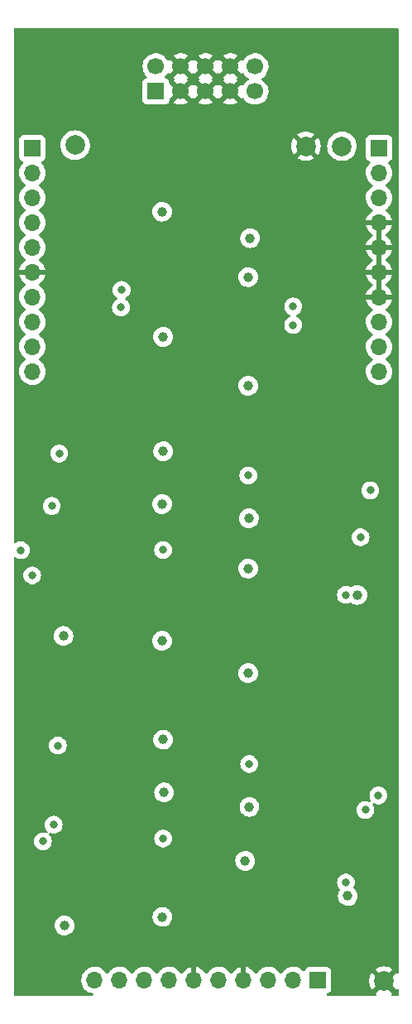
<source format=gbr>
%TF.GenerationSoftware,KiCad,Pcbnew,(6.0.11)*%
%TF.CreationDate,2023-03-03T11:26:18+00:00*%
%TF.ProjectId,Quilter_Components,5175696c-7465-4725-9f43-6f6d706f6e65,rev?*%
%TF.SameCoordinates,Original*%
%TF.FileFunction,Copper,L2,Inr*%
%TF.FilePolarity,Positive*%
%FSLAX46Y46*%
G04 Gerber Fmt 4.6, Leading zero omitted, Abs format (unit mm)*
G04 Created by KiCad (PCBNEW (6.0.11)) date 2023-03-03 11:26:18*
%MOMM*%
%LPD*%
G01*
G04 APERTURE LIST*
%TA.AperFunction,ComponentPad*%
%ADD10R,1.700000X1.700000*%
%TD*%
%TA.AperFunction,ComponentPad*%
%ADD11C,1.700000*%
%TD*%
%TA.AperFunction,ComponentPad*%
%ADD12C,2.000000*%
%TD*%
%TA.AperFunction,ComponentPad*%
%ADD13O,1.700000X1.700000*%
%TD*%
%TA.AperFunction,ViaPad*%
%ADD14C,0.800000*%
%TD*%
%TA.AperFunction,ViaPad*%
%ADD15C,1.000000*%
%TD*%
G04 APERTURE END LIST*
D10*
%TO.N,/-12V_IN*%
%TO.C,J4*%
X65060000Y-57000000D03*
D11*
X65060000Y-54460000D03*
%TO.N,GND*%
X67600000Y-57000000D03*
X67600000Y-54460000D03*
X70140000Y-57000000D03*
X70140000Y-54460000D03*
X72680000Y-57000000D03*
X72680000Y-54460000D03*
%TO.N,/+12V_IN*%
X75220000Y-57000000D03*
X75220000Y-54460000D03*
%TD*%
D12*
%TO.N,-12V*%
%TO.C,TP2*%
X56800000Y-62500000D03*
%TD*%
%TO.N,GND*%
%TO.C,TP4*%
X80400000Y-62600000D03*
%TD*%
%TO.N,+12V*%
%TO.C,TP1*%
X84100000Y-62600000D03*
%TD*%
%TO.N,GND*%
%TO.C,TP3*%
X88400000Y-148000000D03*
%TD*%
D10*
%TO.N,/AUDIO_IN3*%
%TO.C,J3*%
X81650000Y-147900000D03*
D13*
%TO.N,/FREQ_V_OCT4*%
X79110000Y-147900000D03*
%TO.N,/FREQ_CV_DAMP4*%
X76570000Y-147900000D03*
%TO.N,GND*%
X74030000Y-147900000D03*
%TO.N,/AUDIO_IN4*%
X71490000Y-147900000D03*
%TO.N,GND*%
X68950000Y-147900000D03*
%TO.N,/FREQ_CV_DAMP1*%
X66410000Y-147900000D03*
%TO.N,/FREQ_JACK*%
X63870000Y-147900000D03*
%TO.N,/FREQ_CV_DAMP3*%
X61330000Y-147900000D03*
%TO.N,/FREQ_V_OCT3*%
X58790000Y-147900000D03*
%TD*%
D10*
%TO.N,-12V*%
%TO.C,J1*%
X52400000Y-62800000D03*
D13*
%TO.N,/AUDIO_BUFF2*%
X52400000Y-65340000D03*
%TO.N,/AUDIO_BUFF4*%
X52400000Y-67880000D03*
%TO.N,/FREQ_POT_5V*%
X52400000Y-70420000D03*
%TO.N,/FREQ_POT*%
X52400000Y-72960000D03*
%TO.N,GND*%
X52400000Y-75500000D03*
%TO.N,/FREQ_V_OCT1*%
X52400000Y-78040000D03*
%TO.N,/Q_POT*%
X52400000Y-80580000D03*
%TO.N,/AUDIO_MIX*%
X52400000Y-83120000D03*
%TO.N,/AUDIO_IN2*%
X52400000Y-85660000D03*
%TD*%
D10*
%TO.N,+12V*%
%TO.C,J2*%
X87900000Y-62800000D03*
D13*
%TO.N,/AUDIO_BUFF1*%
X87900000Y-65340000D03*
%TO.N,/AUDIO_BUFF3*%
X87900000Y-67880000D03*
%TO.N,GND*%
X87900000Y-70420000D03*
X87900000Y-72960000D03*
X87900000Y-75500000D03*
X87900000Y-78040000D03*
%TO.N,/AUDIO_IN1*%
X87900000Y-80580000D03*
%TO.N,/FREQ_CV_DAMP2*%
X87900000Y-83120000D03*
%TO.N,/FREQ_V_OCT2*%
X87900000Y-85660000D03*
%TD*%
D14*
%TO.N,GND*%
X71300000Y-71600000D03*
X78800000Y-77400000D03*
X71300000Y-78600000D03*
X78900000Y-72000000D03*
D15*
%TO.N,+12V*%
X74700000Y-72000000D03*
X74200000Y-135700000D03*
X65800000Y-123300000D03*
X65700000Y-99200000D03*
X74500000Y-105800000D03*
X65800000Y-93800000D03*
X65800000Y-82100000D03*
X65900000Y-128700000D03*
D14*
%TO.N,GND*%
X85500000Y-122500000D03*
X69200000Y-128300000D03*
X61500000Y-135800000D03*
X77800000Y-87300000D03*
X61500000Y-106300000D03*
X78900000Y-125100000D03*
X78900000Y-130400000D03*
X61600000Y-123300000D03*
X71700000Y-141400000D03*
X61500000Y-111700000D03*
X85600000Y-93000000D03*
X54800000Y-135300000D03*
X78900000Y-135800000D03*
X69200000Y-101400000D03*
X71200000Y-98800000D03*
X61500000Y-99200000D03*
X66100000Y-71300000D03*
X61500000Y-128700000D03*
X78800000Y-100900000D03*
X71200000Y-130900000D03*
X61500000Y-93800000D03*
X54700000Y-125700000D03*
X72800000Y-112700000D03*
X81600000Y-105800000D03*
X54800000Y-105800000D03*
X78800000Y-95600000D03*
X71200000Y-128300000D03*
X69200000Y-98800000D03*
X78800000Y-106300000D03*
X81600000Y-135300000D03*
X54700000Y-122500000D03*
X69200000Y-130900000D03*
X69075500Y-68997179D03*
X71300000Y-69000000D03*
X61300000Y-80900000D03*
X61600000Y-141200000D03*
X54800000Y-96200000D03*
X71200000Y-101400000D03*
X78900000Y-117900000D03*
X61600000Y-70200000D03*
D15*
%TO.N,-12V*%
X65722500Y-141422500D03*
X74570000Y-100670000D03*
X74500000Y-87100000D03*
X74500000Y-76000000D03*
X84700000Y-139300000D03*
X55600000Y-112700000D03*
X74630000Y-130170000D03*
X55700000Y-142300000D03*
X85675500Y-108500000D03*
X65700000Y-113200000D03*
X65700000Y-69300000D03*
X74500000Y-116500000D03*
D14*
%TO.N,/Audio_Out1*%
X74510000Y-96290000D03*
X79100000Y-79000000D03*
%TO.N,/Audio_Out2*%
X61550000Y-77300000D03*
X65790000Y-103910000D03*
%TO.N,/Audio_Out3*%
X79100000Y-80900000D03*
X74610000Y-125790000D03*
%TO.N,/Audio_Out4*%
X65790000Y-133410000D03*
X61487500Y-79087500D03*
%TO.N,/AUDIO_IN2*%
X52399999Y-106499999D03*
%TO.N,/FREQ_POT*%
X51225000Y-103925000D03*
X87000000Y-97800000D03*
X87821710Y-129002889D03*
X53500000Y-133700000D03*
%TO.N,/Q_POT*%
X55162299Y-94037701D03*
X84500000Y-137900000D03*
X84500000Y-108500000D03*
X55024500Y-123900000D03*
%TO.N,/FREQ_JACK*%
X54400000Y-99400000D03*
X86000000Y-102600000D03*
X86500000Y-130500000D03*
X54600000Y-132000000D03*
%TD*%
%TA.AperFunction,Conductor*%
%TO.N,GND*%
G36*
X89833621Y-50528502D02*
G01*
X89880114Y-50582158D01*
X89891500Y-50634500D01*
X89891500Y-147101013D01*
X89871498Y-147169134D01*
X89817842Y-147215627D01*
X89747568Y-147225731D01*
X89682988Y-147196237D01*
X89658068Y-147166849D01*
X89642567Y-147141554D01*
X89632110Y-147132093D01*
X89623334Y-147135876D01*
X88772022Y-147987188D01*
X88764408Y-148001132D01*
X88764539Y-148002965D01*
X88768790Y-148009580D01*
X89620290Y-148861080D01*
X89632670Y-148867840D01*
X89640319Y-148862114D01*
X89658068Y-148833151D01*
X89710716Y-148785520D01*
X89780757Y-148773914D01*
X89845955Y-148802018D01*
X89885608Y-148860909D01*
X89891500Y-148898987D01*
X89891500Y-149365500D01*
X89871498Y-149433621D01*
X89817842Y-149480114D01*
X89765500Y-149491500D01*
X89298987Y-149491500D01*
X89230866Y-149471498D01*
X89184373Y-149417842D01*
X89174269Y-149347568D01*
X89203763Y-149282988D01*
X89233151Y-149258068D01*
X89258446Y-149242567D01*
X89267907Y-149232110D01*
X89264124Y-149223334D01*
X88412812Y-148372022D01*
X88398868Y-148364408D01*
X88397035Y-148364539D01*
X88390420Y-148368790D01*
X87538920Y-149220290D01*
X87532160Y-149232670D01*
X87537886Y-149240319D01*
X87566849Y-149258068D01*
X87614480Y-149310716D01*
X87626086Y-149380757D01*
X87597982Y-149445955D01*
X87539091Y-149485608D01*
X87501013Y-149491500D01*
X82665821Y-149491500D01*
X82597700Y-149471498D01*
X82551207Y-149417842D01*
X82541103Y-149347568D01*
X82570597Y-149282988D01*
X82621592Y-149247518D01*
X82738295Y-149203768D01*
X82738296Y-149203767D01*
X82746705Y-149200615D01*
X82863261Y-149113261D01*
X82950615Y-148996705D01*
X83001745Y-148860316D01*
X83008500Y-148798134D01*
X83008500Y-148004930D01*
X86887725Y-148004930D01*
X86905572Y-148231699D01*
X86907115Y-148241446D01*
X86960217Y-148462627D01*
X86963266Y-148472012D01*
X87050313Y-148682163D01*
X87054795Y-148690958D01*
X87157432Y-148858445D01*
X87167890Y-148867907D01*
X87176666Y-148864124D01*
X88027978Y-148012812D01*
X88035592Y-147998868D01*
X88035461Y-147997035D01*
X88031210Y-147990420D01*
X87179710Y-147138920D01*
X87167330Y-147132160D01*
X87159680Y-147137887D01*
X87054795Y-147309042D01*
X87050313Y-147317837D01*
X86963266Y-147527988D01*
X86960217Y-147537373D01*
X86907115Y-147758554D01*
X86905572Y-147768301D01*
X86887725Y-147995070D01*
X86887725Y-148004930D01*
X83008500Y-148004930D01*
X83008500Y-147001866D01*
X83001745Y-146939684D01*
X82950615Y-146803295D01*
X82924080Y-146767890D01*
X87532093Y-146767890D01*
X87535876Y-146776666D01*
X88387188Y-147627978D01*
X88401132Y-147635592D01*
X88402965Y-147635461D01*
X88409580Y-147631210D01*
X89261080Y-146779710D01*
X89267840Y-146767330D01*
X89262113Y-146759680D01*
X89090958Y-146654795D01*
X89082163Y-146650313D01*
X88872012Y-146563266D01*
X88862627Y-146560217D01*
X88641446Y-146507115D01*
X88631699Y-146505572D01*
X88404930Y-146487725D01*
X88395070Y-146487725D01*
X88168301Y-146505572D01*
X88158554Y-146507115D01*
X87937373Y-146560217D01*
X87927988Y-146563266D01*
X87717837Y-146650313D01*
X87709042Y-146654795D01*
X87541555Y-146757432D01*
X87532093Y-146767890D01*
X82924080Y-146767890D01*
X82863261Y-146686739D01*
X82746705Y-146599385D01*
X82610316Y-146548255D01*
X82548134Y-146541500D01*
X80751866Y-146541500D01*
X80689684Y-146548255D01*
X80553295Y-146599385D01*
X80436739Y-146686739D01*
X80349385Y-146803295D01*
X80346233Y-146811703D01*
X80304919Y-146921907D01*
X80262277Y-146978671D01*
X80195716Y-147003371D01*
X80126367Y-146988163D01*
X80093743Y-146962476D01*
X80043151Y-146906875D01*
X80043142Y-146906866D01*
X80039670Y-146903051D01*
X80035619Y-146899852D01*
X80035615Y-146899848D01*
X79868414Y-146767800D01*
X79868410Y-146767798D01*
X79864359Y-146764598D01*
X79828028Y-146744542D01*
X79812136Y-146735769D01*
X79668789Y-146656638D01*
X79663920Y-146654914D01*
X79663916Y-146654912D01*
X79463087Y-146583795D01*
X79463083Y-146583794D01*
X79458212Y-146582069D01*
X79453119Y-146581162D01*
X79453116Y-146581161D01*
X79243373Y-146543800D01*
X79243367Y-146543799D01*
X79238284Y-146542894D01*
X79164452Y-146541992D01*
X79020081Y-146540228D01*
X79020079Y-146540228D01*
X79014911Y-146540165D01*
X78794091Y-146573955D01*
X78581756Y-146643357D01*
X78383607Y-146746507D01*
X78379474Y-146749610D01*
X78379471Y-146749612D01*
X78209100Y-146877530D01*
X78204965Y-146880635D01*
X78179541Y-146907240D01*
X78111280Y-146978671D01*
X78050629Y-147042138D01*
X77943201Y-147199621D01*
X77888293Y-147244621D01*
X77817768Y-147252792D01*
X77754021Y-147221538D01*
X77733324Y-147197054D01*
X77652822Y-147072617D01*
X77652820Y-147072614D01*
X77650014Y-147068277D01*
X77499670Y-146903051D01*
X77495619Y-146899852D01*
X77495615Y-146899848D01*
X77328414Y-146767800D01*
X77328410Y-146767798D01*
X77324359Y-146764598D01*
X77288028Y-146744542D01*
X77272136Y-146735769D01*
X77128789Y-146656638D01*
X77123920Y-146654914D01*
X77123916Y-146654912D01*
X76923087Y-146583795D01*
X76923083Y-146583794D01*
X76918212Y-146582069D01*
X76913119Y-146581162D01*
X76913116Y-146581161D01*
X76703373Y-146543800D01*
X76703367Y-146543799D01*
X76698284Y-146542894D01*
X76624452Y-146541992D01*
X76480081Y-146540228D01*
X76480079Y-146540228D01*
X76474911Y-146540165D01*
X76254091Y-146573955D01*
X76041756Y-146643357D01*
X75843607Y-146746507D01*
X75839474Y-146749610D01*
X75839471Y-146749612D01*
X75669100Y-146877530D01*
X75664965Y-146880635D01*
X75639541Y-146907240D01*
X75571280Y-146978671D01*
X75510629Y-147042138D01*
X75403204Y-147199618D01*
X75402898Y-147200066D01*
X75347987Y-147245069D01*
X75277462Y-147253240D01*
X75213715Y-147221986D01*
X75193018Y-147197502D01*
X75112426Y-147072926D01*
X75106136Y-147064757D01*
X74962806Y-146907240D01*
X74955273Y-146900215D01*
X74788139Y-146768222D01*
X74779552Y-146762517D01*
X74593117Y-146659599D01*
X74583705Y-146655369D01*
X74382959Y-146584280D01*
X74372988Y-146581646D01*
X74301837Y-146568972D01*
X74288540Y-146570432D01*
X74284000Y-146584989D01*
X74284000Y-148028000D01*
X74263998Y-148096121D01*
X74210342Y-148142614D01*
X74158000Y-148154000D01*
X73902000Y-148154000D01*
X73833879Y-148133998D01*
X73787386Y-148080342D01*
X73776000Y-148028000D01*
X73776000Y-146583102D01*
X73772082Y-146569758D01*
X73757806Y-146567771D01*
X73719324Y-146573660D01*
X73709288Y-146576051D01*
X73506868Y-146642212D01*
X73497359Y-146646209D01*
X73308463Y-146744542D01*
X73299738Y-146750036D01*
X73129433Y-146877905D01*
X73121726Y-146884748D01*
X72974590Y-147038717D01*
X72968109Y-147046722D01*
X72863498Y-147200074D01*
X72808587Y-147245076D01*
X72738062Y-147253247D01*
X72674315Y-147221993D01*
X72653618Y-147197509D01*
X72572822Y-147072617D01*
X72572820Y-147072614D01*
X72570014Y-147068277D01*
X72419670Y-146903051D01*
X72415619Y-146899852D01*
X72415615Y-146899848D01*
X72248414Y-146767800D01*
X72248410Y-146767798D01*
X72244359Y-146764598D01*
X72208028Y-146744542D01*
X72192136Y-146735769D01*
X72048789Y-146656638D01*
X72043920Y-146654914D01*
X72043916Y-146654912D01*
X71843087Y-146583795D01*
X71843083Y-146583794D01*
X71838212Y-146582069D01*
X71833119Y-146581162D01*
X71833116Y-146581161D01*
X71623373Y-146543800D01*
X71623367Y-146543799D01*
X71618284Y-146542894D01*
X71544452Y-146541992D01*
X71400081Y-146540228D01*
X71400079Y-146540228D01*
X71394911Y-146540165D01*
X71174091Y-146573955D01*
X70961756Y-146643357D01*
X70763607Y-146746507D01*
X70759474Y-146749610D01*
X70759471Y-146749612D01*
X70589100Y-146877530D01*
X70584965Y-146880635D01*
X70559541Y-146907240D01*
X70491280Y-146978671D01*
X70430629Y-147042138D01*
X70323204Y-147199618D01*
X70322898Y-147200066D01*
X70267987Y-147245069D01*
X70197462Y-147253240D01*
X70133715Y-147221986D01*
X70113018Y-147197502D01*
X70032426Y-147072926D01*
X70026136Y-147064757D01*
X69882806Y-146907240D01*
X69875273Y-146900215D01*
X69708139Y-146768222D01*
X69699552Y-146762517D01*
X69513117Y-146659599D01*
X69503705Y-146655369D01*
X69302959Y-146584280D01*
X69292988Y-146581646D01*
X69221837Y-146568972D01*
X69208540Y-146570432D01*
X69204000Y-146584989D01*
X69204000Y-148028000D01*
X69183998Y-148096121D01*
X69130342Y-148142614D01*
X69078000Y-148154000D01*
X68822000Y-148154000D01*
X68753879Y-148133998D01*
X68707386Y-148080342D01*
X68696000Y-148028000D01*
X68696000Y-146583102D01*
X68692082Y-146569758D01*
X68677806Y-146567771D01*
X68639324Y-146573660D01*
X68629288Y-146576051D01*
X68426868Y-146642212D01*
X68417359Y-146646209D01*
X68228463Y-146744542D01*
X68219738Y-146750036D01*
X68049433Y-146877905D01*
X68041726Y-146884748D01*
X67894590Y-147038717D01*
X67888109Y-147046722D01*
X67783498Y-147200074D01*
X67728587Y-147245076D01*
X67658062Y-147253247D01*
X67594315Y-147221993D01*
X67573618Y-147197509D01*
X67492822Y-147072617D01*
X67492820Y-147072614D01*
X67490014Y-147068277D01*
X67339670Y-146903051D01*
X67335619Y-146899852D01*
X67335615Y-146899848D01*
X67168414Y-146767800D01*
X67168410Y-146767798D01*
X67164359Y-146764598D01*
X67128028Y-146744542D01*
X67112136Y-146735769D01*
X66968789Y-146656638D01*
X66963920Y-146654914D01*
X66963916Y-146654912D01*
X66763087Y-146583795D01*
X66763083Y-146583794D01*
X66758212Y-146582069D01*
X66753119Y-146581162D01*
X66753116Y-146581161D01*
X66543373Y-146543800D01*
X66543367Y-146543799D01*
X66538284Y-146542894D01*
X66464452Y-146541992D01*
X66320081Y-146540228D01*
X66320079Y-146540228D01*
X66314911Y-146540165D01*
X66094091Y-146573955D01*
X65881756Y-146643357D01*
X65683607Y-146746507D01*
X65679474Y-146749610D01*
X65679471Y-146749612D01*
X65509100Y-146877530D01*
X65504965Y-146880635D01*
X65479541Y-146907240D01*
X65411280Y-146978671D01*
X65350629Y-147042138D01*
X65243201Y-147199621D01*
X65188293Y-147244621D01*
X65117768Y-147252792D01*
X65054021Y-147221538D01*
X65033324Y-147197054D01*
X64952822Y-147072617D01*
X64952820Y-147072614D01*
X64950014Y-147068277D01*
X64799670Y-146903051D01*
X64795619Y-146899852D01*
X64795615Y-146899848D01*
X64628414Y-146767800D01*
X64628410Y-146767798D01*
X64624359Y-146764598D01*
X64588028Y-146744542D01*
X64572136Y-146735769D01*
X64428789Y-146656638D01*
X64423920Y-146654914D01*
X64423916Y-146654912D01*
X64223087Y-146583795D01*
X64223083Y-146583794D01*
X64218212Y-146582069D01*
X64213119Y-146581162D01*
X64213116Y-146581161D01*
X64003373Y-146543800D01*
X64003367Y-146543799D01*
X63998284Y-146542894D01*
X63924452Y-146541992D01*
X63780081Y-146540228D01*
X63780079Y-146540228D01*
X63774911Y-146540165D01*
X63554091Y-146573955D01*
X63341756Y-146643357D01*
X63143607Y-146746507D01*
X63139474Y-146749610D01*
X63139471Y-146749612D01*
X62969100Y-146877530D01*
X62964965Y-146880635D01*
X62939541Y-146907240D01*
X62871280Y-146978671D01*
X62810629Y-147042138D01*
X62703201Y-147199621D01*
X62648293Y-147244621D01*
X62577768Y-147252792D01*
X62514021Y-147221538D01*
X62493324Y-147197054D01*
X62412822Y-147072617D01*
X62412820Y-147072614D01*
X62410014Y-147068277D01*
X62259670Y-146903051D01*
X62255619Y-146899852D01*
X62255615Y-146899848D01*
X62088414Y-146767800D01*
X62088410Y-146767798D01*
X62084359Y-146764598D01*
X62048028Y-146744542D01*
X62032136Y-146735769D01*
X61888789Y-146656638D01*
X61883920Y-146654914D01*
X61883916Y-146654912D01*
X61683087Y-146583795D01*
X61683083Y-146583794D01*
X61678212Y-146582069D01*
X61673119Y-146581162D01*
X61673116Y-146581161D01*
X61463373Y-146543800D01*
X61463367Y-146543799D01*
X61458284Y-146542894D01*
X61384452Y-146541992D01*
X61240081Y-146540228D01*
X61240079Y-146540228D01*
X61234911Y-146540165D01*
X61014091Y-146573955D01*
X60801756Y-146643357D01*
X60603607Y-146746507D01*
X60599474Y-146749610D01*
X60599471Y-146749612D01*
X60429100Y-146877530D01*
X60424965Y-146880635D01*
X60399541Y-146907240D01*
X60331280Y-146978671D01*
X60270629Y-147042138D01*
X60163201Y-147199621D01*
X60108293Y-147244621D01*
X60037768Y-147252792D01*
X59974021Y-147221538D01*
X59953324Y-147197054D01*
X59872822Y-147072617D01*
X59872820Y-147072614D01*
X59870014Y-147068277D01*
X59719670Y-146903051D01*
X59715619Y-146899852D01*
X59715615Y-146899848D01*
X59548414Y-146767800D01*
X59548410Y-146767798D01*
X59544359Y-146764598D01*
X59508028Y-146744542D01*
X59492136Y-146735769D01*
X59348789Y-146656638D01*
X59343920Y-146654914D01*
X59343916Y-146654912D01*
X59143087Y-146583795D01*
X59143083Y-146583794D01*
X59138212Y-146582069D01*
X59133119Y-146581162D01*
X59133116Y-146581161D01*
X58923373Y-146543800D01*
X58923367Y-146543799D01*
X58918284Y-146542894D01*
X58844452Y-146541992D01*
X58700081Y-146540228D01*
X58700079Y-146540228D01*
X58694911Y-146540165D01*
X58474091Y-146573955D01*
X58261756Y-146643357D01*
X58063607Y-146746507D01*
X58059474Y-146749610D01*
X58059471Y-146749612D01*
X57889100Y-146877530D01*
X57884965Y-146880635D01*
X57859541Y-146907240D01*
X57791280Y-146978671D01*
X57730629Y-147042138D01*
X57604743Y-147226680D01*
X57510688Y-147429305D01*
X57450989Y-147644570D01*
X57427251Y-147866695D01*
X57427548Y-147871848D01*
X57427548Y-147871851D01*
X57435676Y-148012812D01*
X57440110Y-148089715D01*
X57441247Y-148094761D01*
X57441248Y-148094767D01*
X57452031Y-148142614D01*
X57489222Y-148307639D01*
X57573266Y-148514616D01*
X57610685Y-148575678D01*
X57687291Y-148700688D01*
X57689987Y-148705088D01*
X57836250Y-148873938D01*
X58008126Y-149016632D01*
X58201000Y-149129338D01*
X58409692Y-149209030D01*
X58414760Y-149210061D01*
X58414763Y-149210062D01*
X58571891Y-149242030D01*
X58634656Y-149275211D01*
X58669518Y-149337059D01*
X58665409Y-149407937D01*
X58623632Y-149465341D01*
X58557453Y-149491046D01*
X58546770Y-149491500D01*
X50634500Y-149491500D01*
X50566379Y-149471498D01*
X50519886Y-149417842D01*
X50508500Y-149365500D01*
X50508500Y-142285851D01*
X54686719Y-142285851D01*
X54687235Y-142291995D01*
X54699259Y-142435186D01*
X54703268Y-142482934D01*
X54757783Y-142673050D01*
X54848187Y-142848956D01*
X54971035Y-143003953D01*
X55121650Y-143132136D01*
X55294294Y-143228624D01*
X55482392Y-143289740D01*
X55678777Y-143313158D01*
X55684912Y-143312686D01*
X55684914Y-143312686D01*
X55869830Y-143298457D01*
X55869834Y-143298456D01*
X55875972Y-143297984D01*
X56066463Y-143244798D01*
X56071967Y-143242018D01*
X56071969Y-143242017D01*
X56237495Y-143158404D01*
X56237497Y-143158403D01*
X56242996Y-143155625D01*
X56398847Y-143033861D01*
X56528078Y-142884145D01*
X56625769Y-142712179D01*
X56688197Y-142524513D01*
X56712985Y-142328295D01*
X56713380Y-142300000D01*
X56694080Y-142103167D01*
X56636916Y-141913831D01*
X56544066Y-141739204D01*
X56434966Y-141605434D01*
X56422960Y-141590713D01*
X56422957Y-141590710D01*
X56419065Y-141585938D01*
X56412724Y-141580692D01*
X56271425Y-141463799D01*
X56271421Y-141463797D01*
X56266675Y-141459870D01*
X56171393Y-141408351D01*
X64709219Y-141408351D01*
X64709735Y-141414495D01*
X64723294Y-141575968D01*
X64725768Y-141605434D01*
X64727467Y-141611358D01*
X64762757Y-141734428D01*
X64780283Y-141795550D01*
X64783102Y-141801035D01*
X64841072Y-141913831D01*
X64870687Y-141971456D01*
X64993535Y-142126453D01*
X65144150Y-142254636D01*
X65316794Y-142351124D01*
X65504892Y-142412240D01*
X65701277Y-142435658D01*
X65707412Y-142435186D01*
X65707414Y-142435186D01*
X65892330Y-142420957D01*
X65892334Y-142420956D01*
X65898472Y-142420484D01*
X66088963Y-142367298D01*
X66094467Y-142364518D01*
X66094469Y-142364517D01*
X66259995Y-142280904D01*
X66259997Y-142280903D01*
X66265496Y-142278125D01*
X66421347Y-142156361D01*
X66550578Y-142006645D01*
X66648269Y-141834679D01*
X66710697Y-141647013D01*
X66735485Y-141450795D01*
X66735880Y-141422500D01*
X66716580Y-141225667D01*
X66659416Y-141036331D01*
X66566566Y-140861704D01*
X66496209Y-140775438D01*
X66445460Y-140713213D01*
X66445457Y-140713210D01*
X66441565Y-140708438D01*
X66435224Y-140703192D01*
X66293925Y-140586299D01*
X66293921Y-140586297D01*
X66289175Y-140582370D01*
X66115201Y-140488302D01*
X65926268Y-140429818D01*
X65920143Y-140429174D01*
X65920142Y-140429174D01*
X65735704Y-140409789D01*
X65735702Y-140409789D01*
X65729575Y-140409145D01*
X65647076Y-140416653D01*
X65538751Y-140426511D01*
X65538748Y-140426512D01*
X65532612Y-140427070D01*
X65526706Y-140428808D01*
X65526702Y-140428809D01*
X65421576Y-140459749D01*
X65342881Y-140482910D01*
X65337423Y-140485763D01*
X65337419Y-140485765D01*
X65246647Y-140533220D01*
X65167610Y-140574540D01*
X65013475Y-140698468D01*
X64886346Y-140849974D01*
X64883379Y-140855372D01*
X64883375Y-140855377D01*
X64879897Y-140861704D01*
X64791067Y-141023287D01*
X64789206Y-141029154D01*
X64789205Y-141029156D01*
X64733127Y-141205936D01*
X64731265Y-141211806D01*
X64709219Y-141408351D01*
X56171393Y-141408351D01*
X56092701Y-141365802D01*
X55903768Y-141307318D01*
X55897643Y-141306674D01*
X55897642Y-141306674D01*
X55713204Y-141287289D01*
X55713202Y-141287289D01*
X55707075Y-141286645D01*
X55624576Y-141294153D01*
X55516251Y-141304011D01*
X55516248Y-141304012D01*
X55510112Y-141304570D01*
X55504206Y-141306308D01*
X55504202Y-141306309D01*
X55399076Y-141337249D01*
X55320381Y-141360410D01*
X55314923Y-141363263D01*
X55314919Y-141363265D01*
X55240395Y-141402226D01*
X55145110Y-141452040D01*
X54990975Y-141575968D01*
X54863846Y-141727474D01*
X54860879Y-141732872D01*
X54860875Y-141732877D01*
X54782095Y-141876180D01*
X54768567Y-141900787D01*
X54766706Y-141906654D01*
X54766705Y-141906656D01*
X54747887Y-141965977D01*
X54708765Y-142089306D01*
X54686719Y-142285851D01*
X50508500Y-142285851D01*
X50508500Y-137900000D01*
X83586496Y-137900000D01*
X83606458Y-138089928D01*
X83665473Y-138271556D01*
X83760960Y-138436944D01*
X83765378Y-138441851D01*
X83765379Y-138441852D01*
X83867114Y-138554840D01*
X83897832Y-138618847D01*
X83889067Y-138689301D01*
X83870000Y-138720140D01*
X83863846Y-138727474D01*
X83860879Y-138732872D01*
X83860875Y-138732877D01*
X83857397Y-138739204D01*
X83768567Y-138900787D01*
X83766706Y-138906654D01*
X83766705Y-138906656D01*
X83710627Y-139083436D01*
X83708765Y-139089306D01*
X83686719Y-139285851D01*
X83703268Y-139482934D01*
X83757783Y-139673050D01*
X83848187Y-139848956D01*
X83971035Y-140003953D01*
X84121650Y-140132136D01*
X84294294Y-140228624D01*
X84482392Y-140289740D01*
X84678777Y-140313158D01*
X84684912Y-140312686D01*
X84684914Y-140312686D01*
X84869830Y-140298457D01*
X84869834Y-140298456D01*
X84875972Y-140297984D01*
X85066463Y-140244798D01*
X85071967Y-140242018D01*
X85071969Y-140242017D01*
X85237495Y-140158404D01*
X85237497Y-140158403D01*
X85242996Y-140155625D01*
X85398847Y-140033861D01*
X85528078Y-139884145D01*
X85625769Y-139712179D01*
X85688197Y-139524513D01*
X85712985Y-139328295D01*
X85713380Y-139300000D01*
X85694080Y-139103167D01*
X85636916Y-138913831D01*
X85544066Y-138739204D01*
X85445905Y-138618847D01*
X85422960Y-138590713D01*
X85422957Y-138590710D01*
X85419065Y-138585938D01*
X85410517Y-138578866D01*
X85378653Y-138552507D01*
X85321057Y-138504859D01*
X85281320Y-138446026D01*
X85279697Y-138375048D01*
X85292254Y-138344775D01*
X85331223Y-138277279D01*
X85331224Y-138277278D01*
X85334527Y-138271556D01*
X85393542Y-138089928D01*
X85413504Y-137900000D01*
X85393542Y-137710072D01*
X85334527Y-137528444D01*
X85239040Y-137363056D01*
X85111253Y-137221134D01*
X84956752Y-137108882D01*
X84950724Y-137106198D01*
X84950722Y-137106197D01*
X84788319Y-137033891D01*
X84788318Y-137033891D01*
X84782288Y-137031206D01*
X84688887Y-137011353D01*
X84601944Y-136992872D01*
X84601939Y-136992872D01*
X84595487Y-136991500D01*
X84404513Y-136991500D01*
X84398061Y-136992872D01*
X84398056Y-136992872D01*
X84311113Y-137011353D01*
X84217712Y-137031206D01*
X84211682Y-137033891D01*
X84211681Y-137033891D01*
X84049278Y-137106197D01*
X84049276Y-137106198D01*
X84043248Y-137108882D01*
X83888747Y-137221134D01*
X83760960Y-137363056D01*
X83665473Y-137528444D01*
X83606458Y-137710072D01*
X83586496Y-137900000D01*
X50508500Y-137900000D01*
X50508500Y-135685851D01*
X73186719Y-135685851D01*
X73203268Y-135882934D01*
X73257783Y-136073050D01*
X73348187Y-136248956D01*
X73471035Y-136403953D01*
X73621650Y-136532136D01*
X73794294Y-136628624D01*
X73982392Y-136689740D01*
X74178777Y-136713158D01*
X74184912Y-136712686D01*
X74184914Y-136712686D01*
X74369830Y-136698457D01*
X74369834Y-136698456D01*
X74375972Y-136697984D01*
X74566463Y-136644798D01*
X74571967Y-136642018D01*
X74571969Y-136642017D01*
X74737495Y-136558404D01*
X74737497Y-136558403D01*
X74742996Y-136555625D01*
X74898847Y-136433861D01*
X75028078Y-136284145D01*
X75125769Y-136112179D01*
X75188197Y-135924513D01*
X75212985Y-135728295D01*
X75213380Y-135700000D01*
X75194080Y-135503167D01*
X75136916Y-135313831D01*
X75044066Y-135139204D01*
X74973709Y-135052938D01*
X74922960Y-134990713D01*
X74922957Y-134990710D01*
X74919065Y-134985938D01*
X74912724Y-134980692D01*
X74771425Y-134863799D01*
X74771421Y-134863797D01*
X74766675Y-134859870D01*
X74592701Y-134765802D01*
X74403768Y-134707318D01*
X74397643Y-134706674D01*
X74397642Y-134706674D01*
X74213204Y-134687289D01*
X74213202Y-134687289D01*
X74207075Y-134686645D01*
X74124576Y-134694153D01*
X74016251Y-134704011D01*
X74016248Y-134704012D01*
X74010112Y-134704570D01*
X74004206Y-134706308D01*
X74004202Y-134706309D01*
X73899076Y-134737249D01*
X73820381Y-134760410D01*
X73814923Y-134763263D01*
X73814919Y-134763265D01*
X73724147Y-134810720D01*
X73645110Y-134852040D01*
X73490975Y-134975968D01*
X73363846Y-135127474D01*
X73360879Y-135132872D01*
X73360875Y-135132877D01*
X73357397Y-135139204D01*
X73268567Y-135300787D01*
X73266706Y-135306654D01*
X73266705Y-135306656D01*
X73210627Y-135483436D01*
X73208765Y-135489306D01*
X73186719Y-135685851D01*
X50508500Y-135685851D01*
X50508500Y-133700000D01*
X52586496Y-133700000D01*
X52606458Y-133889928D01*
X52665473Y-134071556D01*
X52668776Y-134077278D01*
X52668777Y-134077279D01*
X52675467Y-134088866D01*
X52760960Y-134236944D01*
X52888747Y-134378866D01*
X53043248Y-134491118D01*
X53049276Y-134493802D01*
X53049278Y-134493803D01*
X53211681Y-134566109D01*
X53217712Y-134568794D01*
X53311113Y-134588647D01*
X53398056Y-134607128D01*
X53398061Y-134607128D01*
X53404513Y-134608500D01*
X53595487Y-134608500D01*
X53601939Y-134607128D01*
X53601944Y-134607128D01*
X53688887Y-134588647D01*
X53782288Y-134568794D01*
X53788319Y-134566109D01*
X53950722Y-134493803D01*
X53950724Y-134493802D01*
X53956752Y-134491118D01*
X54111253Y-134378866D01*
X54239040Y-134236944D01*
X54324533Y-134088866D01*
X54331223Y-134077279D01*
X54331224Y-134077278D01*
X54334527Y-134071556D01*
X54393542Y-133889928D01*
X54413504Y-133700000D01*
X54393542Y-133510072D01*
X54361026Y-133410000D01*
X64876496Y-133410000D01*
X64896458Y-133599928D01*
X64955473Y-133781556D01*
X65050960Y-133946944D01*
X65178747Y-134088866D01*
X65333248Y-134201118D01*
X65339276Y-134203802D01*
X65339278Y-134203803D01*
X65501681Y-134276109D01*
X65507712Y-134278794D01*
X65601113Y-134298647D01*
X65688056Y-134317128D01*
X65688061Y-134317128D01*
X65694513Y-134318500D01*
X65885487Y-134318500D01*
X65891939Y-134317128D01*
X65891944Y-134317128D01*
X65978887Y-134298647D01*
X66072288Y-134278794D01*
X66078319Y-134276109D01*
X66240722Y-134203803D01*
X66240724Y-134203802D01*
X66246752Y-134201118D01*
X66401253Y-134088866D01*
X66529040Y-133946944D01*
X66624527Y-133781556D01*
X66683542Y-133599928D01*
X66703504Y-133410000D01*
X66683542Y-133220072D01*
X66624527Y-133038444D01*
X66617369Y-133026045D01*
X66549724Y-132908882D01*
X66529040Y-132873056D01*
X66513984Y-132856334D01*
X66405675Y-132736045D01*
X66405674Y-132736044D01*
X66401253Y-132731134D01*
X66246752Y-132618882D01*
X66240724Y-132616198D01*
X66240722Y-132616197D01*
X66078319Y-132543891D01*
X66078318Y-132543891D01*
X66072288Y-132541206D01*
X65978888Y-132521353D01*
X65891944Y-132502872D01*
X65891939Y-132502872D01*
X65885487Y-132501500D01*
X65694513Y-132501500D01*
X65688061Y-132502872D01*
X65688056Y-132502872D01*
X65601112Y-132521353D01*
X65507712Y-132541206D01*
X65501682Y-132543891D01*
X65501681Y-132543891D01*
X65339278Y-132616197D01*
X65339276Y-132616198D01*
X65333248Y-132618882D01*
X65178747Y-132731134D01*
X65174326Y-132736044D01*
X65174325Y-132736045D01*
X65066017Y-132856334D01*
X65050960Y-132873056D01*
X65030276Y-132908882D01*
X64962632Y-133026045D01*
X64955473Y-133038444D01*
X64896458Y-133220072D01*
X64876496Y-133410000D01*
X54361026Y-133410000D01*
X54334527Y-133328444D01*
X54239040Y-133163056D01*
X54140803Y-133053952D01*
X54110086Y-132989945D01*
X54118851Y-132919492D01*
X54164314Y-132864961D01*
X54232042Y-132843666D01*
X54285690Y-132854537D01*
X54311677Y-132866108D01*
X54311685Y-132866111D01*
X54317712Y-132868794D01*
X54411113Y-132888647D01*
X54498056Y-132907128D01*
X54498061Y-132907128D01*
X54504513Y-132908500D01*
X54695487Y-132908500D01*
X54701939Y-132907128D01*
X54701944Y-132907128D01*
X54788887Y-132888647D01*
X54882288Y-132868794D01*
X54938727Y-132843666D01*
X55050722Y-132793803D01*
X55050724Y-132793802D01*
X55056752Y-132791118D01*
X55071356Y-132780508D01*
X55132553Y-132736045D01*
X55211253Y-132678866D01*
X55265263Y-132618882D01*
X55334621Y-132541852D01*
X55334622Y-132541851D01*
X55339040Y-132536944D01*
X55434527Y-132371556D01*
X55493542Y-132189928D01*
X55513504Y-132000000D01*
X55493542Y-131810072D01*
X55434527Y-131628444D01*
X55339040Y-131463056D01*
X55211253Y-131321134D01*
X55056752Y-131208882D01*
X55050724Y-131206198D01*
X55050722Y-131206197D01*
X54888319Y-131133891D01*
X54888318Y-131133891D01*
X54882288Y-131131206D01*
X54788888Y-131111353D01*
X54701944Y-131092872D01*
X54701939Y-131092872D01*
X54695487Y-131091500D01*
X54504513Y-131091500D01*
X54498061Y-131092872D01*
X54498056Y-131092872D01*
X54411112Y-131111353D01*
X54317712Y-131131206D01*
X54311682Y-131133891D01*
X54311681Y-131133891D01*
X54149278Y-131206197D01*
X54149276Y-131206198D01*
X54143248Y-131208882D01*
X53988747Y-131321134D01*
X53860960Y-131463056D01*
X53765473Y-131628444D01*
X53706458Y-131810072D01*
X53686496Y-132000000D01*
X53706458Y-132189928D01*
X53765473Y-132371556D01*
X53860960Y-132536944D01*
X53938232Y-132622763D01*
X53959197Y-132646047D01*
X53989914Y-132710055D01*
X53981149Y-132780508D01*
X53935686Y-132835039D01*
X53867958Y-132856334D01*
X53814310Y-132845463D01*
X53788323Y-132833892D01*
X53788315Y-132833889D01*
X53782288Y-132831206D01*
X53688887Y-132811353D01*
X53601944Y-132792872D01*
X53601939Y-132792872D01*
X53595487Y-132791500D01*
X53404513Y-132791500D01*
X53398061Y-132792872D01*
X53398056Y-132792872D01*
X53311113Y-132811353D01*
X53217712Y-132831206D01*
X53211682Y-132833891D01*
X53211681Y-132833891D01*
X53049278Y-132906197D01*
X53049276Y-132906198D01*
X53043248Y-132908882D01*
X53037907Y-132912762D01*
X53037906Y-132912763D01*
X52987843Y-132949136D01*
X52888747Y-133021134D01*
X52760960Y-133163056D01*
X52665473Y-133328444D01*
X52606458Y-133510072D01*
X52586496Y-133700000D01*
X50508500Y-133700000D01*
X50508500Y-130155851D01*
X73616719Y-130155851D01*
X73617235Y-130161995D01*
X73629142Y-130303794D01*
X73633268Y-130352934D01*
X73634967Y-130358858D01*
X73675439Y-130500000D01*
X73687783Y-130543050D01*
X73690602Y-130548535D01*
X73763269Y-130689928D01*
X73778187Y-130718956D01*
X73901035Y-130873953D01*
X74051650Y-131002136D01*
X74224294Y-131098624D01*
X74412392Y-131159740D01*
X74608777Y-131183158D01*
X74614912Y-131182686D01*
X74614914Y-131182686D01*
X74799830Y-131168457D01*
X74799834Y-131168456D01*
X74805972Y-131167984D01*
X74996463Y-131114798D01*
X75001967Y-131112018D01*
X75001969Y-131112017D01*
X75167495Y-131028404D01*
X75167497Y-131028403D01*
X75172996Y-131025625D01*
X75328847Y-130903861D01*
X75458078Y-130754145D01*
X75555769Y-130582179D01*
X75583106Y-130500000D01*
X85586496Y-130500000D01*
X85606458Y-130689928D01*
X85665473Y-130871556D01*
X85668776Y-130877278D01*
X85668777Y-130877279D01*
X85684124Y-130903861D01*
X85760960Y-131036944D01*
X85765378Y-131041851D01*
X85765379Y-131041852D01*
X85871526Y-131159740D01*
X85888747Y-131178866D01*
X86043248Y-131291118D01*
X86049276Y-131293802D01*
X86049278Y-131293803D01*
X86211681Y-131366109D01*
X86217712Y-131368794D01*
X86311112Y-131388647D01*
X86398056Y-131407128D01*
X86398061Y-131407128D01*
X86404513Y-131408500D01*
X86595487Y-131408500D01*
X86601939Y-131407128D01*
X86601944Y-131407128D01*
X86688888Y-131388647D01*
X86782288Y-131368794D01*
X86788319Y-131366109D01*
X86950722Y-131293803D01*
X86950724Y-131293802D01*
X86956752Y-131291118D01*
X87111253Y-131178866D01*
X87128474Y-131159740D01*
X87234621Y-131041852D01*
X87234622Y-131041851D01*
X87239040Y-131036944D01*
X87315876Y-130903861D01*
X87331223Y-130877279D01*
X87331224Y-130877278D01*
X87334527Y-130871556D01*
X87393542Y-130689928D01*
X87413504Y-130500000D01*
X87398047Y-130352934D01*
X87394232Y-130316635D01*
X87394232Y-130316633D01*
X87393542Y-130310072D01*
X87334527Y-130128444D01*
X87257998Y-129995892D01*
X87241260Y-129926898D01*
X87264480Y-129859806D01*
X87320287Y-129815919D01*
X87390962Y-129809170D01*
X87418365Y-129817786D01*
X87533387Y-129868997D01*
X87533395Y-129869000D01*
X87539422Y-129871683D01*
X87632822Y-129891536D01*
X87719766Y-129910017D01*
X87719771Y-129910017D01*
X87726223Y-129911389D01*
X87917197Y-129911389D01*
X87923649Y-129910017D01*
X87923654Y-129910017D01*
X88010598Y-129891536D01*
X88103998Y-129871683D01*
X88110031Y-129868997D01*
X88272432Y-129796692D01*
X88272434Y-129796691D01*
X88278462Y-129794007D01*
X88284348Y-129789731D01*
X88333867Y-129753753D01*
X88432963Y-129681755D01*
X88437385Y-129676844D01*
X88556331Y-129544741D01*
X88556332Y-129544740D01*
X88560750Y-129539833D01*
X88656237Y-129374445D01*
X88715252Y-129192817D01*
X88716690Y-129179140D01*
X88734524Y-129009454D01*
X88735214Y-129002889D01*
X88727592Y-128930365D01*
X88715942Y-128819524D01*
X88715942Y-128819522D01*
X88715252Y-128812961D01*
X88656237Y-128631333D01*
X88560750Y-128465945D01*
X88432963Y-128324023D01*
X88278462Y-128211771D01*
X88272434Y-128209087D01*
X88272432Y-128209086D01*
X88110029Y-128136780D01*
X88110028Y-128136780D01*
X88103998Y-128134095D01*
X88010598Y-128114242D01*
X87923654Y-128095761D01*
X87923649Y-128095761D01*
X87917197Y-128094389D01*
X87726223Y-128094389D01*
X87719771Y-128095761D01*
X87719766Y-128095761D01*
X87632822Y-128114242D01*
X87539422Y-128134095D01*
X87533392Y-128136780D01*
X87533391Y-128136780D01*
X87370988Y-128209086D01*
X87370986Y-128209087D01*
X87364958Y-128211771D01*
X87210457Y-128324023D01*
X87082670Y-128465945D01*
X86987183Y-128631333D01*
X86928168Y-128812961D01*
X86927478Y-128819522D01*
X86927478Y-128819524D01*
X86915828Y-128930365D01*
X86908206Y-129002889D01*
X86908896Y-129009454D01*
X86926731Y-129179140D01*
X86928168Y-129192817D01*
X86987183Y-129374445D01*
X87031205Y-129450692D01*
X87063712Y-129506996D01*
X87080450Y-129575991D01*
X87057230Y-129643083D01*
X87001423Y-129686970D01*
X86930748Y-129693719D01*
X86903345Y-129685103D01*
X86788323Y-129633892D01*
X86788315Y-129633889D01*
X86782288Y-129631206D01*
X86688887Y-129611353D01*
X86601944Y-129592872D01*
X86601939Y-129592872D01*
X86595487Y-129591500D01*
X86404513Y-129591500D01*
X86398061Y-129592872D01*
X86398056Y-129592872D01*
X86311113Y-129611353D01*
X86217712Y-129631206D01*
X86211682Y-129633891D01*
X86211681Y-129633891D01*
X86049278Y-129706197D01*
X86049276Y-129706198D01*
X86043248Y-129708882D01*
X86037907Y-129712762D01*
X86037906Y-129712763D01*
X85987843Y-129749136D01*
X85888747Y-129821134D01*
X85884326Y-129826044D01*
X85884325Y-129826045D01*
X85843233Y-129871683D01*
X85760960Y-129963056D01*
X85665473Y-130128444D01*
X85606458Y-130310072D01*
X85605768Y-130316633D01*
X85605768Y-130316635D01*
X85601953Y-130352934D01*
X85586496Y-130500000D01*
X75583106Y-130500000D01*
X75618197Y-130394513D01*
X75642985Y-130198295D01*
X75643380Y-130170000D01*
X75624080Y-129973167D01*
X75621028Y-129963056D01*
X75578178Y-129821134D01*
X75566916Y-129783831D01*
X75474066Y-129609204D01*
X75390707Y-129506996D01*
X75352960Y-129460713D01*
X75352957Y-129460710D01*
X75349065Y-129455938D01*
X75342724Y-129450692D01*
X75201425Y-129333799D01*
X75201421Y-129333797D01*
X75196675Y-129329870D01*
X75022701Y-129235802D01*
X74833768Y-129177318D01*
X74827643Y-129176674D01*
X74827642Y-129176674D01*
X74643204Y-129157289D01*
X74643202Y-129157289D01*
X74637075Y-129156645D01*
X74554576Y-129164153D01*
X74446251Y-129174011D01*
X74446248Y-129174012D01*
X74440112Y-129174570D01*
X74434206Y-129176308D01*
X74434202Y-129176309D01*
X74356782Y-129199095D01*
X74250381Y-129230410D01*
X74244923Y-129233263D01*
X74244919Y-129233265D01*
X74157851Y-129278784D01*
X74075110Y-129322040D01*
X73920975Y-129445968D01*
X73793846Y-129597474D01*
X73790879Y-129602872D01*
X73790875Y-129602877D01*
X73712095Y-129746180D01*
X73698567Y-129770787D01*
X73696706Y-129776654D01*
X73696705Y-129776656D01*
X73654400Y-129910017D01*
X73638765Y-129959306D01*
X73616719Y-130155851D01*
X50508500Y-130155851D01*
X50508500Y-128685851D01*
X64886719Y-128685851D01*
X64903268Y-128882934D01*
X64904967Y-128888858D01*
X64937665Y-129002889D01*
X64957783Y-129073050D01*
X64960602Y-129078535D01*
X65042933Y-129238732D01*
X65048187Y-129248956D01*
X65171035Y-129403953D01*
X65175728Y-129407947D01*
X65175729Y-129407948D01*
X65292111Y-129506996D01*
X65321650Y-129532136D01*
X65494294Y-129628624D01*
X65682392Y-129689740D01*
X65878777Y-129713158D01*
X65884912Y-129712686D01*
X65884914Y-129712686D01*
X66069830Y-129698457D01*
X66069834Y-129698456D01*
X66075972Y-129697984D01*
X66266463Y-129644798D01*
X66271967Y-129642018D01*
X66271969Y-129642017D01*
X66437495Y-129558404D01*
X66437497Y-129558403D01*
X66442996Y-129555625D01*
X66583351Y-129445968D01*
X66593991Y-129437655D01*
X66598847Y-129433861D01*
X66728078Y-129284145D01*
X66825769Y-129112179D01*
X66888197Y-128924513D01*
X66912985Y-128728295D01*
X66913380Y-128700000D01*
X66894080Y-128503167D01*
X66884569Y-128471663D01*
X66839993Y-128324023D01*
X66836916Y-128313831D01*
X66744066Y-128139204D01*
X66673709Y-128052938D01*
X66622960Y-127990713D01*
X66622957Y-127990710D01*
X66619065Y-127985938D01*
X66612724Y-127980692D01*
X66471425Y-127863799D01*
X66471421Y-127863797D01*
X66466675Y-127859870D01*
X66292701Y-127765802D01*
X66103768Y-127707318D01*
X66097643Y-127706674D01*
X66097642Y-127706674D01*
X65913204Y-127687289D01*
X65913202Y-127687289D01*
X65907075Y-127686645D01*
X65824576Y-127694153D01*
X65716251Y-127704011D01*
X65716248Y-127704012D01*
X65710112Y-127704570D01*
X65704206Y-127706308D01*
X65704202Y-127706309D01*
X65599076Y-127737249D01*
X65520381Y-127760410D01*
X65514923Y-127763263D01*
X65514919Y-127763265D01*
X65424147Y-127810720D01*
X65345110Y-127852040D01*
X65190975Y-127975968D01*
X65063846Y-128127474D01*
X65060879Y-128132872D01*
X65060875Y-128132877D01*
X65015370Y-128215652D01*
X64968567Y-128300787D01*
X64966706Y-128306654D01*
X64966705Y-128306656D01*
X64914362Y-128471663D01*
X64908765Y-128489306D01*
X64886719Y-128685851D01*
X50508500Y-128685851D01*
X50508500Y-125790000D01*
X73696496Y-125790000D01*
X73716458Y-125979928D01*
X73775473Y-126161556D01*
X73870960Y-126326944D01*
X73998747Y-126468866D01*
X74153248Y-126581118D01*
X74159276Y-126583802D01*
X74159278Y-126583803D01*
X74321681Y-126656109D01*
X74327712Y-126658794D01*
X74421112Y-126678647D01*
X74508056Y-126697128D01*
X74508061Y-126697128D01*
X74514513Y-126698500D01*
X74705487Y-126698500D01*
X74711939Y-126697128D01*
X74711944Y-126697128D01*
X74798888Y-126678647D01*
X74892288Y-126658794D01*
X74898319Y-126656109D01*
X75060722Y-126583803D01*
X75060724Y-126583802D01*
X75066752Y-126581118D01*
X75221253Y-126468866D01*
X75349040Y-126326944D01*
X75444527Y-126161556D01*
X75503542Y-125979928D01*
X75523504Y-125790000D01*
X75503542Y-125600072D01*
X75444527Y-125418444D01*
X75349040Y-125253056D01*
X75221253Y-125111134D01*
X75066752Y-124998882D01*
X75060724Y-124996198D01*
X75060722Y-124996197D01*
X74898319Y-124923891D01*
X74898318Y-124923891D01*
X74892288Y-124921206D01*
X74798887Y-124901353D01*
X74711944Y-124882872D01*
X74711939Y-124882872D01*
X74705487Y-124881500D01*
X74514513Y-124881500D01*
X74508061Y-124882872D01*
X74508056Y-124882872D01*
X74421113Y-124901353D01*
X74327712Y-124921206D01*
X74321682Y-124923891D01*
X74321681Y-124923891D01*
X74159278Y-124996197D01*
X74159276Y-124996198D01*
X74153248Y-124998882D01*
X73998747Y-125111134D01*
X73870960Y-125253056D01*
X73775473Y-125418444D01*
X73716458Y-125600072D01*
X73696496Y-125790000D01*
X50508500Y-125790000D01*
X50508500Y-123900000D01*
X54110996Y-123900000D01*
X54130958Y-124089928D01*
X54189973Y-124271556D01*
X54193276Y-124277278D01*
X54193277Y-124277279D01*
X54200892Y-124290469D01*
X54285460Y-124436944D01*
X54413247Y-124578866D01*
X54567748Y-124691118D01*
X54573776Y-124693802D01*
X54573778Y-124693803D01*
X54736181Y-124766109D01*
X54742212Y-124768794D01*
X54835612Y-124788647D01*
X54922556Y-124807128D01*
X54922561Y-124807128D01*
X54929013Y-124808500D01*
X55119987Y-124808500D01*
X55126439Y-124807128D01*
X55126444Y-124807128D01*
X55213388Y-124788647D01*
X55306788Y-124768794D01*
X55312819Y-124766109D01*
X55475222Y-124693803D01*
X55475224Y-124693802D01*
X55481252Y-124691118D01*
X55635753Y-124578866D01*
X55763540Y-124436944D01*
X55848108Y-124290469D01*
X55855723Y-124277279D01*
X55855724Y-124277278D01*
X55859027Y-124271556D01*
X55918042Y-124089928D01*
X55938004Y-123900000D01*
X55935774Y-123878784D01*
X55918732Y-123716635D01*
X55918732Y-123716633D01*
X55918042Y-123710072D01*
X55859027Y-123528444D01*
X55763540Y-123363056D01*
X55699557Y-123291995D01*
X55694025Y-123285851D01*
X64786719Y-123285851D01*
X64803268Y-123482934D01*
X64857783Y-123673050D01*
X64948187Y-123848956D01*
X65071035Y-124003953D01*
X65075728Y-124007947D01*
X65075729Y-124007948D01*
X65172056Y-124089928D01*
X65221650Y-124132136D01*
X65394294Y-124228624D01*
X65582392Y-124289740D01*
X65778777Y-124313158D01*
X65784912Y-124312686D01*
X65784914Y-124312686D01*
X65969830Y-124298457D01*
X65969834Y-124298456D01*
X65975972Y-124297984D01*
X66166463Y-124244798D01*
X66171967Y-124242018D01*
X66171969Y-124242017D01*
X66337495Y-124158404D01*
X66337497Y-124158403D01*
X66342996Y-124155625D01*
X66498847Y-124033861D01*
X66608726Y-123906565D01*
X66624049Y-123888813D01*
X66624050Y-123888811D01*
X66628078Y-123884145D01*
X66725769Y-123712179D01*
X66788197Y-123524513D01*
X66812985Y-123328295D01*
X66813380Y-123300000D01*
X66794080Y-123103167D01*
X66736916Y-122913831D01*
X66644066Y-122739204D01*
X66573709Y-122652938D01*
X66522960Y-122590713D01*
X66522957Y-122590710D01*
X66519065Y-122585938D01*
X66512724Y-122580692D01*
X66371425Y-122463799D01*
X66371421Y-122463797D01*
X66366675Y-122459870D01*
X66192701Y-122365802D01*
X66003768Y-122307318D01*
X65997643Y-122306674D01*
X65997642Y-122306674D01*
X65813204Y-122287289D01*
X65813202Y-122287289D01*
X65807075Y-122286645D01*
X65724576Y-122294153D01*
X65616251Y-122304011D01*
X65616248Y-122304012D01*
X65610112Y-122304570D01*
X65604206Y-122306308D01*
X65604202Y-122306309D01*
X65499076Y-122337249D01*
X65420381Y-122360410D01*
X65414923Y-122363263D01*
X65414919Y-122363265D01*
X65324147Y-122410720D01*
X65245110Y-122452040D01*
X65090975Y-122575968D01*
X64963846Y-122727474D01*
X64960879Y-122732872D01*
X64960875Y-122732877D01*
X64957397Y-122739204D01*
X64868567Y-122900787D01*
X64866706Y-122906654D01*
X64866705Y-122906656D01*
X64839791Y-122991500D01*
X64808765Y-123089306D01*
X64786719Y-123285851D01*
X55694025Y-123285851D01*
X55640175Y-123226045D01*
X55640174Y-123226044D01*
X55635753Y-123221134D01*
X55481252Y-123108882D01*
X55475224Y-123106198D01*
X55475222Y-123106197D01*
X55312819Y-123033891D01*
X55312818Y-123033891D01*
X55306788Y-123031206D01*
X55213387Y-123011353D01*
X55126444Y-122992872D01*
X55126439Y-122992872D01*
X55119987Y-122991500D01*
X54929013Y-122991500D01*
X54922561Y-122992872D01*
X54922556Y-122992872D01*
X54835613Y-123011353D01*
X54742212Y-123031206D01*
X54736182Y-123033891D01*
X54736181Y-123033891D01*
X54573778Y-123106197D01*
X54573776Y-123106198D01*
X54567748Y-123108882D01*
X54413247Y-123221134D01*
X54408826Y-123226044D01*
X54408825Y-123226045D01*
X54349444Y-123291995D01*
X54285460Y-123363056D01*
X54189973Y-123528444D01*
X54130958Y-123710072D01*
X54130268Y-123716633D01*
X54130268Y-123716635D01*
X54113226Y-123878784D01*
X54110996Y-123900000D01*
X50508500Y-123900000D01*
X50508500Y-116485851D01*
X73486719Y-116485851D01*
X73503268Y-116682934D01*
X73557783Y-116873050D01*
X73648187Y-117048956D01*
X73771035Y-117203953D01*
X73921650Y-117332136D01*
X74094294Y-117428624D01*
X74282392Y-117489740D01*
X74478777Y-117513158D01*
X74484912Y-117512686D01*
X74484914Y-117512686D01*
X74669830Y-117498457D01*
X74669834Y-117498456D01*
X74675972Y-117497984D01*
X74866463Y-117444798D01*
X74871967Y-117442018D01*
X74871969Y-117442017D01*
X75037495Y-117358404D01*
X75037497Y-117358403D01*
X75042996Y-117355625D01*
X75198847Y-117233861D01*
X75328078Y-117084145D01*
X75425769Y-116912179D01*
X75488197Y-116724513D01*
X75512985Y-116528295D01*
X75513380Y-116500000D01*
X75494080Y-116303167D01*
X75436916Y-116113831D01*
X75344066Y-115939204D01*
X75273709Y-115852938D01*
X75222960Y-115790713D01*
X75222957Y-115790710D01*
X75219065Y-115785938D01*
X75212724Y-115780692D01*
X75071425Y-115663799D01*
X75071421Y-115663797D01*
X75066675Y-115659870D01*
X74892701Y-115565802D01*
X74703768Y-115507318D01*
X74697643Y-115506674D01*
X74697642Y-115506674D01*
X74513204Y-115487289D01*
X74513202Y-115487289D01*
X74507075Y-115486645D01*
X74424576Y-115494153D01*
X74316251Y-115504011D01*
X74316248Y-115504012D01*
X74310112Y-115504570D01*
X74304206Y-115506308D01*
X74304202Y-115506309D01*
X74199076Y-115537249D01*
X74120381Y-115560410D01*
X74114923Y-115563263D01*
X74114919Y-115563265D01*
X74024147Y-115610720D01*
X73945110Y-115652040D01*
X73790975Y-115775968D01*
X73663846Y-115927474D01*
X73660879Y-115932872D01*
X73660875Y-115932877D01*
X73657397Y-115939204D01*
X73568567Y-116100787D01*
X73566706Y-116106654D01*
X73566705Y-116106656D01*
X73510627Y-116283436D01*
X73508765Y-116289306D01*
X73486719Y-116485851D01*
X50508500Y-116485851D01*
X50508500Y-112685851D01*
X54586719Y-112685851D01*
X54603268Y-112882934D01*
X54604967Y-112888858D01*
X54632087Y-112983436D01*
X54657783Y-113073050D01*
X54660602Y-113078535D01*
X54737569Y-113228295D01*
X54748187Y-113248956D01*
X54871035Y-113403953D01*
X55021650Y-113532136D01*
X55194294Y-113628624D01*
X55382392Y-113689740D01*
X55578777Y-113713158D01*
X55584912Y-113712686D01*
X55584914Y-113712686D01*
X55769830Y-113698457D01*
X55769834Y-113698456D01*
X55775972Y-113697984D01*
X55966463Y-113644798D01*
X55971967Y-113642018D01*
X55971969Y-113642017D01*
X56137495Y-113558404D01*
X56137497Y-113558403D01*
X56142996Y-113555625D01*
X56298847Y-113433861D01*
X56428078Y-113284145D01*
X56483917Y-113185851D01*
X64686719Y-113185851D01*
X64687235Y-113191995D01*
X64694523Y-113278784D01*
X64703268Y-113382934D01*
X64704967Y-113388858D01*
X64746913Y-113535141D01*
X64757783Y-113573050D01*
X64760602Y-113578535D01*
X64829415Y-113712429D01*
X64848187Y-113748956D01*
X64971035Y-113903953D01*
X65121650Y-114032136D01*
X65294294Y-114128624D01*
X65482392Y-114189740D01*
X65678777Y-114213158D01*
X65684912Y-114212686D01*
X65684914Y-114212686D01*
X65869830Y-114198457D01*
X65869834Y-114198456D01*
X65875972Y-114197984D01*
X66066463Y-114144798D01*
X66071967Y-114142018D01*
X66071969Y-114142017D01*
X66237495Y-114058404D01*
X66237497Y-114058403D01*
X66242996Y-114055625D01*
X66398847Y-113933861D01*
X66528078Y-113784145D01*
X66625769Y-113612179D01*
X66688197Y-113424513D01*
X66712985Y-113228295D01*
X66713380Y-113200000D01*
X66694080Y-113003167D01*
X66636916Y-112813831D01*
X66544066Y-112639204D01*
X66473709Y-112552938D01*
X66422960Y-112490713D01*
X66422957Y-112490710D01*
X66419065Y-112485938D01*
X66412724Y-112480692D01*
X66271425Y-112363799D01*
X66271421Y-112363797D01*
X66266675Y-112359870D01*
X66092701Y-112265802D01*
X65903768Y-112207318D01*
X65897643Y-112206674D01*
X65897642Y-112206674D01*
X65713204Y-112187289D01*
X65713202Y-112187289D01*
X65707075Y-112186645D01*
X65624576Y-112194153D01*
X65516251Y-112204011D01*
X65516248Y-112204012D01*
X65510112Y-112204570D01*
X65504206Y-112206308D01*
X65504202Y-112206309D01*
X65399076Y-112237249D01*
X65320381Y-112260410D01*
X65314923Y-112263263D01*
X65314919Y-112263265D01*
X65253467Y-112295392D01*
X65145110Y-112352040D01*
X64990975Y-112475968D01*
X64863846Y-112627474D01*
X64860879Y-112632872D01*
X64860875Y-112632877D01*
X64806493Y-112731799D01*
X64768567Y-112800787D01*
X64766706Y-112806654D01*
X64766705Y-112806656D01*
X64744456Y-112876793D01*
X64708765Y-112989306D01*
X64686719Y-113185851D01*
X56483917Y-113185851D01*
X56525769Y-113112179D01*
X56588197Y-112924513D01*
X56612985Y-112728295D01*
X56613380Y-112700000D01*
X56594080Y-112503167D01*
X56587295Y-112480692D01*
X56548452Y-112352040D01*
X56536916Y-112313831D01*
X56444066Y-112139204D01*
X56373709Y-112052938D01*
X56322960Y-111990713D01*
X56322957Y-111990710D01*
X56319065Y-111985938D01*
X56312724Y-111980692D01*
X56171425Y-111863799D01*
X56171421Y-111863797D01*
X56166675Y-111859870D01*
X55992701Y-111765802D01*
X55803768Y-111707318D01*
X55797643Y-111706674D01*
X55797642Y-111706674D01*
X55613204Y-111687289D01*
X55613202Y-111687289D01*
X55607075Y-111686645D01*
X55524576Y-111694153D01*
X55416251Y-111704011D01*
X55416248Y-111704012D01*
X55410112Y-111704570D01*
X55404206Y-111706308D01*
X55404202Y-111706309D01*
X55299076Y-111737249D01*
X55220381Y-111760410D01*
X55214923Y-111763263D01*
X55214919Y-111763265D01*
X55124147Y-111810720D01*
X55045110Y-111852040D01*
X54890975Y-111975968D01*
X54763846Y-112127474D01*
X54760879Y-112132872D01*
X54760875Y-112132877D01*
X54718950Y-112209140D01*
X54668567Y-112300787D01*
X54666706Y-112306654D01*
X54666705Y-112306656D01*
X54611080Y-112482009D01*
X54608765Y-112489306D01*
X54586719Y-112685851D01*
X50508500Y-112685851D01*
X50508500Y-108500000D01*
X83586496Y-108500000D01*
X83587186Y-108506565D01*
X83589100Y-108524771D01*
X83606458Y-108689928D01*
X83665473Y-108871556D01*
X83668776Y-108877278D01*
X83668777Y-108877279D01*
X83688927Y-108912179D01*
X83760960Y-109036944D01*
X83888747Y-109178866D01*
X83964441Y-109233861D01*
X83993509Y-109254980D01*
X84043248Y-109291118D01*
X84049276Y-109293802D01*
X84049278Y-109293803D01*
X84211679Y-109366108D01*
X84217712Y-109368794D01*
X84311113Y-109388647D01*
X84398056Y-109407128D01*
X84398061Y-109407128D01*
X84404513Y-109408500D01*
X84595487Y-109408500D01*
X84601939Y-109407128D01*
X84601944Y-109407128D01*
X84688888Y-109388647D01*
X84782288Y-109368794D01*
X84788315Y-109366111D01*
X84788323Y-109366108D01*
X84944801Y-109296440D01*
X85015168Y-109287006D01*
X85077712Y-109315593D01*
X85097150Y-109332136D01*
X85269794Y-109428624D01*
X85457892Y-109489740D01*
X85654277Y-109513158D01*
X85660412Y-109512686D01*
X85660414Y-109512686D01*
X85845330Y-109498457D01*
X85845334Y-109498456D01*
X85851472Y-109497984D01*
X86041963Y-109444798D01*
X86047467Y-109442018D01*
X86047469Y-109442017D01*
X86212995Y-109358404D01*
X86212997Y-109358403D01*
X86218496Y-109355625D01*
X86374347Y-109233861D01*
X86503578Y-109084145D01*
X86601269Y-108912179D01*
X86663697Y-108724513D01*
X86688485Y-108528295D01*
X86688880Y-108500000D01*
X86669580Y-108303167D01*
X86612416Y-108113831D01*
X86519566Y-107939204D01*
X86427276Y-107826045D01*
X86398460Y-107790713D01*
X86398457Y-107790710D01*
X86394565Y-107785938D01*
X86389816Y-107782009D01*
X86246925Y-107663799D01*
X86246921Y-107663797D01*
X86242175Y-107659870D01*
X86068201Y-107565802D01*
X85879268Y-107507318D01*
X85873143Y-107506674D01*
X85873142Y-107506674D01*
X85688704Y-107487289D01*
X85688702Y-107487289D01*
X85682575Y-107486645D01*
X85600076Y-107494153D01*
X85491751Y-107504011D01*
X85491748Y-107504012D01*
X85485612Y-107504570D01*
X85479706Y-107506308D01*
X85479702Y-107506309D01*
X85374576Y-107537249D01*
X85295881Y-107560410D01*
X85290423Y-107563263D01*
X85290419Y-107563265D01*
X85233787Y-107592872D01*
X85120610Y-107652040D01*
X85115811Y-107655898D01*
X85115804Y-107655903D01*
X85076650Y-107687384D01*
X85011028Y-107714481D01*
X84946449Y-107704295D01*
X84788319Y-107633891D01*
X84788318Y-107633891D01*
X84782288Y-107631206D01*
X84688887Y-107611353D01*
X84601944Y-107592872D01*
X84601939Y-107592872D01*
X84595487Y-107591500D01*
X84404513Y-107591500D01*
X84398061Y-107592872D01*
X84398056Y-107592872D01*
X84311113Y-107611353D01*
X84217712Y-107631206D01*
X84211682Y-107633891D01*
X84211681Y-107633891D01*
X84049278Y-107706197D01*
X84049276Y-107706198D01*
X84043248Y-107708882D01*
X84037907Y-107712762D01*
X84037906Y-107712763D01*
X83994310Y-107744438D01*
X83888747Y-107821134D01*
X83760960Y-107963056D01*
X83665473Y-108128444D01*
X83606458Y-108310072D01*
X83586496Y-108500000D01*
X50508500Y-108500000D01*
X50508500Y-106499999D01*
X51486495Y-106499999D01*
X51506457Y-106689927D01*
X51565472Y-106871555D01*
X51660959Y-107036943D01*
X51788746Y-107178865D01*
X51943247Y-107291117D01*
X51949275Y-107293801D01*
X51949277Y-107293802D01*
X52111680Y-107366108D01*
X52117711Y-107368793D01*
X52211112Y-107388646D01*
X52298055Y-107407127D01*
X52298060Y-107407127D01*
X52304512Y-107408499D01*
X52495486Y-107408499D01*
X52501938Y-107407127D01*
X52501943Y-107407127D01*
X52588886Y-107388646D01*
X52682287Y-107368793D01*
X52688318Y-107366108D01*
X52850721Y-107293802D01*
X52850723Y-107293801D01*
X52856751Y-107291117D01*
X53011252Y-107178865D01*
X53139039Y-107036943D01*
X53234526Y-106871555D01*
X53293541Y-106689927D01*
X53313503Y-106499999D01*
X53301817Y-106388813D01*
X53294231Y-106316634D01*
X53294231Y-106316632D01*
X53293541Y-106310071D01*
X53234526Y-106128443D01*
X53139039Y-105963055D01*
X53011252Y-105821133D01*
X52962691Y-105785851D01*
X73486719Y-105785851D01*
X73487235Y-105791995D01*
X73501599Y-105963055D01*
X73503268Y-105982934D01*
X73557783Y-106173050D01*
X73648187Y-106348956D01*
X73771035Y-106503953D01*
X73921650Y-106632136D01*
X74094294Y-106728624D01*
X74282392Y-106789740D01*
X74478777Y-106813158D01*
X74484912Y-106812686D01*
X74484914Y-106812686D01*
X74669830Y-106798457D01*
X74669834Y-106798456D01*
X74675972Y-106797984D01*
X74866463Y-106744798D01*
X74871967Y-106742018D01*
X74871969Y-106742017D01*
X75037495Y-106658404D01*
X75037497Y-106658403D01*
X75042996Y-106655625D01*
X75198847Y-106533861D01*
X75328078Y-106384145D01*
X75425769Y-106212179D01*
X75488197Y-106024513D01*
X75512985Y-105828295D01*
X75513380Y-105800000D01*
X75494080Y-105603167D01*
X75490972Y-105592871D01*
X75438697Y-105419731D01*
X75436916Y-105413831D01*
X75344066Y-105239204D01*
X75273709Y-105152938D01*
X75222960Y-105090713D01*
X75222957Y-105090710D01*
X75219065Y-105085938D01*
X75212724Y-105080692D01*
X75071425Y-104963799D01*
X75071421Y-104963797D01*
X75066675Y-104959870D01*
X74892701Y-104865802D01*
X74703768Y-104807318D01*
X74697643Y-104806674D01*
X74697642Y-104806674D01*
X74513204Y-104787289D01*
X74513202Y-104787289D01*
X74507075Y-104786645D01*
X74428521Y-104793794D01*
X74316251Y-104804011D01*
X74316248Y-104804012D01*
X74310112Y-104804570D01*
X74304206Y-104806308D01*
X74304202Y-104806309D01*
X74216476Y-104832128D01*
X74120381Y-104860410D01*
X74114923Y-104863263D01*
X74114919Y-104863265D01*
X74024147Y-104910720D01*
X73945110Y-104952040D01*
X73790975Y-105075968D01*
X73663846Y-105227474D01*
X73660879Y-105232872D01*
X73660875Y-105232877D01*
X73657397Y-105239204D01*
X73568567Y-105400787D01*
X73566706Y-105406654D01*
X73566705Y-105406656D01*
X73510627Y-105583436D01*
X73508765Y-105589306D01*
X73486719Y-105785851D01*
X52962691Y-105785851D01*
X52856751Y-105708881D01*
X52850723Y-105706197D01*
X52850721Y-105706196D01*
X52688318Y-105633890D01*
X52688317Y-105633890D01*
X52682287Y-105631205D01*
X52588886Y-105611352D01*
X52501943Y-105592871D01*
X52501938Y-105592871D01*
X52495486Y-105591499D01*
X52304512Y-105591499D01*
X52298060Y-105592871D01*
X52298055Y-105592871D01*
X52211112Y-105611352D01*
X52117711Y-105631205D01*
X52111681Y-105633890D01*
X52111680Y-105633890D01*
X51949277Y-105706196D01*
X51949275Y-105706197D01*
X51943247Y-105708881D01*
X51788746Y-105821133D01*
X51660959Y-105963055D01*
X51565472Y-106128443D01*
X51506457Y-106310071D01*
X51505767Y-106316632D01*
X51505767Y-106316634D01*
X51498181Y-106388813D01*
X51486495Y-106499999D01*
X50508500Y-106499999D01*
X50508500Y-104774689D01*
X50528502Y-104706568D01*
X50582158Y-104660075D01*
X50652432Y-104649971D01*
X50708561Y-104672753D01*
X50762906Y-104712237D01*
X50768248Y-104716118D01*
X50774276Y-104718802D01*
X50774278Y-104718803D01*
X50928101Y-104787289D01*
X50942712Y-104793794D01*
X51014909Y-104809140D01*
X51123056Y-104832128D01*
X51123061Y-104832128D01*
X51129513Y-104833500D01*
X51320487Y-104833500D01*
X51326939Y-104832128D01*
X51326944Y-104832128D01*
X51435091Y-104809140D01*
X51507288Y-104793794D01*
X51521899Y-104787289D01*
X51675722Y-104718803D01*
X51675724Y-104718802D01*
X51681752Y-104716118D01*
X51694897Y-104706568D01*
X51772795Y-104649971D01*
X51836253Y-104603866D01*
X51964040Y-104461944D01*
X52059527Y-104296556D01*
X52118542Y-104114928D01*
X52120809Y-104093365D01*
X52137814Y-103931565D01*
X52138504Y-103925000D01*
X52136927Y-103910000D01*
X64876496Y-103910000D01*
X64896458Y-104099928D01*
X64955473Y-104281556D01*
X64958776Y-104287278D01*
X64958777Y-104287279D01*
X64964133Y-104296556D01*
X65050960Y-104446944D01*
X65055378Y-104451851D01*
X65055379Y-104451852D01*
X65064466Y-104461944D01*
X65178747Y-104588866D01*
X65333248Y-104701118D01*
X65339276Y-104703802D01*
X65339278Y-104703803D01*
X65372969Y-104718803D01*
X65507712Y-104778794D01*
X65584736Y-104795166D01*
X65688056Y-104817128D01*
X65688061Y-104817128D01*
X65694513Y-104818500D01*
X65885487Y-104818500D01*
X65891939Y-104817128D01*
X65891944Y-104817128D01*
X65995264Y-104795166D01*
X66072288Y-104778794D01*
X66207031Y-104718803D01*
X66240722Y-104703803D01*
X66240724Y-104703802D01*
X66246752Y-104701118D01*
X66401253Y-104588866D01*
X66515534Y-104461944D01*
X66524621Y-104451852D01*
X66524622Y-104451851D01*
X66529040Y-104446944D01*
X66615867Y-104296556D01*
X66621223Y-104287279D01*
X66621224Y-104287278D01*
X66624527Y-104281556D01*
X66683542Y-104099928D01*
X66703504Y-103910000D01*
X66702814Y-103903435D01*
X66684232Y-103726635D01*
X66684232Y-103726633D01*
X66683542Y-103720072D01*
X66624527Y-103538444D01*
X66529040Y-103373056D01*
X66401253Y-103231134D01*
X66278367Y-103141852D01*
X66252094Y-103122763D01*
X66252093Y-103122762D01*
X66246752Y-103118882D01*
X66240724Y-103116198D01*
X66240722Y-103116197D01*
X66078319Y-103043891D01*
X66078318Y-103043891D01*
X66072288Y-103041206D01*
X65962511Y-103017872D01*
X65891944Y-103002872D01*
X65891939Y-103002872D01*
X65885487Y-103001500D01*
X65694513Y-103001500D01*
X65688061Y-103002872D01*
X65688056Y-103002872D01*
X65617489Y-103017872D01*
X65507712Y-103041206D01*
X65501682Y-103043891D01*
X65501681Y-103043891D01*
X65339278Y-103116197D01*
X65339276Y-103116198D01*
X65333248Y-103118882D01*
X65327907Y-103122762D01*
X65327906Y-103122763D01*
X65301633Y-103141852D01*
X65178747Y-103231134D01*
X65050960Y-103373056D01*
X64955473Y-103538444D01*
X64896458Y-103720072D01*
X64895768Y-103726633D01*
X64895768Y-103726635D01*
X64877186Y-103903435D01*
X64876496Y-103910000D01*
X52136927Y-103910000D01*
X52118542Y-103735072D01*
X52059527Y-103553444D01*
X52054496Y-103544729D01*
X51967341Y-103393774D01*
X51964040Y-103388056D01*
X51955683Y-103378774D01*
X51840675Y-103251045D01*
X51840674Y-103251044D01*
X51836253Y-103246134D01*
X51681752Y-103133882D01*
X51675724Y-103131198D01*
X51675722Y-103131197D01*
X51513319Y-103058891D01*
X51513318Y-103058891D01*
X51507288Y-103056206D01*
X51413888Y-103036353D01*
X51326944Y-103017872D01*
X51326939Y-103017872D01*
X51320487Y-103016500D01*
X51129513Y-103016500D01*
X51123061Y-103017872D01*
X51123056Y-103017872D01*
X51036112Y-103036353D01*
X50942712Y-103056206D01*
X50936682Y-103058891D01*
X50936681Y-103058891D01*
X50774278Y-103131197D01*
X50774276Y-103131198D01*
X50768248Y-103133882D01*
X50762907Y-103137762D01*
X50762906Y-103137763D01*
X50708561Y-103177247D01*
X50641693Y-103201106D01*
X50572541Y-103185025D01*
X50523061Y-103134111D01*
X50508500Y-103075311D01*
X50508500Y-102600000D01*
X85086496Y-102600000D01*
X85106458Y-102789928D01*
X85165473Y-102971556D01*
X85260960Y-103136944D01*
X85388747Y-103278866D01*
X85543248Y-103391118D01*
X85549276Y-103393802D01*
X85549278Y-103393803D01*
X85711681Y-103466109D01*
X85717712Y-103468794D01*
X85811113Y-103488647D01*
X85898056Y-103507128D01*
X85898061Y-103507128D01*
X85904513Y-103508500D01*
X86095487Y-103508500D01*
X86101939Y-103507128D01*
X86101944Y-103507128D01*
X86188887Y-103488647D01*
X86282288Y-103468794D01*
X86288319Y-103466109D01*
X86450722Y-103393803D01*
X86450724Y-103393802D01*
X86456752Y-103391118D01*
X86611253Y-103278866D01*
X86739040Y-103136944D01*
X86834527Y-102971556D01*
X86893542Y-102789928D01*
X86913504Y-102600000D01*
X86893542Y-102410072D01*
X86834527Y-102228444D01*
X86739040Y-102063056D01*
X86611253Y-101921134D01*
X86456752Y-101808882D01*
X86450724Y-101806198D01*
X86450722Y-101806197D01*
X86288319Y-101733891D01*
X86288318Y-101733891D01*
X86282288Y-101731206D01*
X86188887Y-101711353D01*
X86101944Y-101692872D01*
X86101939Y-101692872D01*
X86095487Y-101691500D01*
X85904513Y-101691500D01*
X85898061Y-101692872D01*
X85898056Y-101692872D01*
X85811113Y-101711353D01*
X85717712Y-101731206D01*
X85711682Y-101733891D01*
X85711681Y-101733891D01*
X85549278Y-101806197D01*
X85549276Y-101806198D01*
X85543248Y-101808882D01*
X85388747Y-101921134D01*
X85260960Y-102063056D01*
X85165473Y-102228444D01*
X85106458Y-102410072D01*
X85086496Y-102600000D01*
X50508500Y-102600000D01*
X50508500Y-100655851D01*
X73556719Y-100655851D01*
X73573268Y-100852934D01*
X73627783Y-101043050D01*
X73718187Y-101218956D01*
X73841035Y-101373953D01*
X73991650Y-101502136D01*
X74164294Y-101598624D01*
X74352392Y-101659740D01*
X74548777Y-101683158D01*
X74554912Y-101682686D01*
X74554914Y-101682686D01*
X74739830Y-101668457D01*
X74739834Y-101668456D01*
X74745972Y-101667984D01*
X74936463Y-101614798D01*
X74941967Y-101612018D01*
X74941969Y-101612017D01*
X75107495Y-101528404D01*
X75107497Y-101528403D01*
X75112996Y-101525625D01*
X75268847Y-101403861D01*
X75398078Y-101254145D01*
X75495769Y-101082179D01*
X75558197Y-100894513D01*
X75582985Y-100698295D01*
X75583380Y-100670000D01*
X75564080Y-100473167D01*
X75506916Y-100283831D01*
X75414066Y-100109204D01*
X75343709Y-100022938D01*
X75292960Y-99960713D01*
X75292957Y-99960710D01*
X75289065Y-99955938D01*
X75282724Y-99950692D01*
X75141425Y-99833799D01*
X75141421Y-99833797D01*
X75136675Y-99829870D01*
X74962701Y-99735802D01*
X74773768Y-99677318D01*
X74767643Y-99676674D01*
X74767642Y-99676674D01*
X74583204Y-99657289D01*
X74583202Y-99657289D01*
X74577075Y-99656645D01*
X74494576Y-99664153D01*
X74386251Y-99674011D01*
X74386248Y-99674012D01*
X74380112Y-99674570D01*
X74374206Y-99676308D01*
X74374202Y-99676309D01*
X74269076Y-99707249D01*
X74190381Y-99730410D01*
X74184923Y-99733263D01*
X74184919Y-99733265D01*
X74123698Y-99765271D01*
X74015110Y-99822040D01*
X73860975Y-99945968D01*
X73733846Y-100097474D01*
X73730879Y-100102872D01*
X73730875Y-100102877D01*
X73652095Y-100246180D01*
X73638567Y-100270787D01*
X73636706Y-100276654D01*
X73636705Y-100276656D01*
X73580627Y-100453436D01*
X73578765Y-100459306D01*
X73556719Y-100655851D01*
X50508500Y-100655851D01*
X50508500Y-99400000D01*
X53486496Y-99400000D01*
X53487186Y-99406565D01*
X53505261Y-99578535D01*
X53506458Y-99589928D01*
X53565473Y-99771556D01*
X53660960Y-99936944D01*
X53665378Y-99941851D01*
X53665379Y-99941852D01*
X53678062Y-99955938D01*
X53788747Y-100078866D01*
X53943248Y-100191118D01*
X53949276Y-100193802D01*
X53949278Y-100193803D01*
X54110071Y-100265392D01*
X54117712Y-100268794D01*
X54211112Y-100288647D01*
X54298056Y-100307128D01*
X54298061Y-100307128D01*
X54304513Y-100308500D01*
X54495487Y-100308500D01*
X54501939Y-100307128D01*
X54501944Y-100307128D01*
X54588888Y-100288647D01*
X54682288Y-100268794D01*
X54689929Y-100265392D01*
X54850722Y-100193803D01*
X54850724Y-100193802D01*
X54856752Y-100191118D01*
X55011253Y-100078866D01*
X55121938Y-99955938D01*
X55134621Y-99941852D01*
X55134622Y-99941851D01*
X55139040Y-99936944D01*
X55234527Y-99771556D01*
X55293542Y-99589928D01*
X55294740Y-99578535D01*
X55312814Y-99406565D01*
X55313504Y-99400000D01*
X55293542Y-99210072D01*
X55285672Y-99185851D01*
X64686719Y-99185851D01*
X64703268Y-99382934D01*
X64757783Y-99573050D01*
X64760602Y-99578535D01*
X64842933Y-99738732D01*
X64848187Y-99748956D01*
X64971035Y-99903953D01*
X64975728Y-99907947D01*
X64975729Y-99907948D01*
X65020403Y-99945968D01*
X65121650Y-100032136D01*
X65294294Y-100128624D01*
X65482392Y-100189740D01*
X65678777Y-100213158D01*
X65684912Y-100212686D01*
X65684914Y-100212686D01*
X65869830Y-100198457D01*
X65869834Y-100198456D01*
X65875972Y-100197984D01*
X66066463Y-100144798D01*
X66071967Y-100142018D01*
X66071969Y-100142017D01*
X66237495Y-100058404D01*
X66237497Y-100058403D01*
X66242996Y-100055625D01*
X66383351Y-99945968D01*
X66393991Y-99937655D01*
X66398847Y-99933861D01*
X66528078Y-99784145D01*
X66625769Y-99612179D01*
X66688197Y-99424513D01*
X66712985Y-99228295D01*
X66713380Y-99200000D01*
X66694080Y-99003167D01*
X66636916Y-98813831D01*
X66544066Y-98639204D01*
X66454866Y-98529834D01*
X66422960Y-98490713D01*
X66422957Y-98490710D01*
X66419065Y-98485938D01*
X66412724Y-98480692D01*
X66271425Y-98363799D01*
X66271421Y-98363797D01*
X66266675Y-98359870D01*
X66092701Y-98265802D01*
X65903768Y-98207318D01*
X65897643Y-98206674D01*
X65897642Y-98206674D01*
X65713204Y-98187289D01*
X65713202Y-98187289D01*
X65707075Y-98186645D01*
X65624576Y-98194153D01*
X65516251Y-98204011D01*
X65516248Y-98204012D01*
X65510112Y-98204570D01*
X65504206Y-98206308D01*
X65504202Y-98206309D01*
X65399076Y-98237249D01*
X65320381Y-98260410D01*
X65314923Y-98263263D01*
X65314919Y-98263265D01*
X65224147Y-98310720D01*
X65145110Y-98352040D01*
X64990975Y-98475968D01*
X64863846Y-98627474D01*
X64860879Y-98632872D01*
X64860875Y-98632877D01*
X64857397Y-98639204D01*
X64768567Y-98800787D01*
X64766706Y-98806654D01*
X64766705Y-98806656D01*
X64750371Y-98858148D01*
X64708765Y-98989306D01*
X64686719Y-99185851D01*
X55285672Y-99185851D01*
X55234527Y-99028444D01*
X55215464Y-98995425D01*
X55142341Y-98868774D01*
X55139040Y-98863056D01*
X55089821Y-98808392D01*
X55015675Y-98726045D01*
X55015674Y-98726044D01*
X55011253Y-98721134D01*
X54905975Y-98644645D01*
X54862094Y-98612763D01*
X54862093Y-98612762D01*
X54856752Y-98608882D01*
X54850724Y-98606198D01*
X54850722Y-98606197D01*
X54688319Y-98533891D01*
X54688318Y-98533891D01*
X54682288Y-98531206D01*
X54588887Y-98511353D01*
X54501944Y-98492872D01*
X54501939Y-98492872D01*
X54495487Y-98491500D01*
X54304513Y-98491500D01*
X54298061Y-98492872D01*
X54298056Y-98492872D01*
X54211113Y-98511353D01*
X54117712Y-98531206D01*
X54111682Y-98533891D01*
X54111681Y-98533891D01*
X53949278Y-98606197D01*
X53949276Y-98606198D01*
X53943248Y-98608882D01*
X53937907Y-98612762D01*
X53937906Y-98612763D01*
X53894025Y-98644645D01*
X53788747Y-98721134D01*
X53784326Y-98726044D01*
X53784325Y-98726045D01*
X53710180Y-98808392D01*
X53660960Y-98863056D01*
X53657659Y-98868774D01*
X53584537Y-98995425D01*
X53565473Y-99028444D01*
X53506458Y-99210072D01*
X53486496Y-99400000D01*
X50508500Y-99400000D01*
X50508500Y-97800000D01*
X86086496Y-97800000D01*
X86106458Y-97989928D01*
X86165473Y-98171556D01*
X86260960Y-98336944D01*
X86265378Y-98341851D01*
X86265379Y-98341852D01*
X86285140Y-98363799D01*
X86388747Y-98478866D01*
X86543248Y-98591118D01*
X86549276Y-98593802D01*
X86549278Y-98593803D01*
X86640524Y-98634428D01*
X86717712Y-98668794D01*
X86811112Y-98688647D01*
X86898056Y-98707128D01*
X86898061Y-98707128D01*
X86904513Y-98708500D01*
X87095487Y-98708500D01*
X87101939Y-98707128D01*
X87101944Y-98707128D01*
X87188887Y-98688647D01*
X87282288Y-98668794D01*
X87359476Y-98634428D01*
X87450722Y-98593803D01*
X87450724Y-98593802D01*
X87456752Y-98591118D01*
X87611253Y-98478866D01*
X87714860Y-98363799D01*
X87734621Y-98341852D01*
X87734622Y-98341851D01*
X87739040Y-98336944D01*
X87834527Y-98171556D01*
X87893542Y-97989928D01*
X87913504Y-97800000D01*
X87893542Y-97610072D01*
X87834527Y-97428444D01*
X87739040Y-97263056D01*
X87611253Y-97121134D01*
X87456752Y-97008882D01*
X87450724Y-97006198D01*
X87450722Y-97006197D01*
X87288319Y-96933891D01*
X87288318Y-96933891D01*
X87282288Y-96931206D01*
X87188887Y-96911353D01*
X87101944Y-96892872D01*
X87101939Y-96892872D01*
X87095487Y-96891500D01*
X86904513Y-96891500D01*
X86898061Y-96892872D01*
X86898056Y-96892872D01*
X86811112Y-96911353D01*
X86717712Y-96931206D01*
X86711682Y-96933891D01*
X86711681Y-96933891D01*
X86549278Y-97006197D01*
X86549276Y-97006198D01*
X86543248Y-97008882D01*
X86388747Y-97121134D01*
X86260960Y-97263056D01*
X86165473Y-97428444D01*
X86106458Y-97610072D01*
X86086496Y-97800000D01*
X50508500Y-97800000D01*
X50508500Y-96290000D01*
X73596496Y-96290000D01*
X73616458Y-96479928D01*
X73675473Y-96661556D01*
X73770960Y-96826944D01*
X73898747Y-96968866D01*
X74053248Y-97081118D01*
X74059276Y-97083802D01*
X74059278Y-97083803D01*
X74154156Y-97126045D01*
X74227712Y-97158794D01*
X74321113Y-97178647D01*
X74408056Y-97197128D01*
X74408061Y-97197128D01*
X74414513Y-97198500D01*
X74605487Y-97198500D01*
X74611939Y-97197128D01*
X74611944Y-97197128D01*
X74698887Y-97178647D01*
X74792288Y-97158794D01*
X74865844Y-97126045D01*
X74960722Y-97083803D01*
X74960724Y-97083802D01*
X74966752Y-97081118D01*
X75121253Y-96968866D01*
X75249040Y-96826944D01*
X75344527Y-96661556D01*
X75403542Y-96479928D01*
X75423504Y-96290000D01*
X75403542Y-96100072D01*
X75344527Y-95918444D01*
X75249040Y-95753056D01*
X75121253Y-95611134D01*
X74966752Y-95498882D01*
X74960724Y-95496198D01*
X74960722Y-95496197D01*
X74798319Y-95423891D01*
X74798318Y-95423891D01*
X74792288Y-95421206D01*
X74698888Y-95401353D01*
X74611944Y-95382872D01*
X74611939Y-95382872D01*
X74605487Y-95381500D01*
X74414513Y-95381500D01*
X74408061Y-95382872D01*
X74408056Y-95382872D01*
X74321112Y-95401353D01*
X74227712Y-95421206D01*
X74221682Y-95423891D01*
X74221681Y-95423891D01*
X74059278Y-95496197D01*
X74059276Y-95496198D01*
X74053248Y-95498882D01*
X73898747Y-95611134D01*
X73770960Y-95753056D01*
X73675473Y-95918444D01*
X73616458Y-96100072D01*
X73596496Y-96290000D01*
X50508500Y-96290000D01*
X50508500Y-94037701D01*
X54248795Y-94037701D01*
X54249485Y-94044266D01*
X54263021Y-94173050D01*
X54268757Y-94227629D01*
X54327772Y-94409257D01*
X54423259Y-94574645D01*
X54427677Y-94579552D01*
X54427678Y-94579553D01*
X54498676Y-94658404D01*
X54551046Y-94716567D01*
X54592186Y-94746457D01*
X54683992Y-94813158D01*
X54705547Y-94828819D01*
X54711575Y-94831503D01*
X54711577Y-94831504D01*
X54873980Y-94903810D01*
X54880011Y-94906495D01*
X54973411Y-94926348D01*
X55060355Y-94944829D01*
X55060360Y-94944829D01*
X55066812Y-94946201D01*
X55257786Y-94946201D01*
X55264238Y-94944829D01*
X55264243Y-94944829D01*
X55351187Y-94926348D01*
X55444587Y-94906495D01*
X55450618Y-94903810D01*
X55613021Y-94831504D01*
X55613023Y-94831503D01*
X55619051Y-94828819D01*
X55640607Y-94813158D01*
X55732412Y-94746457D01*
X55773552Y-94716567D01*
X55825922Y-94658404D01*
X55896920Y-94579553D01*
X55896921Y-94579552D01*
X55901339Y-94574645D01*
X55996826Y-94409257D01*
X56055841Y-94227629D01*
X56061578Y-94173050D01*
X56075113Y-94044266D01*
X56075803Y-94037701D01*
X56073774Y-94018393D01*
X56056531Y-93854336D01*
X56056531Y-93854334D01*
X56055841Y-93847773D01*
X56035721Y-93785851D01*
X64786719Y-93785851D01*
X64803268Y-93982934D01*
X64857783Y-94173050D01*
X64948187Y-94348956D01*
X65071035Y-94503953D01*
X65221650Y-94632136D01*
X65394294Y-94728624D01*
X65582392Y-94789740D01*
X65778777Y-94813158D01*
X65784912Y-94812686D01*
X65784914Y-94812686D01*
X65969830Y-94798457D01*
X65969834Y-94798456D01*
X65975972Y-94797984D01*
X66166463Y-94744798D01*
X66171967Y-94742018D01*
X66171969Y-94742017D01*
X66337495Y-94658404D01*
X66337497Y-94658403D01*
X66342996Y-94655625D01*
X66498847Y-94533861D01*
X66628078Y-94384145D01*
X66725769Y-94212179D01*
X66788197Y-94024513D01*
X66812985Y-93828295D01*
X66813380Y-93800000D01*
X66794080Y-93603167D01*
X66736916Y-93413831D01*
X66644066Y-93239204D01*
X66554350Y-93129201D01*
X66522960Y-93090713D01*
X66522957Y-93090710D01*
X66519065Y-93085938D01*
X66512724Y-93080692D01*
X66371425Y-92963799D01*
X66371421Y-92963797D01*
X66366675Y-92959870D01*
X66192701Y-92865802D01*
X66003768Y-92807318D01*
X65997643Y-92806674D01*
X65997642Y-92806674D01*
X65813204Y-92787289D01*
X65813202Y-92787289D01*
X65807075Y-92786645D01*
X65724576Y-92794153D01*
X65616251Y-92804011D01*
X65616248Y-92804012D01*
X65610112Y-92804570D01*
X65604206Y-92806308D01*
X65604202Y-92806309D01*
X65499076Y-92837249D01*
X65420381Y-92860410D01*
X65414923Y-92863263D01*
X65414919Y-92863265D01*
X65324147Y-92910720D01*
X65245110Y-92952040D01*
X65090975Y-93075968D01*
X64963846Y-93227474D01*
X64960879Y-93232872D01*
X64960875Y-93232877D01*
X64951207Y-93250464D01*
X64868567Y-93400787D01*
X64866706Y-93406654D01*
X64866705Y-93406656D01*
X64835041Y-93506475D01*
X64808765Y-93589306D01*
X64786719Y-93785851D01*
X56035721Y-93785851D01*
X55996826Y-93666145D01*
X55901339Y-93500757D01*
X55773552Y-93358835D01*
X55619051Y-93246583D01*
X55613023Y-93243899D01*
X55613021Y-93243898D01*
X55450618Y-93171592D01*
X55450617Y-93171592D01*
X55444587Y-93168907D01*
X55351187Y-93149054D01*
X55264243Y-93130573D01*
X55264238Y-93130573D01*
X55257786Y-93129201D01*
X55066812Y-93129201D01*
X55060360Y-93130573D01*
X55060355Y-93130573D01*
X54973411Y-93149054D01*
X54880011Y-93168907D01*
X54873981Y-93171592D01*
X54873980Y-93171592D01*
X54711577Y-93243898D01*
X54711575Y-93243899D01*
X54705547Y-93246583D01*
X54551046Y-93358835D01*
X54423259Y-93500757D01*
X54327772Y-93666145D01*
X54268757Y-93847773D01*
X54268067Y-93854334D01*
X54268067Y-93854336D01*
X54250824Y-94018393D01*
X54248795Y-94037701D01*
X50508500Y-94037701D01*
X50508500Y-87085851D01*
X73486719Y-87085851D01*
X73503268Y-87282934D01*
X73557783Y-87473050D01*
X73648187Y-87648956D01*
X73771035Y-87803953D01*
X73921650Y-87932136D01*
X74094294Y-88028624D01*
X74282392Y-88089740D01*
X74478777Y-88113158D01*
X74484912Y-88112686D01*
X74484914Y-88112686D01*
X74669830Y-88098457D01*
X74669834Y-88098456D01*
X74675972Y-88097984D01*
X74866463Y-88044798D01*
X74871967Y-88042018D01*
X74871969Y-88042017D01*
X75037495Y-87958404D01*
X75037497Y-87958403D01*
X75042996Y-87955625D01*
X75198847Y-87833861D01*
X75328078Y-87684145D01*
X75425769Y-87512179D01*
X75488197Y-87324513D01*
X75512985Y-87128295D01*
X75513380Y-87100000D01*
X75494080Y-86903167D01*
X75436916Y-86713831D01*
X75344066Y-86539204D01*
X75273709Y-86452938D01*
X75222960Y-86390713D01*
X75222957Y-86390710D01*
X75219065Y-86385938D01*
X75212724Y-86380692D01*
X75071425Y-86263799D01*
X75071421Y-86263797D01*
X75066675Y-86259870D01*
X74892701Y-86165802D01*
X74703768Y-86107318D01*
X74697643Y-86106674D01*
X74697642Y-86106674D01*
X74513204Y-86087289D01*
X74513202Y-86087289D01*
X74507075Y-86086645D01*
X74424576Y-86094153D01*
X74316251Y-86104011D01*
X74316248Y-86104012D01*
X74310112Y-86104570D01*
X74304206Y-86106308D01*
X74304202Y-86106309D01*
X74199076Y-86137249D01*
X74120381Y-86160410D01*
X74114923Y-86163263D01*
X74114919Y-86163265D01*
X74024147Y-86210720D01*
X73945110Y-86252040D01*
X73790975Y-86375968D01*
X73663846Y-86527474D01*
X73660879Y-86532872D01*
X73660875Y-86532877D01*
X73654406Y-86544645D01*
X73568567Y-86700787D01*
X73566706Y-86706654D01*
X73566705Y-86706656D01*
X73510627Y-86883436D01*
X73508765Y-86889306D01*
X73486719Y-87085851D01*
X50508500Y-87085851D01*
X50508500Y-85626695D01*
X51037251Y-85626695D01*
X51037548Y-85631848D01*
X51037548Y-85631851D01*
X51043011Y-85726590D01*
X51050110Y-85849715D01*
X51051247Y-85854761D01*
X51051248Y-85854767D01*
X51071119Y-85942939D01*
X51099222Y-86067639D01*
X51183266Y-86274616D01*
X51185965Y-86279020D01*
X51243007Y-86372104D01*
X51299987Y-86465088D01*
X51446250Y-86633938D01*
X51618126Y-86776632D01*
X51811000Y-86889338D01*
X52019692Y-86969030D01*
X52024760Y-86970061D01*
X52024763Y-86970062D01*
X52132017Y-86991883D01*
X52238597Y-87013567D01*
X52243772Y-87013757D01*
X52243774Y-87013757D01*
X52456673Y-87021564D01*
X52456677Y-87021564D01*
X52461837Y-87021753D01*
X52466957Y-87021097D01*
X52466959Y-87021097D01*
X52678288Y-86994025D01*
X52678289Y-86994025D01*
X52683416Y-86993368D01*
X52688366Y-86991883D01*
X52892429Y-86930661D01*
X52892434Y-86930659D01*
X52897384Y-86929174D01*
X53097994Y-86830896D01*
X53279860Y-86701173D01*
X53438096Y-86543489D01*
X53445722Y-86532877D01*
X53565435Y-86366277D01*
X53568453Y-86362077D01*
X53622837Y-86252040D01*
X53665136Y-86166453D01*
X53665137Y-86166451D01*
X53667430Y-86161811D01*
X53732370Y-85948069D01*
X53761529Y-85726590D01*
X53763156Y-85660000D01*
X53760418Y-85626695D01*
X86537251Y-85626695D01*
X86537548Y-85631848D01*
X86537548Y-85631851D01*
X86543011Y-85726590D01*
X86550110Y-85849715D01*
X86551247Y-85854761D01*
X86551248Y-85854767D01*
X86571119Y-85942939D01*
X86599222Y-86067639D01*
X86683266Y-86274616D01*
X86685965Y-86279020D01*
X86743007Y-86372104D01*
X86799987Y-86465088D01*
X86946250Y-86633938D01*
X87118126Y-86776632D01*
X87311000Y-86889338D01*
X87519692Y-86969030D01*
X87524760Y-86970061D01*
X87524763Y-86970062D01*
X87632017Y-86991883D01*
X87738597Y-87013567D01*
X87743772Y-87013757D01*
X87743774Y-87013757D01*
X87956673Y-87021564D01*
X87956677Y-87021564D01*
X87961837Y-87021753D01*
X87966957Y-87021097D01*
X87966959Y-87021097D01*
X88178288Y-86994025D01*
X88178289Y-86994025D01*
X88183416Y-86993368D01*
X88188366Y-86991883D01*
X88392429Y-86930661D01*
X88392434Y-86930659D01*
X88397384Y-86929174D01*
X88597994Y-86830896D01*
X88779860Y-86701173D01*
X88938096Y-86543489D01*
X88945722Y-86532877D01*
X89065435Y-86366277D01*
X89068453Y-86362077D01*
X89122837Y-86252040D01*
X89165136Y-86166453D01*
X89165137Y-86166451D01*
X89167430Y-86161811D01*
X89232370Y-85948069D01*
X89261529Y-85726590D01*
X89263156Y-85660000D01*
X89244852Y-85437361D01*
X89190431Y-85220702D01*
X89101354Y-85015840D01*
X88980014Y-84828277D01*
X88829670Y-84663051D01*
X88825619Y-84659852D01*
X88825615Y-84659848D01*
X88658414Y-84527800D01*
X88658410Y-84527798D01*
X88654359Y-84524598D01*
X88613053Y-84501796D01*
X88563084Y-84451364D01*
X88548312Y-84381921D01*
X88573428Y-84315516D01*
X88600780Y-84288909D01*
X88644603Y-84257650D01*
X88779860Y-84161173D01*
X88938096Y-84003489D01*
X88997594Y-83920689D01*
X89065435Y-83826277D01*
X89068453Y-83822077D01*
X89167430Y-83621811D01*
X89232370Y-83408069D01*
X89261529Y-83186590D01*
X89263156Y-83120000D01*
X89244852Y-82897361D01*
X89190431Y-82680702D01*
X89101354Y-82475840D01*
X88980014Y-82288277D01*
X88829670Y-82123051D01*
X88825619Y-82119852D01*
X88825615Y-82119848D01*
X88658414Y-81987800D01*
X88658410Y-81987798D01*
X88654359Y-81984598D01*
X88613053Y-81961796D01*
X88563084Y-81911364D01*
X88548312Y-81841921D01*
X88573428Y-81775516D01*
X88600780Y-81748909D01*
X88644603Y-81717650D01*
X88779860Y-81621173D01*
X88938096Y-81463489D01*
X88957171Y-81436944D01*
X89065435Y-81286277D01*
X89068453Y-81282077D01*
X89070825Y-81277279D01*
X89165136Y-81086453D01*
X89165137Y-81086451D01*
X89167430Y-81081811D01*
X89232370Y-80868069D01*
X89261529Y-80646590D01*
X89263156Y-80580000D01*
X89244852Y-80357361D01*
X89190431Y-80140702D01*
X89101354Y-79935840D01*
X89057980Y-79868794D01*
X88982822Y-79752617D01*
X88982820Y-79752614D01*
X88980014Y-79748277D01*
X88829670Y-79583051D01*
X88825619Y-79579852D01*
X88825615Y-79579848D01*
X88658414Y-79447800D01*
X88658410Y-79447798D01*
X88654359Y-79444598D01*
X88612569Y-79421529D01*
X88562598Y-79371097D01*
X88547826Y-79301654D01*
X88572942Y-79235248D01*
X88600294Y-79208641D01*
X88775328Y-79083792D01*
X88783200Y-79077139D01*
X88934052Y-78926812D01*
X88940730Y-78918965D01*
X89065003Y-78746020D01*
X89070313Y-78737183D01*
X89164670Y-78546267D01*
X89168469Y-78536672D01*
X89230377Y-78332910D01*
X89232555Y-78322837D01*
X89233986Y-78311962D01*
X89231775Y-78297778D01*
X89218617Y-78294000D01*
X86583225Y-78294000D01*
X86569694Y-78297973D01*
X86568257Y-78307966D01*
X86598565Y-78442446D01*
X86601645Y-78452275D01*
X86681770Y-78649603D01*
X86686413Y-78658794D01*
X86797694Y-78840388D01*
X86803777Y-78848699D01*
X86943213Y-79009667D01*
X86950580Y-79016883D01*
X87114434Y-79152916D01*
X87122881Y-79158831D01*
X87191969Y-79199203D01*
X87240693Y-79250842D01*
X87253764Y-79320625D01*
X87227033Y-79386396D01*
X87186584Y-79419752D01*
X87173607Y-79426507D01*
X87169474Y-79429610D01*
X87169471Y-79429612D01*
X86999100Y-79557530D01*
X86994965Y-79560635D01*
X86840629Y-79722138D01*
X86714743Y-79906680D01*
X86620688Y-80109305D01*
X86560989Y-80324570D01*
X86537251Y-80546695D01*
X86537548Y-80551848D01*
X86537548Y-80551851D01*
X86543011Y-80646590D01*
X86550110Y-80769715D01*
X86551247Y-80774761D01*
X86551248Y-80774767D01*
X86571119Y-80862939D01*
X86599222Y-80987639D01*
X86683266Y-81194616D01*
X86799987Y-81385088D01*
X86946250Y-81553938D01*
X87118126Y-81696632D01*
X87188595Y-81737811D01*
X87191445Y-81739476D01*
X87240169Y-81791114D01*
X87253240Y-81860897D01*
X87226509Y-81926669D01*
X87186055Y-81960027D01*
X87173607Y-81966507D01*
X87169474Y-81969610D01*
X87169471Y-81969612D01*
X86999100Y-82097530D01*
X86994965Y-82100635D01*
X86840629Y-82262138D01*
X86714743Y-82446680D01*
X86620688Y-82649305D01*
X86560989Y-82864570D01*
X86537251Y-83086695D01*
X86537548Y-83091848D01*
X86537548Y-83091851D01*
X86543011Y-83186590D01*
X86550110Y-83309715D01*
X86551247Y-83314761D01*
X86551248Y-83314767D01*
X86571119Y-83402939D01*
X86599222Y-83527639D01*
X86683266Y-83734616D01*
X86799987Y-83925088D01*
X86946250Y-84093938D01*
X87118126Y-84236632D01*
X87188595Y-84277811D01*
X87191445Y-84279476D01*
X87240169Y-84331114D01*
X87253240Y-84400897D01*
X87226509Y-84466669D01*
X87186055Y-84500027D01*
X87173607Y-84506507D01*
X87169474Y-84509610D01*
X87169471Y-84509612D01*
X87145247Y-84527800D01*
X86994965Y-84640635D01*
X86840629Y-84802138D01*
X86714743Y-84986680D01*
X86620688Y-85189305D01*
X86560989Y-85404570D01*
X86537251Y-85626695D01*
X53760418Y-85626695D01*
X53744852Y-85437361D01*
X53690431Y-85220702D01*
X53601354Y-85015840D01*
X53480014Y-84828277D01*
X53329670Y-84663051D01*
X53325619Y-84659852D01*
X53325615Y-84659848D01*
X53158414Y-84527800D01*
X53158410Y-84527798D01*
X53154359Y-84524598D01*
X53113053Y-84501796D01*
X53063084Y-84451364D01*
X53048312Y-84381921D01*
X53073428Y-84315516D01*
X53100780Y-84288909D01*
X53144603Y-84257650D01*
X53279860Y-84161173D01*
X53438096Y-84003489D01*
X53497594Y-83920689D01*
X53565435Y-83826277D01*
X53568453Y-83822077D01*
X53667430Y-83621811D01*
X53732370Y-83408069D01*
X53761529Y-83186590D01*
X53763156Y-83120000D01*
X53744852Y-82897361D01*
X53690431Y-82680702D01*
X53601354Y-82475840D01*
X53480014Y-82288277D01*
X53329670Y-82123051D01*
X53325619Y-82119852D01*
X53325615Y-82119848D01*
X53282568Y-82085851D01*
X64786719Y-82085851D01*
X64787235Y-82091995D01*
X64801881Y-82266411D01*
X64803268Y-82282934D01*
X64804967Y-82288858D01*
X64851568Y-82451375D01*
X64857783Y-82473050D01*
X64948187Y-82648956D01*
X65071035Y-82803953D01*
X65075728Y-82807947D01*
X65075729Y-82807948D01*
X65186854Y-82902522D01*
X65221650Y-82932136D01*
X65394294Y-83028624D01*
X65582392Y-83089740D01*
X65778777Y-83113158D01*
X65784912Y-83112686D01*
X65784914Y-83112686D01*
X65969830Y-83098457D01*
X65969834Y-83098456D01*
X65975972Y-83097984D01*
X66166463Y-83044798D01*
X66171967Y-83042018D01*
X66171969Y-83042017D01*
X66337495Y-82958404D01*
X66337497Y-82958403D01*
X66342996Y-82955625D01*
X66498847Y-82833861D01*
X66628078Y-82684145D01*
X66725769Y-82512179D01*
X66788197Y-82324513D01*
X66812985Y-82128295D01*
X66813380Y-82100000D01*
X66794080Y-81903167D01*
X66786071Y-81876638D01*
X66755540Y-81775516D01*
X66736916Y-81713831D01*
X66644066Y-81539204D01*
X66573709Y-81452938D01*
X66522960Y-81390713D01*
X66522957Y-81390710D01*
X66519065Y-81385938D01*
X66512720Y-81380689D01*
X66371425Y-81263799D01*
X66371421Y-81263797D01*
X66366675Y-81259870D01*
X66192701Y-81165802D01*
X66003768Y-81107318D01*
X65997643Y-81106674D01*
X65997642Y-81106674D01*
X65813204Y-81087289D01*
X65813202Y-81087289D01*
X65807075Y-81086645D01*
X65724576Y-81094153D01*
X65616251Y-81104011D01*
X65616248Y-81104012D01*
X65610112Y-81104570D01*
X65604206Y-81106308D01*
X65604202Y-81106309D01*
X65499076Y-81137249D01*
X65420381Y-81160410D01*
X65414923Y-81163263D01*
X65414919Y-81163265D01*
X65364108Y-81189829D01*
X65245110Y-81252040D01*
X65090975Y-81375968D01*
X64963846Y-81527474D01*
X64960879Y-81532872D01*
X64960875Y-81532877D01*
X64882095Y-81676180D01*
X64868567Y-81700787D01*
X64866706Y-81706654D01*
X64866705Y-81706656D01*
X64810627Y-81883436D01*
X64808765Y-81889306D01*
X64786719Y-82085851D01*
X53282568Y-82085851D01*
X53158414Y-81987800D01*
X53158410Y-81987798D01*
X53154359Y-81984598D01*
X53113053Y-81961796D01*
X53063084Y-81911364D01*
X53048312Y-81841921D01*
X53073428Y-81775516D01*
X53100780Y-81748909D01*
X53144603Y-81717650D01*
X53279860Y-81621173D01*
X53438096Y-81463489D01*
X53457171Y-81436944D01*
X53565435Y-81286277D01*
X53568453Y-81282077D01*
X53570825Y-81277279D01*
X53665136Y-81086453D01*
X53665137Y-81086451D01*
X53667430Y-81081811D01*
X53722669Y-80900000D01*
X78186496Y-80900000D01*
X78206458Y-81089928D01*
X78265473Y-81271556D01*
X78360960Y-81436944D01*
X78488747Y-81578866D01*
X78643248Y-81691118D01*
X78649276Y-81693802D01*
X78649278Y-81693803D01*
X78682046Y-81708392D01*
X78817712Y-81768794D01*
X78911113Y-81788647D01*
X78998056Y-81807128D01*
X78998061Y-81807128D01*
X79004513Y-81808500D01*
X79195487Y-81808500D01*
X79201939Y-81807128D01*
X79201944Y-81807128D01*
X79288887Y-81788647D01*
X79382288Y-81768794D01*
X79517954Y-81708392D01*
X79550722Y-81693803D01*
X79550724Y-81693802D01*
X79556752Y-81691118D01*
X79711253Y-81578866D01*
X79839040Y-81436944D01*
X79934527Y-81271556D01*
X79993542Y-81089928D01*
X80013504Y-80900000D01*
X79999811Y-80769715D01*
X79994232Y-80716635D01*
X79994232Y-80716633D01*
X79993542Y-80710072D01*
X79934527Y-80528444D01*
X79839040Y-80363056D01*
X79809013Y-80329707D01*
X79715675Y-80226045D01*
X79715674Y-80226044D01*
X79711253Y-80221134D01*
X79556752Y-80108882D01*
X79550726Y-80106199D01*
X79550719Y-80106195D01*
X79458432Y-80065107D01*
X79404336Y-80019127D01*
X79383686Y-79951200D01*
X79403038Y-79882892D01*
X79458432Y-79834893D01*
X79550719Y-79793805D01*
X79550726Y-79793801D01*
X79556752Y-79791118D01*
X79597580Y-79761455D01*
X79656838Y-79718401D01*
X79711253Y-79678866D01*
X79765403Y-79618726D01*
X79834621Y-79541852D01*
X79834622Y-79541851D01*
X79839040Y-79536944D01*
X79906700Y-79419754D01*
X79931223Y-79377279D01*
X79931224Y-79377278D01*
X79934527Y-79371556D01*
X79993542Y-79189928D01*
X79996811Y-79158831D01*
X80012814Y-79006565D01*
X80013504Y-79000000D01*
X80005812Y-78926812D01*
X79994232Y-78816635D01*
X79994232Y-78816633D01*
X79993542Y-78810072D01*
X79934527Y-78628444D01*
X79839040Y-78463056D01*
X79825159Y-78447639D01*
X79715675Y-78326045D01*
X79715674Y-78326044D01*
X79711253Y-78321134D01*
X79556752Y-78208882D01*
X79550724Y-78206198D01*
X79550722Y-78206197D01*
X79388319Y-78133891D01*
X79388318Y-78133891D01*
X79382288Y-78131206D01*
X79288888Y-78111353D01*
X79201944Y-78092872D01*
X79201939Y-78092872D01*
X79195487Y-78091500D01*
X79004513Y-78091500D01*
X78998061Y-78092872D01*
X78998056Y-78092872D01*
X78911112Y-78111353D01*
X78817712Y-78131206D01*
X78811682Y-78133891D01*
X78811681Y-78133891D01*
X78649278Y-78206197D01*
X78649276Y-78206198D01*
X78643248Y-78208882D01*
X78488747Y-78321134D01*
X78484326Y-78326044D01*
X78484325Y-78326045D01*
X78374842Y-78447639D01*
X78360960Y-78463056D01*
X78265473Y-78628444D01*
X78206458Y-78810072D01*
X78205768Y-78816633D01*
X78205768Y-78816635D01*
X78194188Y-78926812D01*
X78186496Y-79000000D01*
X78187186Y-79006565D01*
X78203190Y-79158831D01*
X78206458Y-79189928D01*
X78265473Y-79371556D01*
X78268776Y-79377278D01*
X78268777Y-79377279D01*
X78293300Y-79419754D01*
X78360960Y-79536944D01*
X78365378Y-79541851D01*
X78365379Y-79541852D01*
X78434597Y-79618726D01*
X78488747Y-79678866D01*
X78543162Y-79718401D01*
X78602421Y-79761455D01*
X78643248Y-79791118D01*
X78649274Y-79793801D01*
X78649281Y-79793805D01*
X78741568Y-79834893D01*
X78795664Y-79880873D01*
X78816314Y-79948800D01*
X78796962Y-80017108D01*
X78741568Y-80065107D01*
X78649281Y-80106195D01*
X78649274Y-80106199D01*
X78643248Y-80108882D01*
X78488747Y-80221134D01*
X78484326Y-80226044D01*
X78484325Y-80226045D01*
X78390988Y-80329707D01*
X78360960Y-80363056D01*
X78265473Y-80528444D01*
X78206458Y-80710072D01*
X78205768Y-80716633D01*
X78205768Y-80716635D01*
X78200189Y-80769715D01*
X78186496Y-80900000D01*
X53722669Y-80900000D01*
X53732370Y-80868069D01*
X53761529Y-80646590D01*
X53763156Y-80580000D01*
X53744852Y-80357361D01*
X53690431Y-80140702D01*
X53601354Y-79935840D01*
X53557980Y-79868794D01*
X53482822Y-79752617D01*
X53482820Y-79752614D01*
X53480014Y-79748277D01*
X53329670Y-79583051D01*
X53325619Y-79579852D01*
X53325615Y-79579848D01*
X53158414Y-79447800D01*
X53158410Y-79447798D01*
X53154359Y-79444598D01*
X53113053Y-79421796D01*
X53063084Y-79371364D01*
X53048312Y-79301921D01*
X53073428Y-79235516D01*
X53100780Y-79208909D01*
X53144603Y-79177650D01*
X53270990Y-79087500D01*
X60573996Y-79087500D01*
X60593958Y-79277428D01*
X60652973Y-79459056D01*
X60748460Y-79624444D01*
X60752878Y-79629351D01*
X60752879Y-79629352D01*
X60863867Y-79752617D01*
X60876247Y-79766366D01*
X61030748Y-79878618D01*
X61036776Y-79881302D01*
X61036778Y-79881303D01*
X61199181Y-79953609D01*
X61205212Y-79956294D01*
X61298612Y-79976147D01*
X61385556Y-79994628D01*
X61385561Y-79994628D01*
X61392013Y-79996000D01*
X61582987Y-79996000D01*
X61589439Y-79994628D01*
X61589444Y-79994628D01*
X61676388Y-79976147D01*
X61769788Y-79956294D01*
X61775819Y-79953609D01*
X61938222Y-79881303D01*
X61938224Y-79881302D01*
X61944252Y-79878618D01*
X62098753Y-79766366D01*
X62111133Y-79752617D01*
X62222121Y-79629352D01*
X62222122Y-79629351D01*
X62226540Y-79624444D01*
X62322027Y-79459056D01*
X62381042Y-79277428D01*
X62401004Y-79087500D01*
X62399915Y-79077139D01*
X62381732Y-78904135D01*
X62381732Y-78904133D01*
X62381042Y-78897572D01*
X62322027Y-78715944D01*
X62226540Y-78550556D01*
X62214206Y-78536857D01*
X62103175Y-78413545D01*
X62103174Y-78413544D01*
X62098753Y-78408634D01*
X61969383Y-78314641D01*
X61926030Y-78258420D01*
X61919955Y-78187684D01*
X61953086Y-78124892D01*
X61992195Y-78097600D01*
X62000717Y-78093806D01*
X62000725Y-78093801D01*
X62006752Y-78091118D01*
X62161253Y-77978866D01*
X62289040Y-77836944D01*
X62325275Y-77774183D01*
X86564389Y-77774183D01*
X86565912Y-77782607D01*
X86578292Y-77786000D01*
X87627885Y-77786000D01*
X87643124Y-77781525D01*
X87644329Y-77780135D01*
X87646000Y-77772452D01*
X87646000Y-77767885D01*
X88154000Y-77767885D01*
X88158475Y-77783124D01*
X88159865Y-77784329D01*
X88167548Y-77786000D01*
X89218344Y-77786000D01*
X89231875Y-77782027D01*
X89233180Y-77772947D01*
X89191214Y-77605875D01*
X89187894Y-77596124D01*
X89102972Y-77400814D01*
X89098105Y-77391739D01*
X88982426Y-77212926D01*
X88976136Y-77204757D01*
X88832806Y-77047240D01*
X88825273Y-77040215D01*
X88658139Y-76908222D01*
X88649552Y-76902517D01*
X88612116Y-76881851D01*
X88562146Y-76831419D01*
X88547374Y-76761976D01*
X88572490Y-76695571D01*
X88599842Y-76668964D01*
X88775327Y-76543792D01*
X88783200Y-76537139D01*
X88934052Y-76386812D01*
X88940730Y-76378965D01*
X89065003Y-76206020D01*
X89070313Y-76197183D01*
X89164670Y-76006267D01*
X89168469Y-75996672D01*
X89230377Y-75792910D01*
X89232555Y-75782837D01*
X89233986Y-75771962D01*
X89231775Y-75757778D01*
X89218617Y-75754000D01*
X88172115Y-75754000D01*
X88156876Y-75758475D01*
X88155671Y-75759865D01*
X88154000Y-75767548D01*
X88154000Y-77767885D01*
X87646000Y-77767885D01*
X87646000Y-75772115D01*
X87641525Y-75756876D01*
X87640135Y-75755671D01*
X87632452Y-75754000D01*
X86583225Y-75754000D01*
X86569694Y-75757973D01*
X86568257Y-75767966D01*
X86598565Y-75902446D01*
X86601645Y-75912275D01*
X86681770Y-76109603D01*
X86686413Y-76118794D01*
X86797694Y-76300388D01*
X86803777Y-76308699D01*
X86943213Y-76469667D01*
X86950580Y-76476883D01*
X87114434Y-76612916D01*
X87122881Y-76618831D01*
X87192479Y-76659501D01*
X87241203Y-76711140D01*
X87254274Y-76780923D01*
X87227543Y-76846694D01*
X87187087Y-76880053D01*
X87178462Y-76884542D01*
X87169738Y-76890036D01*
X86999433Y-77017905D01*
X86991726Y-77024748D01*
X86844590Y-77178717D01*
X86838104Y-77186727D01*
X86718098Y-77362649D01*
X86713000Y-77371623D01*
X86623338Y-77564783D01*
X86619775Y-77574470D01*
X86564389Y-77774183D01*
X62325275Y-77774183D01*
X62384527Y-77671556D01*
X62443542Y-77489928D01*
X62456946Y-77362401D01*
X62462814Y-77306565D01*
X62463504Y-77300000D01*
X62451599Y-77186727D01*
X62444232Y-77116635D01*
X62444232Y-77116633D01*
X62443542Y-77110072D01*
X62384527Y-76928444D01*
X62370760Y-76904598D01*
X62340293Y-76851829D01*
X62289040Y-76763056D01*
X62242027Y-76710842D01*
X62165675Y-76626045D01*
X62165674Y-76626044D01*
X62161253Y-76621134D01*
X62006752Y-76508882D01*
X62000724Y-76506198D01*
X62000722Y-76506197D01*
X61838319Y-76433891D01*
X61838318Y-76433891D01*
X61832288Y-76431206D01*
X61738888Y-76411353D01*
X61651944Y-76392872D01*
X61651939Y-76392872D01*
X61645487Y-76391500D01*
X61454513Y-76391500D01*
X61448061Y-76392872D01*
X61448056Y-76392872D01*
X61361112Y-76411353D01*
X61267712Y-76431206D01*
X61261682Y-76433891D01*
X61261681Y-76433891D01*
X61099278Y-76506197D01*
X61099276Y-76506198D01*
X61093248Y-76508882D01*
X60938747Y-76621134D01*
X60934326Y-76626044D01*
X60934325Y-76626045D01*
X60857974Y-76710842D01*
X60810960Y-76763056D01*
X60759707Y-76851829D01*
X60729241Y-76904598D01*
X60715473Y-76928444D01*
X60656458Y-77110072D01*
X60655768Y-77116633D01*
X60655768Y-77116635D01*
X60648401Y-77186727D01*
X60636496Y-77300000D01*
X60637186Y-77306565D01*
X60643055Y-77362401D01*
X60656458Y-77489928D01*
X60715473Y-77671556D01*
X60810960Y-77836944D01*
X60938747Y-77978866D01*
X61068117Y-78072859D01*
X61111470Y-78129080D01*
X61117545Y-78199816D01*
X61084414Y-78262608D01*
X61045305Y-78289900D01*
X61036783Y-78293694D01*
X61036775Y-78293699D01*
X61030748Y-78296382D01*
X61025407Y-78300262D01*
X61025406Y-78300263D01*
X60987135Y-78328069D01*
X60876247Y-78408634D01*
X60871826Y-78413544D01*
X60871825Y-78413545D01*
X60760795Y-78536857D01*
X60748460Y-78550556D01*
X60652973Y-78715944D01*
X60593958Y-78897572D01*
X60593268Y-78904133D01*
X60593268Y-78904135D01*
X60575085Y-79077139D01*
X60573996Y-79087500D01*
X53270990Y-79087500D01*
X53279860Y-79081173D01*
X53438096Y-78923489D01*
X53497594Y-78840689D01*
X53565435Y-78746277D01*
X53568453Y-78742077D01*
X53578263Y-78722229D01*
X53665136Y-78546453D01*
X53665137Y-78546451D01*
X53667430Y-78541811D01*
X53732370Y-78328069D01*
X53761529Y-78106590D01*
X53761749Y-78097600D01*
X53763074Y-78043365D01*
X53763074Y-78043361D01*
X53763156Y-78040000D01*
X53744852Y-77817361D01*
X53690431Y-77600702D01*
X53601354Y-77395840D01*
X53480014Y-77208277D01*
X53329670Y-77043051D01*
X53325619Y-77039852D01*
X53325615Y-77039848D01*
X53158414Y-76907800D01*
X53158410Y-76907798D01*
X53154359Y-76904598D01*
X53112569Y-76881529D01*
X53062598Y-76831097D01*
X53047826Y-76761654D01*
X53072942Y-76695248D01*
X53100294Y-76668641D01*
X53275328Y-76543792D01*
X53283200Y-76537139D01*
X53434052Y-76386812D01*
X53440730Y-76378965D01*
X53565003Y-76206020D01*
X53570313Y-76197183D01*
X53664670Y-76006267D01*
X53668469Y-75996672D01*
X53671757Y-75985851D01*
X73486719Y-75985851D01*
X73503268Y-76182934D01*
X73504967Y-76188858D01*
X73539331Y-76308699D01*
X73557783Y-76373050D01*
X73648187Y-76548956D01*
X73771035Y-76703953D01*
X73775728Y-76707947D01*
X73775729Y-76707948D01*
X73864335Y-76783357D01*
X73921650Y-76832136D01*
X74094294Y-76928624D01*
X74282392Y-76989740D01*
X74478777Y-77013158D01*
X74484912Y-77012686D01*
X74484914Y-77012686D01*
X74669830Y-76998457D01*
X74669834Y-76998456D01*
X74675972Y-76997984D01*
X74866463Y-76944798D01*
X74871967Y-76942018D01*
X74871969Y-76942017D01*
X75037495Y-76858404D01*
X75037497Y-76858403D01*
X75042996Y-76855625D01*
X75198847Y-76733861D01*
X75328078Y-76584145D01*
X75425769Y-76412179D01*
X75488197Y-76224513D01*
X75512985Y-76028295D01*
X75513380Y-76000000D01*
X75494080Y-75803167D01*
X75436916Y-75613831D01*
X75344066Y-75439204D01*
X75273709Y-75352938D01*
X75222960Y-75290713D01*
X75222957Y-75290710D01*
X75219065Y-75285938D01*
X75212724Y-75280692D01*
X75156504Y-75234183D01*
X86564389Y-75234183D01*
X86565912Y-75242607D01*
X86578292Y-75246000D01*
X87627885Y-75246000D01*
X87643124Y-75241525D01*
X87644329Y-75240135D01*
X87646000Y-75232452D01*
X87646000Y-75227885D01*
X88154000Y-75227885D01*
X88158475Y-75243124D01*
X88159865Y-75244329D01*
X88167548Y-75246000D01*
X89218344Y-75246000D01*
X89231875Y-75242027D01*
X89233180Y-75232947D01*
X89191214Y-75065875D01*
X89187894Y-75056124D01*
X89102972Y-74860814D01*
X89098105Y-74851739D01*
X88982426Y-74672926D01*
X88976136Y-74664757D01*
X88832806Y-74507240D01*
X88825273Y-74500215D01*
X88658139Y-74368222D01*
X88649552Y-74362517D01*
X88612116Y-74341851D01*
X88562146Y-74291419D01*
X88547374Y-74221976D01*
X88572490Y-74155571D01*
X88599842Y-74128964D01*
X88775327Y-74003792D01*
X88783200Y-73997139D01*
X88934052Y-73846812D01*
X88940730Y-73838965D01*
X89065003Y-73666020D01*
X89070313Y-73657183D01*
X89164670Y-73466267D01*
X89168469Y-73456672D01*
X89230377Y-73252910D01*
X89232555Y-73242837D01*
X89233986Y-73231962D01*
X89231775Y-73217778D01*
X89218617Y-73214000D01*
X88172115Y-73214000D01*
X88156876Y-73218475D01*
X88155671Y-73219865D01*
X88154000Y-73227548D01*
X88154000Y-75227885D01*
X87646000Y-75227885D01*
X87646000Y-73232115D01*
X87641525Y-73216876D01*
X87640135Y-73215671D01*
X87632452Y-73214000D01*
X86583225Y-73214000D01*
X86569694Y-73217973D01*
X86568257Y-73227966D01*
X86598565Y-73362446D01*
X86601645Y-73372275D01*
X86681770Y-73569603D01*
X86686413Y-73578794D01*
X86797694Y-73760388D01*
X86803777Y-73768699D01*
X86943213Y-73929667D01*
X86950580Y-73936883D01*
X87114434Y-74072916D01*
X87122881Y-74078831D01*
X87192479Y-74119501D01*
X87241203Y-74171140D01*
X87254274Y-74240923D01*
X87227543Y-74306694D01*
X87187087Y-74340053D01*
X87178462Y-74344542D01*
X87169738Y-74350036D01*
X86999433Y-74477905D01*
X86991726Y-74484748D01*
X86844590Y-74638717D01*
X86838104Y-74646727D01*
X86718098Y-74822649D01*
X86713000Y-74831623D01*
X86623338Y-75024783D01*
X86619775Y-75034470D01*
X86564389Y-75234183D01*
X75156504Y-75234183D01*
X75071425Y-75163799D01*
X75071421Y-75163797D01*
X75066675Y-75159870D01*
X74892701Y-75065802D01*
X74703768Y-75007318D01*
X74697643Y-75006674D01*
X74697642Y-75006674D01*
X74513204Y-74987289D01*
X74513202Y-74987289D01*
X74507075Y-74986645D01*
X74424576Y-74994153D01*
X74316251Y-75004011D01*
X74316248Y-75004012D01*
X74310112Y-75004570D01*
X74304206Y-75006308D01*
X74304202Y-75006309D01*
X74241433Y-75024783D01*
X74120381Y-75060410D01*
X74114923Y-75063263D01*
X74114919Y-75063265D01*
X74024147Y-75110720D01*
X73945110Y-75152040D01*
X73790975Y-75275968D01*
X73663846Y-75427474D01*
X73660879Y-75432872D01*
X73660875Y-75432877D01*
X73657397Y-75439204D01*
X73568567Y-75600787D01*
X73566706Y-75606654D01*
X73566705Y-75606656D01*
X73519965Y-75754000D01*
X73508765Y-75789306D01*
X73486719Y-75985851D01*
X53671757Y-75985851D01*
X53730377Y-75792910D01*
X53732555Y-75782837D01*
X53733986Y-75771962D01*
X53731775Y-75757778D01*
X53718617Y-75754000D01*
X51083225Y-75754000D01*
X51069694Y-75757973D01*
X51068257Y-75767966D01*
X51098565Y-75902446D01*
X51101645Y-75912275D01*
X51181770Y-76109603D01*
X51186413Y-76118794D01*
X51297694Y-76300388D01*
X51303777Y-76308699D01*
X51443213Y-76469667D01*
X51450580Y-76476883D01*
X51614434Y-76612916D01*
X51622881Y-76618831D01*
X51691969Y-76659203D01*
X51740693Y-76710842D01*
X51753764Y-76780625D01*
X51727033Y-76846396D01*
X51686584Y-76879752D01*
X51673607Y-76886507D01*
X51669474Y-76889610D01*
X51669471Y-76889612D01*
X51525133Y-76997984D01*
X51494965Y-77020635D01*
X51340629Y-77182138D01*
X51337715Y-77186410D01*
X51337714Y-77186411D01*
X51325404Y-77204457D01*
X51214743Y-77366680D01*
X51120688Y-77569305D01*
X51060989Y-77784570D01*
X51037251Y-78006695D01*
X51037548Y-78011848D01*
X51037548Y-78011851D01*
X51048386Y-78199816D01*
X51050110Y-78229715D01*
X51051247Y-78234761D01*
X51051248Y-78234767D01*
X51063673Y-78289900D01*
X51099222Y-78447639D01*
X51183266Y-78654616D01*
X51299987Y-78845088D01*
X51446250Y-79013938D01*
X51618126Y-79156632D01*
X51663874Y-79183365D01*
X51691445Y-79199476D01*
X51740169Y-79251114D01*
X51753240Y-79320897D01*
X51726509Y-79386669D01*
X51686055Y-79420027D01*
X51673607Y-79426507D01*
X51669474Y-79429610D01*
X51669471Y-79429612D01*
X51499100Y-79557530D01*
X51494965Y-79560635D01*
X51340629Y-79722138D01*
X51214743Y-79906680D01*
X51120688Y-80109305D01*
X51060989Y-80324570D01*
X51037251Y-80546695D01*
X51037548Y-80551848D01*
X51037548Y-80551851D01*
X51043011Y-80646590D01*
X51050110Y-80769715D01*
X51051247Y-80774761D01*
X51051248Y-80774767D01*
X51071119Y-80862939D01*
X51099222Y-80987639D01*
X51183266Y-81194616D01*
X51299987Y-81385088D01*
X51446250Y-81553938D01*
X51618126Y-81696632D01*
X51688595Y-81737811D01*
X51691445Y-81739476D01*
X51740169Y-81791114D01*
X51753240Y-81860897D01*
X51726509Y-81926669D01*
X51686055Y-81960027D01*
X51673607Y-81966507D01*
X51669474Y-81969610D01*
X51669471Y-81969612D01*
X51499100Y-82097530D01*
X51494965Y-82100635D01*
X51340629Y-82262138D01*
X51214743Y-82446680D01*
X51120688Y-82649305D01*
X51060989Y-82864570D01*
X51037251Y-83086695D01*
X51037548Y-83091848D01*
X51037548Y-83091851D01*
X51043011Y-83186590D01*
X51050110Y-83309715D01*
X51051247Y-83314761D01*
X51051248Y-83314767D01*
X51071119Y-83402939D01*
X51099222Y-83527639D01*
X51183266Y-83734616D01*
X51299987Y-83925088D01*
X51446250Y-84093938D01*
X51618126Y-84236632D01*
X51688595Y-84277811D01*
X51691445Y-84279476D01*
X51740169Y-84331114D01*
X51753240Y-84400897D01*
X51726509Y-84466669D01*
X51686055Y-84500027D01*
X51673607Y-84506507D01*
X51669474Y-84509610D01*
X51669471Y-84509612D01*
X51645247Y-84527800D01*
X51494965Y-84640635D01*
X51340629Y-84802138D01*
X51214743Y-84986680D01*
X51120688Y-85189305D01*
X51060989Y-85404570D01*
X51037251Y-85626695D01*
X50508500Y-85626695D01*
X50508500Y-72926695D01*
X51037251Y-72926695D01*
X51037548Y-72931848D01*
X51037548Y-72931851D01*
X51043011Y-73026590D01*
X51050110Y-73149715D01*
X51051247Y-73154761D01*
X51051248Y-73154767D01*
X51065449Y-73217778D01*
X51099222Y-73367639D01*
X51183266Y-73574616D01*
X51299987Y-73765088D01*
X51446250Y-73933938D01*
X51618126Y-74076632D01*
X51691488Y-74119501D01*
X51691955Y-74119774D01*
X51740679Y-74171412D01*
X51753750Y-74241195D01*
X51727019Y-74306967D01*
X51686562Y-74340327D01*
X51678457Y-74344546D01*
X51669738Y-74350036D01*
X51499433Y-74477905D01*
X51491726Y-74484748D01*
X51344590Y-74638717D01*
X51338104Y-74646727D01*
X51218098Y-74822649D01*
X51213000Y-74831623D01*
X51123338Y-75024783D01*
X51119775Y-75034470D01*
X51064389Y-75234183D01*
X51065912Y-75242607D01*
X51078292Y-75246000D01*
X53718344Y-75246000D01*
X53731875Y-75242027D01*
X53733180Y-75232947D01*
X53691214Y-75065875D01*
X53687894Y-75056124D01*
X53602972Y-74860814D01*
X53598105Y-74851739D01*
X53482426Y-74672926D01*
X53476136Y-74664757D01*
X53332806Y-74507240D01*
X53325273Y-74500215D01*
X53158139Y-74368222D01*
X53149556Y-74362520D01*
X53112602Y-74342120D01*
X53062631Y-74291687D01*
X53047859Y-74222245D01*
X53072975Y-74155839D01*
X53100327Y-74129232D01*
X53123797Y-74112491D01*
X53279860Y-74001173D01*
X53438096Y-73843489D01*
X53497594Y-73760689D01*
X53565435Y-73666277D01*
X53568453Y-73662077D01*
X53667430Y-73461811D01*
X53732370Y-73248069D01*
X53761529Y-73026590D01*
X53761875Y-73012429D01*
X53763074Y-72963365D01*
X53763074Y-72963361D01*
X53763156Y-72960000D01*
X53744852Y-72737361D01*
X53690431Y-72520702D01*
X53601354Y-72315840D01*
X53515373Y-72182934D01*
X53482822Y-72132617D01*
X53482820Y-72132614D01*
X53480014Y-72128277D01*
X53350416Y-71985851D01*
X73686719Y-71985851D01*
X73687235Y-71991995D01*
X73698358Y-72124457D01*
X73703268Y-72182934D01*
X73704967Y-72188858D01*
X73742805Y-72320814D01*
X73757783Y-72373050D01*
X73760602Y-72378535D01*
X73831314Y-72516124D01*
X73848187Y-72548956D01*
X73971035Y-72703953D01*
X73975728Y-72707947D01*
X73975729Y-72707948D01*
X74016354Y-72742522D01*
X74121650Y-72832136D01*
X74294294Y-72928624D01*
X74482392Y-72989740D01*
X74678777Y-73013158D01*
X74684912Y-73012686D01*
X74684914Y-73012686D01*
X74869830Y-72998457D01*
X74869834Y-72998456D01*
X74875972Y-72997984D01*
X75066463Y-72944798D01*
X75071967Y-72942018D01*
X75071969Y-72942017D01*
X75237495Y-72858404D01*
X75237497Y-72858403D01*
X75242996Y-72855625D01*
X75398847Y-72733861D01*
X75433096Y-72694183D01*
X86564389Y-72694183D01*
X86565912Y-72702607D01*
X86578292Y-72706000D01*
X87627885Y-72706000D01*
X87643124Y-72701525D01*
X87644329Y-72700135D01*
X87646000Y-72692452D01*
X87646000Y-72687885D01*
X88154000Y-72687885D01*
X88158475Y-72703124D01*
X88159865Y-72704329D01*
X88167548Y-72706000D01*
X89218344Y-72706000D01*
X89231875Y-72702027D01*
X89233180Y-72692947D01*
X89191214Y-72525875D01*
X89187894Y-72516124D01*
X89102972Y-72320814D01*
X89098105Y-72311739D01*
X88982426Y-72132926D01*
X88976136Y-72124757D01*
X88832806Y-71967240D01*
X88825273Y-71960215D01*
X88658139Y-71828222D01*
X88649552Y-71822517D01*
X88612116Y-71801851D01*
X88562146Y-71751419D01*
X88547374Y-71681976D01*
X88572490Y-71615571D01*
X88599842Y-71588964D01*
X88775327Y-71463792D01*
X88783200Y-71457139D01*
X88934052Y-71306812D01*
X88940730Y-71298965D01*
X89065003Y-71126020D01*
X89070313Y-71117183D01*
X89164670Y-70926267D01*
X89168469Y-70916672D01*
X89230377Y-70712910D01*
X89232555Y-70702837D01*
X89233986Y-70691962D01*
X89231775Y-70677778D01*
X89218617Y-70674000D01*
X88172115Y-70674000D01*
X88156876Y-70678475D01*
X88155671Y-70679865D01*
X88154000Y-70687548D01*
X88154000Y-72687885D01*
X87646000Y-72687885D01*
X87646000Y-70692115D01*
X87641525Y-70676876D01*
X87640135Y-70675671D01*
X87632452Y-70674000D01*
X86583225Y-70674000D01*
X86569694Y-70677973D01*
X86568257Y-70687966D01*
X86598565Y-70822446D01*
X86601645Y-70832275D01*
X86681770Y-71029603D01*
X86686413Y-71038794D01*
X86797694Y-71220388D01*
X86803777Y-71228699D01*
X86943213Y-71389667D01*
X86950580Y-71396883D01*
X87114434Y-71532916D01*
X87122881Y-71538831D01*
X87192479Y-71579501D01*
X87241203Y-71631140D01*
X87254274Y-71700923D01*
X87227543Y-71766694D01*
X87187087Y-71800053D01*
X87178462Y-71804542D01*
X87169738Y-71810036D01*
X86999433Y-71937905D01*
X86991726Y-71944748D01*
X86844590Y-72098717D01*
X86838104Y-72106727D01*
X86718098Y-72282649D01*
X86713000Y-72291623D01*
X86623338Y-72484783D01*
X86619775Y-72494470D01*
X86564389Y-72694183D01*
X75433096Y-72694183D01*
X75528078Y-72584145D01*
X75625769Y-72412179D01*
X75688197Y-72224513D01*
X75712985Y-72028295D01*
X75713380Y-72000000D01*
X75694080Y-71803167D01*
X75636916Y-71613831D01*
X75544066Y-71439204D01*
X75436355Y-71307137D01*
X75422960Y-71290713D01*
X75422957Y-71290710D01*
X75419065Y-71285938D01*
X75412724Y-71280692D01*
X75271425Y-71163799D01*
X75271421Y-71163797D01*
X75266675Y-71159870D01*
X75092701Y-71065802D01*
X74903768Y-71007318D01*
X74897643Y-71006674D01*
X74897642Y-71006674D01*
X74713204Y-70987289D01*
X74713202Y-70987289D01*
X74707075Y-70986645D01*
X74624576Y-70994153D01*
X74516251Y-71004011D01*
X74516248Y-71004012D01*
X74510112Y-71004570D01*
X74504206Y-71006308D01*
X74504202Y-71006309D01*
X74425056Y-71029603D01*
X74320381Y-71060410D01*
X74314923Y-71063263D01*
X74314919Y-71063265D01*
X74224147Y-71110720D01*
X74145110Y-71152040D01*
X73990975Y-71275968D01*
X73863846Y-71427474D01*
X73860879Y-71432872D01*
X73860875Y-71432877D01*
X73805879Y-71532916D01*
X73768567Y-71600787D01*
X73766706Y-71606654D01*
X73766705Y-71606656D01*
X73715946Y-71766669D01*
X73708765Y-71789306D01*
X73686719Y-71985851D01*
X53350416Y-71985851D01*
X53329670Y-71963051D01*
X53325619Y-71959852D01*
X53325615Y-71959848D01*
X53158414Y-71827800D01*
X53158410Y-71827798D01*
X53154359Y-71824598D01*
X53113053Y-71801796D01*
X53063084Y-71751364D01*
X53048312Y-71681921D01*
X53073428Y-71615516D01*
X53100780Y-71588909D01*
X53144603Y-71557650D01*
X53279860Y-71461173D01*
X53438096Y-71303489D01*
X53447277Y-71290713D01*
X53565435Y-71126277D01*
X53568453Y-71122077D01*
X53599791Y-71058670D01*
X53665136Y-70926453D01*
X53665137Y-70926451D01*
X53667430Y-70921811D01*
X53732370Y-70708069D01*
X53761529Y-70486590D01*
X53763156Y-70420000D01*
X53744852Y-70197361D01*
X53690431Y-69980702D01*
X53601354Y-69775840D01*
X53480014Y-69588277D01*
X53329670Y-69423051D01*
X53325619Y-69419852D01*
X53325615Y-69419848D01*
X53158414Y-69287800D01*
X53158410Y-69287798D01*
X53155945Y-69285851D01*
X64686719Y-69285851D01*
X64687235Y-69291995D01*
X64698240Y-69423051D01*
X64703268Y-69482934D01*
X64757783Y-69673050D01*
X64760602Y-69678535D01*
X64813167Y-69780814D01*
X64848187Y-69848956D01*
X64971035Y-70003953D01*
X65121650Y-70132136D01*
X65294294Y-70228624D01*
X65482392Y-70289740D01*
X65678777Y-70313158D01*
X65684912Y-70312686D01*
X65684914Y-70312686D01*
X65869830Y-70298457D01*
X65869834Y-70298456D01*
X65875972Y-70297984D01*
X66066463Y-70244798D01*
X66071967Y-70242018D01*
X66071969Y-70242017D01*
X66237495Y-70158404D01*
X66237497Y-70158403D01*
X66242996Y-70155625D01*
X66398847Y-70033861D01*
X66528078Y-69884145D01*
X66625769Y-69712179D01*
X66688197Y-69524513D01*
X66712985Y-69328295D01*
X66713380Y-69300000D01*
X66694080Y-69103167D01*
X66678299Y-69050896D01*
X66640038Y-68924171D01*
X66636916Y-68913831D01*
X66544066Y-68739204D01*
X66473709Y-68652938D01*
X66422960Y-68590713D01*
X66422957Y-68590710D01*
X66419065Y-68585938D01*
X66412724Y-68580692D01*
X66271425Y-68463799D01*
X66271421Y-68463797D01*
X66266675Y-68459870D01*
X66092701Y-68365802D01*
X65903768Y-68307318D01*
X65897643Y-68306674D01*
X65897642Y-68306674D01*
X65713204Y-68287289D01*
X65713202Y-68287289D01*
X65707075Y-68286645D01*
X65624576Y-68294153D01*
X65516251Y-68304011D01*
X65516248Y-68304012D01*
X65510112Y-68304570D01*
X65504206Y-68306308D01*
X65504202Y-68306309D01*
X65399076Y-68337249D01*
X65320381Y-68360410D01*
X65314923Y-68363263D01*
X65314919Y-68363265D01*
X65224147Y-68410720D01*
X65145110Y-68452040D01*
X64990975Y-68575968D01*
X64863846Y-68727474D01*
X64860879Y-68732872D01*
X64860875Y-68732877D01*
X64842041Y-68767137D01*
X64768567Y-68900787D01*
X64766706Y-68906654D01*
X64766705Y-68906656D01*
X64721580Y-69048909D01*
X64708765Y-69089306D01*
X64686719Y-69285851D01*
X53155945Y-69285851D01*
X53154359Y-69284598D01*
X53113053Y-69261796D01*
X53063084Y-69211364D01*
X53048312Y-69141921D01*
X53073428Y-69075516D01*
X53100780Y-69048909D01*
X53144603Y-69017650D01*
X53279860Y-68921173D01*
X53300318Y-68900787D01*
X53434435Y-68767137D01*
X53438096Y-68763489D01*
X53455547Y-68739204D01*
X53565435Y-68586277D01*
X53568453Y-68582077D01*
X53571473Y-68575968D01*
X53665136Y-68386453D01*
X53665137Y-68386451D01*
X53667430Y-68381811D01*
X53732370Y-68168069D01*
X53761529Y-67946590D01*
X53763156Y-67880000D01*
X53760418Y-67846695D01*
X86537251Y-67846695D01*
X86537548Y-67851848D01*
X86537548Y-67851851D01*
X86543011Y-67946590D01*
X86550110Y-68069715D01*
X86551247Y-68074761D01*
X86551248Y-68074767D01*
X86571119Y-68162939D01*
X86599222Y-68287639D01*
X86683266Y-68494616D01*
X86799987Y-68685088D01*
X86946250Y-68853938D01*
X87118126Y-68996632D01*
X87191445Y-69039476D01*
X87191955Y-69039774D01*
X87240679Y-69091412D01*
X87253750Y-69161195D01*
X87227019Y-69226967D01*
X87186562Y-69260327D01*
X87178457Y-69264546D01*
X87169738Y-69270036D01*
X86999433Y-69397905D01*
X86991726Y-69404748D01*
X86844590Y-69558717D01*
X86838104Y-69566727D01*
X86718098Y-69742649D01*
X86713000Y-69751623D01*
X86623338Y-69944783D01*
X86619775Y-69954470D01*
X86564389Y-70154183D01*
X86565912Y-70162607D01*
X86578292Y-70166000D01*
X89218344Y-70166000D01*
X89231875Y-70162027D01*
X89233180Y-70152947D01*
X89191214Y-69985875D01*
X89187894Y-69976124D01*
X89102972Y-69780814D01*
X89098105Y-69771739D01*
X88982426Y-69592926D01*
X88976136Y-69584757D01*
X88832806Y-69427240D01*
X88825273Y-69420215D01*
X88658139Y-69288222D01*
X88649556Y-69282520D01*
X88612602Y-69262120D01*
X88562631Y-69211687D01*
X88547859Y-69142245D01*
X88572975Y-69075839D01*
X88600327Y-69049232D01*
X88623797Y-69032491D01*
X88779860Y-68921173D01*
X88800318Y-68900787D01*
X88934435Y-68767137D01*
X88938096Y-68763489D01*
X88955547Y-68739204D01*
X89065435Y-68586277D01*
X89068453Y-68582077D01*
X89071473Y-68575968D01*
X89165136Y-68386453D01*
X89165137Y-68386451D01*
X89167430Y-68381811D01*
X89232370Y-68168069D01*
X89261529Y-67946590D01*
X89263156Y-67880000D01*
X89244852Y-67657361D01*
X89190431Y-67440702D01*
X89101354Y-67235840D01*
X88980014Y-67048277D01*
X88829670Y-66883051D01*
X88825619Y-66879852D01*
X88825615Y-66879848D01*
X88658414Y-66747800D01*
X88658410Y-66747798D01*
X88654359Y-66744598D01*
X88613053Y-66721796D01*
X88563084Y-66671364D01*
X88548312Y-66601921D01*
X88573428Y-66535516D01*
X88600780Y-66508909D01*
X88644603Y-66477650D01*
X88779860Y-66381173D01*
X88938096Y-66223489D01*
X88997594Y-66140689D01*
X89065435Y-66046277D01*
X89068453Y-66042077D01*
X89167430Y-65841811D01*
X89232370Y-65628069D01*
X89261529Y-65406590D01*
X89263156Y-65340000D01*
X89244852Y-65117361D01*
X89190431Y-64900702D01*
X89101354Y-64695840D01*
X88980014Y-64508277D01*
X88976532Y-64504450D01*
X88832798Y-64346488D01*
X88801746Y-64282642D01*
X88810141Y-64212143D01*
X88855317Y-64157375D01*
X88881761Y-64143706D01*
X88988297Y-64103767D01*
X88996705Y-64100615D01*
X89113261Y-64013261D01*
X89200615Y-63896705D01*
X89251745Y-63760316D01*
X89258500Y-63698134D01*
X89258500Y-61901866D01*
X89251745Y-61839684D01*
X89200615Y-61703295D01*
X89113261Y-61586739D01*
X88996705Y-61499385D01*
X88860316Y-61448255D01*
X88798134Y-61441500D01*
X87001866Y-61441500D01*
X86939684Y-61448255D01*
X86803295Y-61499385D01*
X86686739Y-61586739D01*
X86599385Y-61703295D01*
X86548255Y-61839684D01*
X86541500Y-61901866D01*
X86541500Y-63698134D01*
X86548255Y-63760316D01*
X86599385Y-63896705D01*
X86686739Y-64013261D01*
X86803295Y-64100615D01*
X86811704Y-64103767D01*
X86811705Y-64103768D01*
X86920451Y-64144535D01*
X86977216Y-64187176D01*
X87001916Y-64253738D01*
X86986709Y-64323087D01*
X86967316Y-64349568D01*
X86840629Y-64482138D01*
X86714743Y-64666680D01*
X86620688Y-64869305D01*
X86560989Y-65084570D01*
X86537251Y-65306695D01*
X86537548Y-65311848D01*
X86537548Y-65311851D01*
X86543011Y-65406590D01*
X86550110Y-65529715D01*
X86551247Y-65534761D01*
X86551248Y-65534767D01*
X86571119Y-65622939D01*
X86599222Y-65747639D01*
X86683266Y-65954616D01*
X86799987Y-66145088D01*
X86946250Y-66313938D01*
X87118126Y-66456632D01*
X87188595Y-66497811D01*
X87191445Y-66499476D01*
X87240169Y-66551114D01*
X87253240Y-66620897D01*
X87226509Y-66686669D01*
X87186055Y-66720027D01*
X87173607Y-66726507D01*
X87169474Y-66729610D01*
X87169471Y-66729612D01*
X87145247Y-66747800D01*
X86994965Y-66860635D01*
X86840629Y-67022138D01*
X86714743Y-67206680D01*
X86620688Y-67409305D01*
X86560989Y-67624570D01*
X86537251Y-67846695D01*
X53760418Y-67846695D01*
X53744852Y-67657361D01*
X53690431Y-67440702D01*
X53601354Y-67235840D01*
X53480014Y-67048277D01*
X53329670Y-66883051D01*
X53325619Y-66879852D01*
X53325615Y-66879848D01*
X53158414Y-66747800D01*
X53158410Y-66747798D01*
X53154359Y-66744598D01*
X53113053Y-66721796D01*
X53063084Y-66671364D01*
X53048312Y-66601921D01*
X53073428Y-66535516D01*
X53100780Y-66508909D01*
X53144603Y-66477650D01*
X53279860Y-66381173D01*
X53438096Y-66223489D01*
X53497594Y-66140689D01*
X53565435Y-66046277D01*
X53568453Y-66042077D01*
X53667430Y-65841811D01*
X53732370Y-65628069D01*
X53761529Y-65406590D01*
X53763156Y-65340000D01*
X53744852Y-65117361D01*
X53690431Y-64900702D01*
X53601354Y-64695840D01*
X53480014Y-64508277D01*
X53476532Y-64504450D01*
X53332798Y-64346488D01*
X53301746Y-64282642D01*
X53310141Y-64212143D01*
X53355317Y-64157375D01*
X53381761Y-64143706D01*
X53488297Y-64103767D01*
X53496705Y-64100615D01*
X53613261Y-64013261D01*
X53700615Y-63896705D01*
X53751745Y-63760316D01*
X53758500Y-63698134D01*
X53758500Y-62500000D01*
X55286835Y-62500000D01*
X55305465Y-62736711D01*
X55306619Y-62741518D01*
X55306620Y-62741524D01*
X55330628Y-62841524D01*
X55360895Y-62967594D01*
X55362788Y-62972165D01*
X55362789Y-62972167D01*
X55400259Y-63062627D01*
X55451760Y-63186963D01*
X55454346Y-63191183D01*
X55573241Y-63385202D01*
X55573245Y-63385208D01*
X55575824Y-63389416D01*
X55730031Y-63569969D01*
X55910584Y-63724176D01*
X55914792Y-63726755D01*
X55914798Y-63726759D01*
X56067427Y-63820290D01*
X56113037Y-63848240D01*
X56117607Y-63850133D01*
X56117611Y-63850135D01*
X56247391Y-63903891D01*
X56332406Y-63939105D01*
X56412609Y-63958360D01*
X56558476Y-63993380D01*
X56558482Y-63993381D01*
X56563289Y-63994535D01*
X56800000Y-64013165D01*
X57036711Y-63994535D01*
X57041518Y-63993381D01*
X57041524Y-63993380D01*
X57187391Y-63958360D01*
X57267594Y-63939105D01*
X57352609Y-63903891D01*
X57482389Y-63850135D01*
X57482393Y-63850133D01*
X57486963Y-63848240D01*
X57512371Y-63832670D01*
X79532160Y-63832670D01*
X79537887Y-63840320D01*
X79709042Y-63945205D01*
X79717837Y-63949687D01*
X79927988Y-64036734D01*
X79937373Y-64039783D01*
X80158554Y-64092885D01*
X80168301Y-64094428D01*
X80395070Y-64112275D01*
X80404930Y-64112275D01*
X80631699Y-64094428D01*
X80641446Y-64092885D01*
X80862627Y-64039783D01*
X80872012Y-64036734D01*
X81082163Y-63949687D01*
X81090958Y-63945205D01*
X81258445Y-63842568D01*
X81267907Y-63832110D01*
X81264124Y-63823334D01*
X80412812Y-62972022D01*
X80398868Y-62964408D01*
X80397035Y-62964539D01*
X80390420Y-62968790D01*
X79538920Y-63820290D01*
X79532160Y-63832670D01*
X57512371Y-63832670D01*
X57532573Y-63820290D01*
X57685202Y-63726759D01*
X57685208Y-63726755D01*
X57689416Y-63724176D01*
X57869969Y-63569969D01*
X58024176Y-63389416D01*
X58026755Y-63385208D01*
X58026759Y-63385202D01*
X58145654Y-63191183D01*
X58148240Y-63186963D01*
X58199742Y-63062627D01*
X58237211Y-62972167D01*
X58237212Y-62972165D01*
X58239105Y-62967594D01*
X58269372Y-62841524D01*
X58293380Y-62741524D01*
X58293381Y-62741518D01*
X58294535Y-62736711D01*
X58304907Y-62604930D01*
X78887725Y-62604930D01*
X78905572Y-62831699D01*
X78907115Y-62841446D01*
X78960217Y-63062627D01*
X78963266Y-63072012D01*
X79050313Y-63282163D01*
X79054795Y-63290958D01*
X79157432Y-63458445D01*
X79167890Y-63467907D01*
X79176666Y-63464124D01*
X80027978Y-62612812D01*
X80034356Y-62601132D01*
X80764408Y-62601132D01*
X80764539Y-62602965D01*
X80768790Y-62609580D01*
X81620290Y-63461080D01*
X81632670Y-63467840D01*
X81640320Y-63462113D01*
X81745205Y-63290958D01*
X81749687Y-63282163D01*
X81836734Y-63072012D01*
X81839783Y-63062627D01*
X81892885Y-62841446D01*
X81894428Y-62831699D01*
X81912275Y-62604930D01*
X81912275Y-62600000D01*
X82586835Y-62600000D01*
X82605465Y-62836711D01*
X82660895Y-63067594D01*
X82662788Y-63072165D01*
X82662789Y-63072167D01*
X82749772Y-63282163D01*
X82751760Y-63286963D01*
X82754346Y-63291183D01*
X82873241Y-63485202D01*
X82873245Y-63485208D01*
X82875824Y-63489416D01*
X83030031Y-63669969D01*
X83210584Y-63824176D01*
X83214792Y-63826755D01*
X83214798Y-63826759D01*
X83340666Y-63903891D01*
X83413037Y-63948240D01*
X83417607Y-63950133D01*
X83417611Y-63950135D01*
X83627833Y-64037211D01*
X83632406Y-64039105D01*
X83712609Y-64058360D01*
X83858476Y-64093380D01*
X83858482Y-64093381D01*
X83863289Y-64094535D01*
X84100000Y-64113165D01*
X84336711Y-64094535D01*
X84341518Y-64093381D01*
X84341524Y-64093380D01*
X84487391Y-64058360D01*
X84567594Y-64039105D01*
X84572167Y-64037211D01*
X84782389Y-63950135D01*
X84782393Y-63950133D01*
X84786963Y-63948240D01*
X84859334Y-63903891D01*
X84985202Y-63826759D01*
X84985208Y-63826755D01*
X84989416Y-63824176D01*
X85169969Y-63669969D01*
X85324176Y-63489416D01*
X85326755Y-63485208D01*
X85326759Y-63485202D01*
X85445654Y-63291183D01*
X85448240Y-63286963D01*
X85450229Y-63282163D01*
X85537211Y-63072167D01*
X85537212Y-63072165D01*
X85539105Y-63067594D01*
X85594535Y-62836711D01*
X85613165Y-62600000D01*
X85594535Y-62363289D01*
X85539105Y-62132406D01*
X85495790Y-62027833D01*
X85450135Y-61917611D01*
X85450133Y-61917607D01*
X85448240Y-61913037D01*
X85384374Y-61808817D01*
X85326759Y-61714798D01*
X85326755Y-61714792D01*
X85324176Y-61710584D01*
X85169969Y-61530031D01*
X84989416Y-61375824D01*
X84985208Y-61373245D01*
X84985202Y-61373241D01*
X84791183Y-61254346D01*
X84786963Y-61251760D01*
X84782393Y-61249867D01*
X84782389Y-61249865D01*
X84572167Y-61162789D01*
X84572165Y-61162788D01*
X84567594Y-61160895D01*
X84487391Y-61141640D01*
X84341524Y-61106620D01*
X84341518Y-61106619D01*
X84336711Y-61105465D01*
X84100000Y-61086835D01*
X83863289Y-61105465D01*
X83858482Y-61106619D01*
X83858476Y-61106620D01*
X83712609Y-61141640D01*
X83632406Y-61160895D01*
X83627835Y-61162788D01*
X83627833Y-61162789D01*
X83417611Y-61249865D01*
X83417607Y-61249867D01*
X83413037Y-61251760D01*
X83408817Y-61254346D01*
X83214798Y-61373241D01*
X83214792Y-61373245D01*
X83210584Y-61375824D01*
X83030031Y-61530031D01*
X82875824Y-61710584D01*
X82873245Y-61714792D01*
X82873241Y-61714798D01*
X82815626Y-61808817D01*
X82751760Y-61913037D01*
X82749867Y-61917607D01*
X82749865Y-61917611D01*
X82704210Y-62027833D01*
X82660895Y-62132406D01*
X82605465Y-62363289D01*
X82586835Y-62600000D01*
X81912275Y-62600000D01*
X81912275Y-62595070D01*
X81894428Y-62368301D01*
X81892885Y-62358554D01*
X81839783Y-62137373D01*
X81836734Y-62127988D01*
X81749687Y-61917837D01*
X81745205Y-61909042D01*
X81642568Y-61741555D01*
X81632110Y-61732093D01*
X81623334Y-61735876D01*
X80772022Y-62587188D01*
X80764408Y-62601132D01*
X80034356Y-62601132D01*
X80035592Y-62598868D01*
X80035461Y-62597035D01*
X80031210Y-62590420D01*
X79179710Y-61738920D01*
X79167330Y-61732160D01*
X79159680Y-61737887D01*
X79054795Y-61909042D01*
X79050313Y-61917837D01*
X78963266Y-62127988D01*
X78960217Y-62137373D01*
X78907115Y-62358554D01*
X78905572Y-62368301D01*
X78887725Y-62595070D01*
X78887725Y-62604930D01*
X58304907Y-62604930D01*
X58313165Y-62500000D01*
X58294535Y-62263289D01*
X58287855Y-62235461D01*
X58240260Y-62037218D01*
X58239105Y-62032406D01*
X58237211Y-62027833D01*
X58150135Y-61817611D01*
X58150133Y-61817607D01*
X58148240Y-61813037D01*
X58102188Y-61737887D01*
X58026759Y-61614798D01*
X58026755Y-61614792D01*
X58024176Y-61610584D01*
X57880080Y-61441869D01*
X57873177Y-61433787D01*
X57869969Y-61430031D01*
X57797211Y-61367890D01*
X79532093Y-61367890D01*
X79535876Y-61376666D01*
X80387188Y-62227978D01*
X80401132Y-62235592D01*
X80402965Y-62235461D01*
X80409580Y-62231210D01*
X81261080Y-61379710D01*
X81267840Y-61367330D01*
X81262113Y-61359680D01*
X81090958Y-61254795D01*
X81082163Y-61250313D01*
X80872012Y-61163266D01*
X80862627Y-61160217D01*
X80641446Y-61107115D01*
X80631699Y-61105572D01*
X80404930Y-61087725D01*
X80395070Y-61087725D01*
X80168301Y-61105572D01*
X80158554Y-61107115D01*
X79937373Y-61160217D01*
X79927988Y-61163266D01*
X79717837Y-61250313D01*
X79709042Y-61254795D01*
X79541555Y-61357432D01*
X79532093Y-61367890D01*
X57797211Y-61367890D01*
X57689416Y-61275824D01*
X57685208Y-61273245D01*
X57685202Y-61273241D01*
X57491183Y-61154346D01*
X57486963Y-61151760D01*
X57482393Y-61149867D01*
X57482389Y-61149865D01*
X57272167Y-61062789D01*
X57272165Y-61062788D01*
X57267594Y-61060895D01*
X57187391Y-61041640D01*
X57041524Y-61006620D01*
X57041518Y-61006619D01*
X57036711Y-61005465D01*
X56800000Y-60986835D01*
X56563289Y-61005465D01*
X56558482Y-61006619D01*
X56558476Y-61006620D01*
X56412609Y-61041640D01*
X56332406Y-61060895D01*
X56327835Y-61062788D01*
X56327833Y-61062789D01*
X56117611Y-61149865D01*
X56117607Y-61149867D01*
X56113037Y-61151760D01*
X56108817Y-61154346D01*
X55914798Y-61273241D01*
X55914792Y-61273245D01*
X55910584Y-61275824D01*
X55730031Y-61430031D01*
X55726823Y-61433787D01*
X55719920Y-61441869D01*
X55575824Y-61610584D01*
X55573245Y-61614792D01*
X55573241Y-61614798D01*
X55497812Y-61737887D01*
X55451760Y-61813037D01*
X55449867Y-61817607D01*
X55449865Y-61817611D01*
X55362789Y-62027833D01*
X55360895Y-62032406D01*
X55359740Y-62037218D01*
X55312146Y-62235461D01*
X55305465Y-62263289D01*
X55286835Y-62500000D01*
X53758500Y-62500000D01*
X53758500Y-61901866D01*
X53751745Y-61839684D01*
X53700615Y-61703295D01*
X53613261Y-61586739D01*
X53496705Y-61499385D01*
X53360316Y-61448255D01*
X53298134Y-61441500D01*
X51501866Y-61441500D01*
X51439684Y-61448255D01*
X51303295Y-61499385D01*
X51186739Y-61586739D01*
X51099385Y-61703295D01*
X51048255Y-61839684D01*
X51041500Y-61901866D01*
X51041500Y-63698134D01*
X51048255Y-63760316D01*
X51099385Y-63896705D01*
X51186739Y-64013261D01*
X51303295Y-64100615D01*
X51311704Y-64103767D01*
X51311705Y-64103768D01*
X51420451Y-64144535D01*
X51477216Y-64187176D01*
X51501916Y-64253738D01*
X51486709Y-64323087D01*
X51467316Y-64349568D01*
X51340629Y-64482138D01*
X51214743Y-64666680D01*
X51120688Y-64869305D01*
X51060989Y-65084570D01*
X51037251Y-65306695D01*
X51037548Y-65311848D01*
X51037548Y-65311851D01*
X51043011Y-65406590D01*
X51050110Y-65529715D01*
X51051247Y-65534761D01*
X51051248Y-65534767D01*
X51071119Y-65622939D01*
X51099222Y-65747639D01*
X51183266Y-65954616D01*
X51299987Y-66145088D01*
X51446250Y-66313938D01*
X51618126Y-66456632D01*
X51688595Y-66497811D01*
X51691445Y-66499476D01*
X51740169Y-66551114D01*
X51753240Y-66620897D01*
X51726509Y-66686669D01*
X51686055Y-66720027D01*
X51673607Y-66726507D01*
X51669474Y-66729610D01*
X51669471Y-66729612D01*
X51645247Y-66747800D01*
X51494965Y-66860635D01*
X51340629Y-67022138D01*
X51214743Y-67206680D01*
X51120688Y-67409305D01*
X51060989Y-67624570D01*
X51037251Y-67846695D01*
X51037548Y-67851848D01*
X51037548Y-67851851D01*
X51043011Y-67946590D01*
X51050110Y-68069715D01*
X51051247Y-68074761D01*
X51051248Y-68074767D01*
X51071119Y-68162939D01*
X51099222Y-68287639D01*
X51183266Y-68494616D01*
X51299987Y-68685088D01*
X51446250Y-68853938D01*
X51618126Y-68996632D01*
X51688595Y-69037811D01*
X51691445Y-69039476D01*
X51740169Y-69091114D01*
X51753240Y-69160897D01*
X51726509Y-69226669D01*
X51686055Y-69260027D01*
X51673607Y-69266507D01*
X51669474Y-69269610D01*
X51669471Y-69269612D01*
X51586646Y-69331799D01*
X51494965Y-69400635D01*
X51340629Y-69562138D01*
X51337715Y-69566410D01*
X51337714Y-69566411D01*
X51325404Y-69584457D01*
X51214743Y-69746680D01*
X51120688Y-69949305D01*
X51060989Y-70164570D01*
X51037251Y-70386695D01*
X51037548Y-70391848D01*
X51037548Y-70391851D01*
X51043011Y-70486590D01*
X51050110Y-70609715D01*
X51051247Y-70614761D01*
X51051248Y-70614767D01*
X51065449Y-70677778D01*
X51099222Y-70827639D01*
X51139346Y-70926453D01*
X51172182Y-71007318D01*
X51183266Y-71034616D01*
X51185965Y-71039020D01*
X51257591Y-71155903D01*
X51299987Y-71225088D01*
X51446250Y-71393938D01*
X51618126Y-71536632D01*
X51688595Y-71577811D01*
X51691445Y-71579476D01*
X51740169Y-71631114D01*
X51753240Y-71700897D01*
X51726509Y-71766669D01*
X51686055Y-71800027D01*
X51673607Y-71806507D01*
X51669474Y-71809610D01*
X51669471Y-71809612D01*
X51645247Y-71827800D01*
X51494965Y-71940635D01*
X51340629Y-72102138D01*
X51337715Y-72106410D01*
X51337714Y-72106411D01*
X51325404Y-72124457D01*
X51214743Y-72286680D01*
X51199003Y-72320590D01*
X51156489Y-72412179D01*
X51120688Y-72489305D01*
X51060989Y-72704570D01*
X51037251Y-72926695D01*
X50508500Y-72926695D01*
X50508500Y-54426695D01*
X63697251Y-54426695D01*
X63697548Y-54431848D01*
X63697548Y-54431851D01*
X63703011Y-54526590D01*
X63710110Y-54649715D01*
X63711247Y-54654761D01*
X63711248Y-54654767D01*
X63731119Y-54742939D01*
X63759222Y-54867639D01*
X63843266Y-55074616D01*
X63880072Y-55134678D01*
X63957288Y-55260683D01*
X63959987Y-55265088D01*
X64106250Y-55433938D01*
X64110230Y-55437242D01*
X64114981Y-55441187D01*
X64154616Y-55500090D01*
X64156113Y-55571071D01*
X64118997Y-55631593D01*
X64078725Y-55656112D01*
X64038641Y-55671139D01*
X63963295Y-55699385D01*
X63846739Y-55786739D01*
X63759385Y-55903295D01*
X63708255Y-56039684D01*
X63701500Y-56101866D01*
X63701500Y-57898134D01*
X63708255Y-57960316D01*
X63759385Y-58096705D01*
X63846739Y-58213261D01*
X63963295Y-58300615D01*
X64099684Y-58351745D01*
X64161866Y-58358500D01*
X65958134Y-58358500D01*
X66020316Y-58351745D01*
X66156705Y-58300615D01*
X66273261Y-58213261D01*
X66339519Y-58124853D01*
X66839977Y-58124853D01*
X66845258Y-58131907D01*
X67006756Y-58226279D01*
X67016042Y-58230729D01*
X67215001Y-58306703D01*
X67224899Y-58309579D01*
X67433595Y-58352038D01*
X67443823Y-58353257D01*
X67656650Y-58361062D01*
X67666936Y-58360595D01*
X67878185Y-58333534D01*
X67888262Y-58331392D01*
X68092255Y-58270191D01*
X68101842Y-58266433D01*
X68293098Y-58172738D01*
X68301944Y-58167465D01*
X68349247Y-58133723D01*
X68356211Y-58124853D01*
X69379977Y-58124853D01*
X69385258Y-58131907D01*
X69546756Y-58226279D01*
X69556042Y-58230729D01*
X69755001Y-58306703D01*
X69764899Y-58309579D01*
X69973595Y-58352038D01*
X69983823Y-58353257D01*
X70196650Y-58361062D01*
X70206936Y-58360595D01*
X70418185Y-58333534D01*
X70428262Y-58331392D01*
X70632255Y-58270191D01*
X70641842Y-58266433D01*
X70833098Y-58172738D01*
X70841944Y-58167465D01*
X70889247Y-58133723D01*
X70896211Y-58124853D01*
X71919977Y-58124853D01*
X71925258Y-58131907D01*
X72086756Y-58226279D01*
X72096042Y-58230729D01*
X72295001Y-58306703D01*
X72304899Y-58309579D01*
X72513595Y-58352038D01*
X72523823Y-58353257D01*
X72736650Y-58361062D01*
X72746936Y-58360595D01*
X72958185Y-58333534D01*
X72968262Y-58331392D01*
X73172255Y-58270191D01*
X73181842Y-58266433D01*
X73373098Y-58172738D01*
X73381944Y-58167465D01*
X73429247Y-58133723D01*
X73437648Y-58123023D01*
X73430660Y-58109870D01*
X72692812Y-57372022D01*
X72678868Y-57364408D01*
X72677035Y-57364539D01*
X72670420Y-57368790D01*
X71926737Y-58112473D01*
X71919977Y-58124853D01*
X70896211Y-58124853D01*
X70897648Y-58123023D01*
X70890660Y-58109870D01*
X70152812Y-57372022D01*
X70138868Y-57364408D01*
X70137035Y-57364539D01*
X70130420Y-57368790D01*
X69386737Y-58112473D01*
X69379977Y-58124853D01*
X68356211Y-58124853D01*
X68357648Y-58123023D01*
X68350660Y-58109870D01*
X67612812Y-57372022D01*
X67598868Y-57364408D01*
X67597035Y-57364539D01*
X67590420Y-57368790D01*
X66846737Y-58112473D01*
X66839977Y-58124853D01*
X66339519Y-58124853D01*
X66360615Y-58096705D01*
X66411745Y-57960316D01*
X66418500Y-57898134D01*
X66418500Y-57866955D01*
X66438502Y-57798834D01*
X66472608Y-57769915D01*
X66471507Y-57768707D01*
X66478005Y-57762785D01*
X67227978Y-57012812D01*
X67234356Y-57001132D01*
X67964408Y-57001132D01*
X67964539Y-57002965D01*
X67968790Y-57009580D01*
X68710474Y-57751264D01*
X68722484Y-57757823D01*
X68734223Y-57748855D01*
X68768022Y-57701819D01*
X68769149Y-57702629D01*
X68816659Y-57658881D01*
X68886596Y-57646661D01*
X68952038Y-57674191D01*
X68979870Y-57706029D01*
X69006459Y-57749419D01*
X69016916Y-57758880D01*
X69025694Y-57755096D01*
X69767978Y-57012812D01*
X69774356Y-57001132D01*
X70504408Y-57001132D01*
X70504539Y-57002965D01*
X70508790Y-57009580D01*
X71250474Y-57751264D01*
X71262484Y-57757823D01*
X71274223Y-57748855D01*
X71308022Y-57701819D01*
X71309149Y-57702629D01*
X71356659Y-57658881D01*
X71426596Y-57646661D01*
X71492038Y-57674191D01*
X71519870Y-57706029D01*
X71546459Y-57749419D01*
X71556916Y-57758880D01*
X71565694Y-57755096D01*
X72307978Y-57012812D01*
X72314356Y-57001132D01*
X73044408Y-57001132D01*
X73044539Y-57002965D01*
X73048790Y-57009580D01*
X73790474Y-57751264D01*
X73802484Y-57757823D01*
X73814223Y-57748855D01*
X73848022Y-57701819D01*
X73849277Y-57702721D01*
X73896391Y-57659355D01*
X73966330Y-57647148D01*
X74031767Y-57674691D01*
X74059580Y-57706513D01*
X74117287Y-57800683D01*
X74117291Y-57800688D01*
X74119987Y-57805088D01*
X74266250Y-57973938D01*
X74438126Y-58116632D01*
X74631000Y-58229338D01*
X74839692Y-58309030D01*
X74844760Y-58310061D01*
X74844763Y-58310062D01*
X74949604Y-58331392D01*
X75058597Y-58353567D01*
X75063772Y-58353757D01*
X75063774Y-58353757D01*
X75276673Y-58361564D01*
X75276677Y-58361564D01*
X75281837Y-58361753D01*
X75286957Y-58361097D01*
X75286959Y-58361097D01*
X75498288Y-58334025D01*
X75498289Y-58334025D01*
X75503416Y-58333368D01*
X75508366Y-58331883D01*
X75712429Y-58270661D01*
X75712434Y-58270659D01*
X75717384Y-58269174D01*
X75917994Y-58170896D01*
X76099860Y-58041173D01*
X76258096Y-57883489D01*
X76318927Y-57798834D01*
X76385435Y-57706277D01*
X76388453Y-57702077D01*
X76409568Y-57659355D01*
X76485136Y-57506453D01*
X76485137Y-57506451D01*
X76487430Y-57501811D01*
X76552370Y-57288069D01*
X76581529Y-57066590D01*
X76583156Y-57000000D01*
X76564852Y-56777361D01*
X76510431Y-56560702D01*
X76421354Y-56355840D01*
X76300014Y-56168277D01*
X76149670Y-56003051D01*
X76145619Y-55999852D01*
X76145615Y-55999848D01*
X75978414Y-55867800D01*
X75978410Y-55867798D01*
X75974359Y-55864598D01*
X75933053Y-55841796D01*
X75883084Y-55791364D01*
X75868312Y-55721921D01*
X75893428Y-55655516D01*
X75920780Y-55628909D01*
X75985110Y-55583023D01*
X76099860Y-55501173D01*
X76258096Y-55343489D01*
X76317594Y-55260689D01*
X76385435Y-55166277D01*
X76388453Y-55162077D01*
X76401995Y-55134678D01*
X76485136Y-54966453D01*
X76485137Y-54966451D01*
X76487430Y-54961811D01*
X76552370Y-54748069D01*
X76581529Y-54526590D01*
X76583156Y-54460000D01*
X76564852Y-54237361D01*
X76510431Y-54020702D01*
X76421354Y-53815840D01*
X76300014Y-53628277D01*
X76149670Y-53463051D01*
X76145619Y-53459852D01*
X76145615Y-53459848D01*
X75978414Y-53327800D01*
X75978410Y-53327798D01*
X75974359Y-53324598D01*
X75778789Y-53216638D01*
X75773920Y-53214914D01*
X75773916Y-53214912D01*
X75573087Y-53143795D01*
X75573083Y-53143794D01*
X75568212Y-53142069D01*
X75563119Y-53141162D01*
X75563116Y-53141161D01*
X75353373Y-53103800D01*
X75353367Y-53103799D01*
X75348284Y-53102894D01*
X75274452Y-53101992D01*
X75130081Y-53100228D01*
X75130079Y-53100228D01*
X75124911Y-53100165D01*
X74904091Y-53133955D01*
X74691756Y-53203357D01*
X74493607Y-53306507D01*
X74489474Y-53309610D01*
X74489471Y-53309612D01*
X74319100Y-53437530D01*
X74314965Y-53440635D01*
X74160629Y-53602138D01*
X74087693Y-53709059D01*
X74052898Y-53760066D01*
X73997987Y-53805069D01*
X73927462Y-53813240D01*
X73863715Y-53781986D01*
X73843017Y-53757501D01*
X73813062Y-53711197D01*
X73802377Y-53701995D01*
X73792812Y-53706398D01*
X73052022Y-54447188D01*
X73044408Y-54461132D01*
X73044539Y-54462965D01*
X73048790Y-54469580D01*
X73790474Y-55211264D01*
X73802484Y-55217823D01*
X73814223Y-55208855D01*
X73848022Y-55161819D01*
X73849277Y-55162721D01*
X73896391Y-55119355D01*
X73966330Y-55107148D01*
X74031767Y-55134691D01*
X74059580Y-55166513D01*
X74117287Y-55260683D01*
X74117291Y-55260688D01*
X74119987Y-55265088D01*
X74266250Y-55433938D01*
X74438126Y-55576632D01*
X74449063Y-55583023D01*
X74511445Y-55619476D01*
X74560169Y-55671114D01*
X74573240Y-55740897D01*
X74546509Y-55806669D01*
X74506055Y-55840027D01*
X74493607Y-55846507D01*
X74489474Y-55849610D01*
X74489471Y-55849612D01*
X74319100Y-55977530D01*
X74314965Y-55980635D01*
X74160629Y-56142138D01*
X74087693Y-56249059D01*
X74052898Y-56300066D01*
X73997987Y-56345069D01*
X73927462Y-56353240D01*
X73863715Y-56321986D01*
X73843017Y-56297501D01*
X73813062Y-56251197D01*
X73802377Y-56241995D01*
X73792812Y-56246398D01*
X73052022Y-56987188D01*
X73044408Y-57001132D01*
X72314356Y-57001132D01*
X72315592Y-56998868D01*
X72315461Y-56997035D01*
X72311210Y-56990420D01*
X71569849Y-56249059D01*
X71558313Y-56242759D01*
X71546028Y-56252384D01*
X71513192Y-56300520D01*
X71458281Y-56345523D01*
X71387756Y-56353694D01*
X71324009Y-56322440D01*
X71303311Y-56297955D01*
X71273062Y-56251197D01*
X71262377Y-56241995D01*
X71252812Y-56246398D01*
X70512022Y-56987188D01*
X70504408Y-57001132D01*
X69774356Y-57001132D01*
X69775592Y-56998868D01*
X69775461Y-56997035D01*
X69771210Y-56990420D01*
X69029849Y-56249059D01*
X69018313Y-56242759D01*
X69006028Y-56252384D01*
X68973192Y-56300520D01*
X68918281Y-56345523D01*
X68847756Y-56353694D01*
X68784009Y-56322440D01*
X68763311Y-56297955D01*
X68733062Y-56251197D01*
X68722377Y-56241995D01*
X68712812Y-56246398D01*
X67972022Y-56987188D01*
X67964408Y-57001132D01*
X67234356Y-57001132D01*
X67235592Y-56998868D01*
X67235461Y-56997035D01*
X67231210Y-56990420D01*
X66489848Y-56249058D01*
X66484114Y-56245927D01*
X66433912Y-56195725D01*
X66418500Y-56135340D01*
X66418500Y-56101866D01*
X66411745Y-56039684D01*
X66360615Y-55903295D01*
X66273261Y-55786739D01*
X66156705Y-55699385D01*
X66129905Y-55689338D01*
X66038203Y-55654960D01*
X65981439Y-55612318D01*
X65971247Y-55584853D01*
X66839977Y-55584853D01*
X66845258Y-55591907D01*
X66892479Y-55619501D01*
X66941203Y-55671139D01*
X66954274Y-55740922D01*
X66927543Y-55806694D01*
X66887087Y-55840053D01*
X66878466Y-55844541D01*
X66869734Y-55850039D01*
X66849677Y-55865099D01*
X66841223Y-55876427D01*
X66847968Y-55888758D01*
X67587188Y-56627978D01*
X67601132Y-56635592D01*
X67602965Y-56635461D01*
X67609580Y-56631210D01*
X68353389Y-55887401D01*
X68360410Y-55874544D01*
X68353611Y-55865213D01*
X68349559Y-55862521D01*
X68312116Y-55841852D01*
X68262145Y-55791420D01*
X68247373Y-55721977D01*
X68272489Y-55655572D01*
X68299840Y-55628965D01*
X68349247Y-55593723D01*
X68356211Y-55584853D01*
X69379977Y-55584853D01*
X69385258Y-55591907D01*
X69432479Y-55619501D01*
X69481203Y-55671139D01*
X69494274Y-55740922D01*
X69467543Y-55806694D01*
X69427087Y-55840053D01*
X69418466Y-55844541D01*
X69409734Y-55850039D01*
X69389677Y-55865099D01*
X69381223Y-55876427D01*
X69387968Y-55888758D01*
X70127188Y-56627978D01*
X70141132Y-56635592D01*
X70142965Y-56635461D01*
X70149580Y-56631210D01*
X70893389Y-55887401D01*
X70900410Y-55874544D01*
X70893611Y-55865213D01*
X70889559Y-55862521D01*
X70852116Y-55841852D01*
X70802145Y-55791420D01*
X70787373Y-55721977D01*
X70812489Y-55655572D01*
X70839840Y-55628965D01*
X70889247Y-55593723D01*
X70896211Y-55584853D01*
X71919977Y-55584853D01*
X71925258Y-55591907D01*
X71972479Y-55619501D01*
X72021203Y-55671139D01*
X72034274Y-55740922D01*
X72007543Y-55806694D01*
X71967087Y-55840053D01*
X71958466Y-55844541D01*
X71949734Y-55850039D01*
X71929677Y-55865099D01*
X71921223Y-55876427D01*
X71927968Y-55888758D01*
X72667188Y-56627978D01*
X72681132Y-56635592D01*
X72682965Y-56635461D01*
X72689580Y-56631210D01*
X73433389Y-55887401D01*
X73440410Y-55874544D01*
X73433611Y-55865213D01*
X73429559Y-55862521D01*
X73392116Y-55841852D01*
X73342145Y-55791420D01*
X73327373Y-55721977D01*
X73352489Y-55655572D01*
X73379840Y-55628965D01*
X73429247Y-55593723D01*
X73437648Y-55583023D01*
X73430660Y-55569870D01*
X72692812Y-54832022D01*
X72678868Y-54824408D01*
X72677035Y-54824539D01*
X72670420Y-54828790D01*
X71926737Y-55572473D01*
X71919977Y-55584853D01*
X70896211Y-55584853D01*
X70897648Y-55583023D01*
X70890660Y-55569870D01*
X70152812Y-54832022D01*
X70138868Y-54824408D01*
X70137035Y-54824539D01*
X70130420Y-54828790D01*
X69386737Y-55572473D01*
X69379977Y-55584853D01*
X68356211Y-55584853D01*
X68357648Y-55583023D01*
X68350660Y-55569870D01*
X67612812Y-54832022D01*
X67598868Y-54824408D01*
X67597035Y-54824539D01*
X67590420Y-54828790D01*
X66846737Y-55572473D01*
X66839977Y-55584853D01*
X65971247Y-55584853D01*
X65956739Y-55545756D01*
X65971947Y-55476408D01*
X65993493Y-55447727D01*
X66094435Y-55347137D01*
X66098096Y-55343489D01*
X66157594Y-55260689D01*
X66228453Y-55162077D01*
X66229640Y-55162930D01*
X66276960Y-55119362D01*
X66346897Y-55107145D01*
X66412338Y-55134678D01*
X66440166Y-55166512D01*
X66466459Y-55209419D01*
X66476916Y-55218880D01*
X66485694Y-55215096D01*
X67227978Y-54472812D01*
X67234356Y-54461132D01*
X67964408Y-54461132D01*
X67964539Y-54462965D01*
X67968790Y-54469580D01*
X68710474Y-55211264D01*
X68722484Y-55217823D01*
X68734223Y-55208855D01*
X68768022Y-55161819D01*
X68769149Y-55162629D01*
X68816659Y-55118881D01*
X68886596Y-55106661D01*
X68952038Y-55134191D01*
X68979870Y-55166029D01*
X69006459Y-55209419D01*
X69016916Y-55218880D01*
X69025694Y-55215096D01*
X69767978Y-54472812D01*
X69774356Y-54461132D01*
X70504408Y-54461132D01*
X70504539Y-54462965D01*
X70508790Y-54469580D01*
X71250474Y-55211264D01*
X71262484Y-55217823D01*
X71274223Y-55208855D01*
X71308022Y-55161819D01*
X71309149Y-55162629D01*
X71356659Y-55118881D01*
X71426596Y-55106661D01*
X71492038Y-55134191D01*
X71519870Y-55166029D01*
X71546459Y-55209419D01*
X71556916Y-55218880D01*
X71565694Y-55215096D01*
X72307978Y-54472812D01*
X72315592Y-54458868D01*
X72315461Y-54457035D01*
X72311210Y-54450420D01*
X71569849Y-53709059D01*
X71558313Y-53702759D01*
X71546028Y-53712384D01*
X71513192Y-53760520D01*
X71458281Y-53805523D01*
X71387756Y-53813694D01*
X71324009Y-53782440D01*
X71303311Y-53757955D01*
X71273062Y-53711197D01*
X71262377Y-53701995D01*
X71252812Y-53706398D01*
X70512022Y-54447188D01*
X70504408Y-54461132D01*
X69774356Y-54461132D01*
X69775592Y-54458868D01*
X69775461Y-54457035D01*
X69771210Y-54450420D01*
X69029849Y-53709059D01*
X69018313Y-53702759D01*
X69006028Y-53712384D01*
X68973192Y-53760520D01*
X68918281Y-53805523D01*
X68847756Y-53813694D01*
X68784009Y-53782440D01*
X68763311Y-53757955D01*
X68733062Y-53711197D01*
X68722377Y-53701995D01*
X68712812Y-53706398D01*
X67972022Y-54447188D01*
X67964408Y-54461132D01*
X67234356Y-54461132D01*
X67235592Y-54458868D01*
X67235461Y-54457035D01*
X67231210Y-54450420D01*
X66489849Y-53709059D01*
X66478313Y-53702759D01*
X66466031Y-53712382D01*
X66433499Y-53760072D01*
X66378587Y-53805075D01*
X66308063Y-53813246D01*
X66244316Y-53781992D01*
X66223618Y-53757508D01*
X66142822Y-53632617D01*
X66142820Y-53632614D01*
X66140014Y-53628277D01*
X65989670Y-53463051D01*
X65985619Y-53459852D01*
X65985615Y-53459848D01*
X65829338Y-53336427D01*
X66841223Y-53336427D01*
X66847968Y-53348758D01*
X67587188Y-54087978D01*
X67601132Y-54095592D01*
X67602965Y-54095461D01*
X67609580Y-54091210D01*
X68353389Y-53347401D01*
X68359382Y-53336427D01*
X69381223Y-53336427D01*
X69387968Y-53348758D01*
X70127188Y-54087978D01*
X70141132Y-54095592D01*
X70142965Y-54095461D01*
X70149580Y-54091210D01*
X70893389Y-53347401D01*
X70899382Y-53336427D01*
X71921223Y-53336427D01*
X71927968Y-53348758D01*
X72667188Y-54087978D01*
X72681132Y-54095592D01*
X72682965Y-54095461D01*
X72689580Y-54091210D01*
X73433389Y-53347401D01*
X73440410Y-53334544D01*
X73433611Y-53325213D01*
X73429554Y-53322518D01*
X73243117Y-53219599D01*
X73233705Y-53215369D01*
X73032959Y-53144280D01*
X73022989Y-53141646D01*
X72813327Y-53104301D01*
X72803073Y-53103331D01*
X72590116Y-53100728D01*
X72579832Y-53101448D01*
X72369321Y-53133661D01*
X72359293Y-53136050D01*
X72156868Y-53202212D01*
X72147359Y-53206209D01*
X71958466Y-53304540D01*
X71949734Y-53310039D01*
X71929677Y-53325099D01*
X71921223Y-53336427D01*
X70899382Y-53336427D01*
X70900410Y-53334544D01*
X70893611Y-53325213D01*
X70889554Y-53322518D01*
X70703117Y-53219599D01*
X70693705Y-53215369D01*
X70492959Y-53144280D01*
X70482989Y-53141646D01*
X70273327Y-53104301D01*
X70263073Y-53103331D01*
X70050116Y-53100728D01*
X70039832Y-53101448D01*
X69829321Y-53133661D01*
X69819293Y-53136050D01*
X69616868Y-53202212D01*
X69607359Y-53206209D01*
X69418466Y-53304540D01*
X69409734Y-53310039D01*
X69389677Y-53325099D01*
X69381223Y-53336427D01*
X68359382Y-53336427D01*
X68360410Y-53334544D01*
X68353611Y-53325213D01*
X68349554Y-53322518D01*
X68163117Y-53219599D01*
X68153705Y-53215369D01*
X67952959Y-53144280D01*
X67942989Y-53141646D01*
X67733327Y-53104301D01*
X67723073Y-53103331D01*
X67510116Y-53100728D01*
X67499832Y-53101448D01*
X67289321Y-53133661D01*
X67279293Y-53136050D01*
X67076868Y-53202212D01*
X67067359Y-53206209D01*
X66878466Y-53304540D01*
X66869734Y-53310039D01*
X66849677Y-53325099D01*
X66841223Y-53336427D01*
X65829338Y-53336427D01*
X65818414Y-53327800D01*
X65818410Y-53327798D01*
X65814359Y-53324598D01*
X65618789Y-53216638D01*
X65613920Y-53214914D01*
X65613916Y-53214912D01*
X65413087Y-53143795D01*
X65413083Y-53143794D01*
X65408212Y-53142069D01*
X65403119Y-53141162D01*
X65403116Y-53141161D01*
X65193373Y-53103800D01*
X65193367Y-53103799D01*
X65188284Y-53102894D01*
X65114452Y-53101992D01*
X64970081Y-53100228D01*
X64970079Y-53100228D01*
X64964911Y-53100165D01*
X64744091Y-53133955D01*
X64531756Y-53203357D01*
X64333607Y-53306507D01*
X64329474Y-53309610D01*
X64329471Y-53309612D01*
X64159100Y-53437530D01*
X64154965Y-53440635D01*
X64000629Y-53602138D01*
X63874743Y-53786680D01*
X63780688Y-53989305D01*
X63720989Y-54204570D01*
X63697251Y-54426695D01*
X50508500Y-54426695D01*
X50508500Y-50634500D01*
X50528502Y-50566379D01*
X50582158Y-50519886D01*
X50634500Y-50508500D01*
X89765500Y-50508500D01*
X89833621Y-50528502D01*
G37*
%TD.AperFunction*%
%TD*%
%TA.AperFunction,Conductor*%
%TO.N,GND*%
G36*
X89833621Y-50528502D02*
G01*
X89880114Y-50582158D01*
X89891500Y-50634500D01*
X89891500Y-147101013D01*
X89871498Y-147169134D01*
X89817842Y-147215627D01*
X89747568Y-147225731D01*
X89682988Y-147196237D01*
X89658068Y-147166849D01*
X89642567Y-147141554D01*
X89632110Y-147132093D01*
X89623334Y-147135876D01*
X88772022Y-147987188D01*
X88764408Y-148001132D01*
X88764539Y-148002965D01*
X88768790Y-148009580D01*
X89620290Y-148861080D01*
X89632670Y-148867840D01*
X89640319Y-148862114D01*
X89658068Y-148833151D01*
X89710716Y-148785520D01*
X89780757Y-148773914D01*
X89845955Y-148802018D01*
X89885608Y-148860909D01*
X89891500Y-148898987D01*
X89891500Y-149365500D01*
X89871498Y-149433621D01*
X89817842Y-149480114D01*
X89765500Y-149491500D01*
X89298987Y-149491500D01*
X89230866Y-149471498D01*
X89184373Y-149417842D01*
X89174269Y-149347568D01*
X89203763Y-149282988D01*
X89233151Y-149258068D01*
X89258446Y-149242567D01*
X89267907Y-149232110D01*
X89264124Y-149223334D01*
X88412812Y-148372022D01*
X88398868Y-148364408D01*
X88397035Y-148364539D01*
X88390420Y-148368790D01*
X87538920Y-149220290D01*
X87532160Y-149232670D01*
X87537886Y-149240319D01*
X87566849Y-149258068D01*
X87614480Y-149310716D01*
X87626086Y-149380757D01*
X87597982Y-149445955D01*
X87539091Y-149485608D01*
X87501013Y-149491500D01*
X82665821Y-149491500D01*
X82597700Y-149471498D01*
X82551207Y-149417842D01*
X82541103Y-149347568D01*
X82570597Y-149282988D01*
X82621592Y-149247518D01*
X82738295Y-149203768D01*
X82738296Y-149203767D01*
X82746705Y-149200615D01*
X82863261Y-149113261D01*
X82950615Y-148996705D01*
X83001745Y-148860316D01*
X83008500Y-148798134D01*
X83008500Y-148004930D01*
X86887725Y-148004930D01*
X86905572Y-148231699D01*
X86907115Y-148241446D01*
X86960217Y-148462627D01*
X86963266Y-148472012D01*
X87050313Y-148682163D01*
X87054795Y-148690958D01*
X87157432Y-148858445D01*
X87167890Y-148867907D01*
X87176666Y-148864124D01*
X88027978Y-148012812D01*
X88035592Y-147998868D01*
X88035461Y-147997035D01*
X88031210Y-147990420D01*
X87179710Y-147138920D01*
X87167330Y-147132160D01*
X87159680Y-147137887D01*
X87054795Y-147309042D01*
X87050313Y-147317837D01*
X86963266Y-147527988D01*
X86960217Y-147537373D01*
X86907115Y-147758554D01*
X86905572Y-147768301D01*
X86887725Y-147995070D01*
X86887725Y-148004930D01*
X83008500Y-148004930D01*
X83008500Y-147001866D01*
X83001745Y-146939684D01*
X82950615Y-146803295D01*
X82924080Y-146767890D01*
X87532093Y-146767890D01*
X87535876Y-146776666D01*
X88387188Y-147627978D01*
X88401132Y-147635592D01*
X88402965Y-147635461D01*
X88409580Y-147631210D01*
X89261080Y-146779710D01*
X89267840Y-146767330D01*
X89262113Y-146759680D01*
X89090958Y-146654795D01*
X89082163Y-146650313D01*
X88872012Y-146563266D01*
X88862627Y-146560217D01*
X88641446Y-146507115D01*
X88631699Y-146505572D01*
X88404930Y-146487725D01*
X88395070Y-146487725D01*
X88168301Y-146505572D01*
X88158554Y-146507115D01*
X87937373Y-146560217D01*
X87927988Y-146563266D01*
X87717837Y-146650313D01*
X87709042Y-146654795D01*
X87541555Y-146757432D01*
X87532093Y-146767890D01*
X82924080Y-146767890D01*
X82863261Y-146686739D01*
X82746705Y-146599385D01*
X82610316Y-146548255D01*
X82548134Y-146541500D01*
X80751866Y-146541500D01*
X80689684Y-146548255D01*
X80553295Y-146599385D01*
X80436739Y-146686739D01*
X80349385Y-146803295D01*
X80346233Y-146811703D01*
X80304919Y-146921907D01*
X80262277Y-146978671D01*
X80195716Y-147003371D01*
X80126367Y-146988163D01*
X80093743Y-146962476D01*
X80043151Y-146906875D01*
X80043142Y-146906866D01*
X80039670Y-146903051D01*
X80035619Y-146899852D01*
X80035615Y-146899848D01*
X79868414Y-146767800D01*
X79868410Y-146767798D01*
X79864359Y-146764598D01*
X79828028Y-146744542D01*
X79812136Y-146735769D01*
X79668789Y-146656638D01*
X79663920Y-146654914D01*
X79663916Y-146654912D01*
X79463087Y-146583795D01*
X79463083Y-146583794D01*
X79458212Y-146582069D01*
X79453119Y-146581162D01*
X79453116Y-146581161D01*
X79243373Y-146543800D01*
X79243367Y-146543799D01*
X79238284Y-146542894D01*
X79164452Y-146541992D01*
X79020081Y-146540228D01*
X79020079Y-146540228D01*
X79014911Y-146540165D01*
X78794091Y-146573955D01*
X78581756Y-146643357D01*
X78383607Y-146746507D01*
X78379474Y-146749610D01*
X78379471Y-146749612D01*
X78209100Y-146877530D01*
X78204965Y-146880635D01*
X78179541Y-146907240D01*
X78111280Y-146978671D01*
X78050629Y-147042138D01*
X77943201Y-147199621D01*
X77888293Y-147244621D01*
X77817768Y-147252792D01*
X77754021Y-147221538D01*
X77733324Y-147197054D01*
X77652822Y-147072617D01*
X77652820Y-147072614D01*
X77650014Y-147068277D01*
X77499670Y-146903051D01*
X77495619Y-146899852D01*
X77495615Y-146899848D01*
X77328414Y-146767800D01*
X77328410Y-146767798D01*
X77324359Y-146764598D01*
X77288028Y-146744542D01*
X77272136Y-146735769D01*
X77128789Y-146656638D01*
X77123920Y-146654914D01*
X77123916Y-146654912D01*
X76923087Y-146583795D01*
X76923083Y-146583794D01*
X76918212Y-146582069D01*
X76913119Y-146581162D01*
X76913116Y-146581161D01*
X76703373Y-146543800D01*
X76703367Y-146543799D01*
X76698284Y-146542894D01*
X76624452Y-146541992D01*
X76480081Y-146540228D01*
X76480079Y-146540228D01*
X76474911Y-146540165D01*
X76254091Y-146573955D01*
X76041756Y-146643357D01*
X75843607Y-146746507D01*
X75839474Y-146749610D01*
X75839471Y-146749612D01*
X75669100Y-146877530D01*
X75664965Y-146880635D01*
X75639541Y-146907240D01*
X75571280Y-146978671D01*
X75510629Y-147042138D01*
X75403204Y-147199618D01*
X75402898Y-147200066D01*
X75347987Y-147245069D01*
X75277462Y-147253240D01*
X75213715Y-147221986D01*
X75193018Y-147197502D01*
X75112426Y-147072926D01*
X75106136Y-147064757D01*
X74962806Y-146907240D01*
X74955273Y-146900215D01*
X74788139Y-146768222D01*
X74779552Y-146762517D01*
X74593117Y-146659599D01*
X74583705Y-146655369D01*
X74382959Y-146584280D01*
X74372988Y-146581646D01*
X74301837Y-146568972D01*
X74288540Y-146570432D01*
X74284000Y-146584989D01*
X74284000Y-148028000D01*
X74263998Y-148096121D01*
X74210342Y-148142614D01*
X74158000Y-148154000D01*
X73902000Y-148154000D01*
X73833879Y-148133998D01*
X73787386Y-148080342D01*
X73776000Y-148028000D01*
X73776000Y-146583102D01*
X73772082Y-146569758D01*
X73757806Y-146567771D01*
X73719324Y-146573660D01*
X73709288Y-146576051D01*
X73506868Y-146642212D01*
X73497359Y-146646209D01*
X73308463Y-146744542D01*
X73299738Y-146750036D01*
X73129433Y-146877905D01*
X73121726Y-146884748D01*
X72974590Y-147038717D01*
X72968109Y-147046722D01*
X72863498Y-147200074D01*
X72808587Y-147245076D01*
X72738062Y-147253247D01*
X72674315Y-147221993D01*
X72653618Y-147197509D01*
X72572822Y-147072617D01*
X72572820Y-147072614D01*
X72570014Y-147068277D01*
X72419670Y-146903051D01*
X72415619Y-146899852D01*
X72415615Y-146899848D01*
X72248414Y-146767800D01*
X72248410Y-146767798D01*
X72244359Y-146764598D01*
X72208028Y-146744542D01*
X72192136Y-146735769D01*
X72048789Y-146656638D01*
X72043920Y-146654914D01*
X72043916Y-146654912D01*
X71843087Y-146583795D01*
X71843083Y-146583794D01*
X71838212Y-146582069D01*
X71833119Y-146581162D01*
X71833116Y-146581161D01*
X71623373Y-146543800D01*
X71623367Y-146543799D01*
X71618284Y-146542894D01*
X71544452Y-146541992D01*
X71400081Y-146540228D01*
X71400079Y-146540228D01*
X71394911Y-146540165D01*
X71174091Y-146573955D01*
X70961756Y-146643357D01*
X70763607Y-146746507D01*
X70759474Y-146749610D01*
X70759471Y-146749612D01*
X70589100Y-146877530D01*
X70584965Y-146880635D01*
X70559541Y-146907240D01*
X70491280Y-146978671D01*
X70430629Y-147042138D01*
X70323204Y-147199618D01*
X70322898Y-147200066D01*
X70267987Y-147245069D01*
X70197462Y-147253240D01*
X70133715Y-147221986D01*
X70113018Y-147197502D01*
X70032426Y-147072926D01*
X70026136Y-147064757D01*
X69882806Y-146907240D01*
X69875273Y-146900215D01*
X69708139Y-146768222D01*
X69699552Y-146762517D01*
X69513117Y-146659599D01*
X69503705Y-146655369D01*
X69302959Y-146584280D01*
X69292988Y-146581646D01*
X69221837Y-146568972D01*
X69208540Y-146570432D01*
X69204000Y-146584989D01*
X69204000Y-148028000D01*
X69183998Y-148096121D01*
X69130342Y-148142614D01*
X69078000Y-148154000D01*
X68822000Y-148154000D01*
X68753879Y-148133998D01*
X68707386Y-148080342D01*
X68696000Y-148028000D01*
X68696000Y-146583102D01*
X68692082Y-146569758D01*
X68677806Y-146567771D01*
X68639324Y-146573660D01*
X68629288Y-146576051D01*
X68426868Y-146642212D01*
X68417359Y-146646209D01*
X68228463Y-146744542D01*
X68219738Y-146750036D01*
X68049433Y-146877905D01*
X68041726Y-146884748D01*
X67894590Y-147038717D01*
X67888109Y-147046722D01*
X67783498Y-147200074D01*
X67728587Y-147245076D01*
X67658062Y-147253247D01*
X67594315Y-147221993D01*
X67573618Y-147197509D01*
X67492822Y-147072617D01*
X67492820Y-147072614D01*
X67490014Y-147068277D01*
X67339670Y-146903051D01*
X67335619Y-146899852D01*
X67335615Y-146899848D01*
X67168414Y-146767800D01*
X67168410Y-146767798D01*
X67164359Y-146764598D01*
X67128028Y-146744542D01*
X67112136Y-146735769D01*
X66968789Y-146656638D01*
X66963920Y-146654914D01*
X66963916Y-146654912D01*
X66763087Y-146583795D01*
X66763083Y-146583794D01*
X66758212Y-146582069D01*
X66753119Y-146581162D01*
X66753116Y-146581161D01*
X66543373Y-146543800D01*
X66543367Y-146543799D01*
X66538284Y-146542894D01*
X66464452Y-146541992D01*
X66320081Y-146540228D01*
X66320079Y-146540228D01*
X66314911Y-146540165D01*
X66094091Y-146573955D01*
X65881756Y-146643357D01*
X65683607Y-146746507D01*
X65679474Y-146749610D01*
X65679471Y-146749612D01*
X65509100Y-146877530D01*
X65504965Y-146880635D01*
X65479541Y-146907240D01*
X65411280Y-146978671D01*
X65350629Y-147042138D01*
X65243201Y-147199621D01*
X65188293Y-147244621D01*
X65117768Y-147252792D01*
X65054021Y-147221538D01*
X65033324Y-147197054D01*
X64952822Y-147072617D01*
X64952820Y-147072614D01*
X64950014Y-147068277D01*
X64799670Y-146903051D01*
X64795619Y-146899852D01*
X64795615Y-146899848D01*
X64628414Y-146767800D01*
X64628410Y-146767798D01*
X64624359Y-146764598D01*
X64588028Y-146744542D01*
X64572136Y-146735769D01*
X64428789Y-146656638D01*
X64423920Y-146654914D01*
X64423916Y-146654912D01*
X64223087Y-146583795D01*
X64223083Y-146583794D01*
X64218212Y-146582069D01*
X64213119Y-146581162D01*
X64213116Y-146581161D01*
X64003373Y-146543800D01*
X64003367Y-146543799D01*
X63998284Y-146542894D01*
X63924452Y-146541992D01*
X63780081Y-146540228D01*
X63780079Y-146540228D01*
X63774911Y-146540165D01*
X63554091Y-146573955D01*
X63341756Y-146643357D01*
X63143607Y-146746507D01*
X63139474Y-146749610D01*
X63139471Y-146749612D01*
X62969100Y-146877530D01*
X62964965Y-146880635D01*
X62939541Y-146907240D01*
X62871280Y-146978671D01*
X62810629Y-147042138D01*
X62703201Y-147199621D01*
X62648293Y-147244621D01*
X62577768Y-147252792D01*
X62514021Y-147221538D01*
X62493324Y-147197054D01*
X62412822Y-147072617D01*
X62412820Y-147072614D01*
X62410014Y-147068277D01*
X62259670Y-146903051D01*
X62255619Y-146899852D01*
X62255615Y-146899848D01*
X62088414Y-146767800D01*
X62088410Y-146767798D01*
X62084359Y-146764598D01*
X62048028Y-146744542D01*
X62032136Y-146735769D01*
X61888789Y-146656638D01*
X61883920Y-146654914D01*
X61883916Y-146654912D01*
X61683087Y-146583795D01*
X61683083Y-146583794D01*
X61678212Y-146582069D01*
X61673119Y-146581162D01*
X61673116Y-146581161D01*
X61463373Y-146543800D01*
X61463367Y-146543799D01*
X61458284Y-146542894D01*
X61384452Y-146541992D01*
X61240081Y-146540228D01*
X61240079Y-146540228D01*
X61234911Y-146540165D01*
X61014091Y-146573955D01*
X60801756Y-146643357D01*
X60603607Y-146746507D01*
X60599474Y-146749610D01*
X60599471Y-146749612D01*
X60429100Y-146877530D01*
X60424965Y-146880635D01*
X60399541Y-146907240D01*
X60331280Y-146978671D01*
X60270629Y-147042138D01*
X60163201Y-147199621D01*
X60108293Y-147244621D01*
X60037768Y-147252792D01*
X59974021Y-147221538D01*
X59953324Y-147197054D01*
X59872822Y-147072617D01*
X59872820Y-147072614D01*
X59870014Y-147068277D01*
X59719670Y-146903051D01*
X59715619Y-146899852D01*
X59715615Y-146899848D01*
X59548414Y-146767800D01*
X59548410Y-146767798D01*
X59544359Y-146764598D01*
X59508028Y-146744542D01*
X59492136Y-146735769D01*
X59348789Y-146656638D01*
X59343920Y-146654914D01*
X59343916Y-146654912D01*
X59143087Y-146583795D01*
X59143083Y-146583794D01*
X59138212Y-146582069D01*
X59133119Y-146581162D01*
X59133116Y-146581161D01*
X58923373Y-146543800D01*
X58923367Y-146543799D01*
X58918284Y-146542894D01*
X58844452Y-146541992D01*
X58700081Y-146540228D01*
X58700079Y-146540228D01*
X58694911Y-146540165D01*
X58474091Y-146573955D01*
X58261756Y-146643357D01*
X58063607Y-146746507D01*
X58059474Y-146749610D01*
X58059471Y-146749612D01*
X57889100Y-146877530D01*
X57884965Y-146880635D01*
X57859541Y-146907240D01*
X57791280Y-146978671D01*
X57730629Y-147042138D01*
X57604743Y-147226680D01*
X57510688Y-147429305D01*
X57450989Y-147644570D01*
X57427251Y-147866695D01*
X57427548Y-147871848D01*
X57427548Y-147871851D01*
X57435676Y-148012812D01*
X57440110Y-148089715D01*
X57441247Y-148094761D01*
X57441248Y-148094767D01*
X57452031Y-148142614D01*
X57489222Y-148307639D01*
X57573266Y-148514616D01*
X57610685Y-148575678D01*
X57687291Y-148700688D01*
X57689987Y-148705088D01*
X57836250Y-148873938D01*
X58008126Y-149016632D01*
X58201000Y-149129338D01*
X58409692Y-149209030D01*
X58414760Y-149210061D01*
X58414763Y-149210062D01*
X58571891Y-149242030D01*
X58634656Y-149275211D01*
X58669518Y-149337059D01*
X58665409Y-149407937D01*
X58623632Y-149465341D01*
X58557453Y-149491046D01*
X58546770Y-149491500D01*
X50634500Y-149491500D01*
X50566379Y-149471498D01*
X50519886Y-149417842D01*
X50508500Y-149365500D01*
X50508500Y-142285851D01*
X54686719Y-142285851D01*
X54687235Y-142291995D01*
X54699259Y-142435186D01*
X54703268Y-142482934D01*
X54757783Y-142673050D01*
X54848187Y-142848956D01*
X54971035Y-143003953D01*
X55121650Y-143132136D01*
X55294294Y-143228624D01*
X55482392Y-143289740D01*
X55678777Y-143313158D01*
X55684912Y-143312686D01*
X55684914Y-143312686D01*
X55869830Y-143298457D01*
X55869834Y-143298456D01*
X55875972Y-143297984D01*
X56066463Y-143244798D01*
X56071967Y-143242018D01*
X56071969Y-143242017D01*
X56237495Y-143158404D01*
X56237497Y-143158403D01*
X56242996Y-143155625D01*
X56398847Y-143033861D01*
X56528078Y-142884145D01*
X56625769Y-142712179D01*
X56688197Y-142524513D01*
X56712985Y-142328295D01*
X56713380Y-142300000D01*
X56694080Y-142103167D01*
X56636916Y-141913831D01*
X56544066Y-141739204D01*
X56434966Y-141605434D01*
X56422960Y-141590713D01*
X56422957Y-141590710D01*
X56419065Y-141585938D01*
X56412724Y-141580692D01*
X56271425Y-141463799D01*
X56271421Y-141463797D01*
X56266675Y-141459870D01*
X56171393Y-141408351D01*
X64709219Y-141408351D01*
X64709735Y-141414495D01*
X64723294Y-141575968D01*
X64725768Y-141605434D01*
X64727467Y-141611358D01*
X64762757Y-141734428D01*
X64780283Y-141795550D01*
X64783102Y-141801035D01*
X64841072Y-141913831D01*
X64870687Y-141971456D01*
X64993535Y-142126453D01*
X65144150Y-142254636D01*
X65316794Y-142351124D01*
X65504892Y-142412240D01*
X65701277Y-142435658D01*
X65707412Y-142435186D01*
X65707414Y-142435186D01*
X65892330Y-142420957D01*
X65892334Y-142420956D01*
X65898472Y-142420484D01*
X66088963Y-142367298D01*
X66094467Y-142364518D01*
X66094469Y-142364517D01*
X66259995Y-142280904D01*
X66259997Y-142280903D01*
X66265496Y-142278125D01*
X66421347Y-142156361D01*
X66550578Y-142006645D01*
X66648269Y-141834679D01*
X66710697Y-141647013D01*
X66735485Y-141450795D01*
X66735880Y-141422500D01*
X66716580Y-141225667D01*
X66659416Y-141036331D01*
X66566566Y-140861704D01*
X66496209Y-140775438D01*
X66445460Y-140713213D01*
X66445457Y-140713210D01*
X66441565Y-140708438D01*
X66435224Y-140703192D01*
X66293925Y-140586299D01*
X66293921Y-140586297D01*
X66289175Y-140582370D01*
X66115201Y-140488302D01*
X65926268Y-140429818D01*
X65920143Y-140429174D01*
X65920142Y-140429174D01*
X65735704Y-140409789D01*
X65735702Y-140409789D01*
X65729575Y-140409145D01*
X65647076Y-140416653D01*
X65538751Y-140426511D01*
X65538748Y-140426512D01*
X65532612Y-140427070D01*
X65526706Y-140428808D01*
X65526702Y-140428809D01*
X65421576Y-140459749D01*
X65342881Y-140482910D01*
X65337423Y-140485763D01*
X65337419Y-140485765D01*
X65246647Y-140533220D01*
X65167610Y-140574540D01*
X65013475Y-140698468D01*
X64886346Y-140849974D01*
X64883379Y-140855372D01*
X64883375Y-140855377D01*
X64879897Y-140861704D01*
X64791067Y-141023287D01*
X64789206Y-141029154D01*
X64789205Y-141029156D01*
X64733127Y-141205936D01*
X64731265Y-141211806D01*
X64709219Y-141408351D01*
X56171393Y-141408351D01*
X56092701Y-141365802D01*
X55903768Y-141307318D01*
X55897643Y-141306674D01*
X55897642Y-141306674D01*
X55713204Y-141287289D01*
X55713202Y-141287289D01*
X55707075Y-141286645D01*
X55624576Y-141294153D01*
X55516251Y-141304011D01*
X55516248Y-141304012D01*
X55510112Y-141304570D01*
X55504206Y-141306308D01*
X55504202Y-141306309D01*
X55399076Y-141337249D01*
X55320381Y-141360410D01*
X55314923Y-141363263D01*
X55314919Y-141363265D01*
X55240395Y-141402226D01*
X55145110Y-141452040D01*
X54990975Y-141575968D01*
X54863846Y-141727474D01*
X54860879Y-141732872D01*
X54860875Y-141732877D01*
X54782095Y-141876180D01*
X54768567Y-141900787D01*
X54766706Y-141906654D01*
X54766705Y-141906656D01*
X54747887Y-141965977D01*
X54708765Y-142089306D01*
X54686719Y-142285851D01*
X50508500Y-142285851D01*
X50508500Y-137900000D01*
X83586496Y-137900000D01*
X83606458Y-138089928D01*
X83665473Y-138271556D01*
X83760960Y-138436944D01*
X83765378Y-138441851D01*
X83765379Y-138441852D01*
X83867114Y-138554840D01*
X83897832Y-138618847D01*
X83889067Y-138689301D01*
X83870000Y-138720140D01*
X83863846Y-138727474D01*
X83860879Y-138732872D01*
X83860875Y-138732877D01*
X83857397Y-138739204D01*
X83768567Y-138900787D01*
X83766706Y-138906654D01*
X83766705Y-138906656D01*
X83710627Y-139083436D01*
X83708765Y-139089306D01*
X83686719Y-139285851D01*
X83703268Y-139482934D01*
X83757783Y-139673050D01*
X83848187Y-139848956D01*
X83971035Y-140003953D01*
X84121650Y-140132136D01*
X84294294Y-140228624D01*
X84482392Y-140289740D01*
X84678777Y-140313158D01*
X84684912Y-140312686D01*
X84684914Y-140312686D01*
X84869830Y-140298457D01*
X84869834Y-140298456D01*
X84875972Y-140297984D01*
X85066463Y-140244798D01*
X85071967Y-140242018D01*
X85071969Y-140242017D01*
X85237495Y-140158404D01*
X85237497Y-140158403D01*
X85242996Y-140155625D01*
X85398847Y-140033861D01*
X85528078Y-139884145D01*
X85625769Y-139712179D01*
X85688197Y-139524513D01*
X85712985Y-139328295D01*
X85713380Y-139300000D01*
X85694080Y-139103167D01*
X85636916Y-138913831D01*
X85544066Y-138739204D01*
X85445905Y-138618847D01*
X85422960Y-138590713D01*
X85422957Y-138590710D01*
X85419065Y-138585938D01*
X85410517Y-138578866D01*
X85378653Y-138552507D01*
X85321057Y-138504859D01*
X85281320Y-138446026D01*
X85279697Y-138375048D01*
X85292254Y-138344775D01*
X85331223Y-138277279D01*
X85331224Y-138277278D01*
X85334527Y-138271556D01*
X85393542Y-138089928D01*
X85413504Y-137900000D01*
X85393542Y-137710072D01*
X85334527Y-137528444D01*
X85239040Y-137363056D01*
X85111253Y-137221134D01*
X84956752Y-137108882D01*
X84950724Y-137106198D01*
X84950722Y-137106197D01*
X84788319Y-137033891D01*
X84788318Y-137033891D01*
X84782288Y-137031206D01*
X84688887Y-137011353D01*
X84601944Y-136992872D01*
X84601939Y-136992872D01*
X84595487Y-136991500D01*
X84404513Y-136991500D01*
X84398061Y-136992872D01*
X84398056Y-136992872D01*
X84311113Y-137011353D01*
X84217712Y-137031206D01*
X84211682Y-137033891D01*
X84211681Y-137033891D01*
X84049278Y-137106197D01*
X84049276Y-137106198D01*
X84043248Y-137108882D01*
X83888747Y-137221134D01*
X83760960Y-137363056D01*
X83665473Y-137528444D01*
X83606458Y-137710072D01*
X83586496Y-137900000D01*
X50508500Y-137900000D01*
X50508500Y-135685851D01*
X73186719Y-135685851D01*
X73203268Y-135882934D01*
X73257783Y-136073050D01*
X73348187Y-136248956D01*
X73471035Y-136403953D01*
X73621650Y-136532136D01*
X73794294Y-136628624D01*
X73982392Y-136689740D01*
X74178777Y-136713158D01*
X74184912Y-136712686D01*
X74184914Y-136712686D01*
X74369830Y-136698457D01*
X74369834Y-136698456D01*
X74375972Y-136697984D01*
X74566463Y-136644798D01*
X74571967Y-136642018D01*
X74571969Y-136642017D01*
X74737495Y-136558404D01*
X74737497Y-136558403D01*
X74742996Y-136555625D01*
X74898847Y-136433861D01*
X75028078Y-136284145D01*
X75125769Y-136112179D01*
X75188197Y-135924513D01*
X75212985Y-135728295D01*
X75213380Y-135700000D01*
X75194080Y-135503167D01*
X75136916Y-135313831D01*
X75044066Y-135139204D01*
X74973709Y-135052938D01*
X74922960Y-134990713D01*
X74922957Y-134990710D01*
X74919065Y-134985938D01*
X74912724Y-134980692D01*
X74771425Y-134863799D01*
X74771421Y-134863797D01*
X74766675Y-134859870D01*
X74592701Y-134765802D01*
X74403768Y-134707318D01*
X74397643Y-134706674D01*
X74397642Y-134706674D01*
X74213204Y-134687289D01*
X74213202Y-134687289D01*
X74207075Y-134686645D01*
X74124576Y-134694153D01*
X74016251Y-134704011D01*
X74016248Y-134704012D01*
X74010112Y-134704570D01*
X74004206Y-134706308D01*
X74004202Y-134706309D01*
X73899076Y-134737249D01*
X73820381Y-134760410D01*
X73814923Y-134763263D01*
X73814919Y-134763265D01*
X73724147Y-134810720D01*
X73645110Y-134852040D01*
X73490975Y-134975968D01*
X73363846Y-135127474D01*
X73360879Y-135132872D01*
X73360875Y-135132877D01*
X73357397Y-135139204D01*
X73268567Y-135300787D01*
X73266706Y-135306654D01*
X73266705Y-135306656D01*
X73210627Y-135483436D01*
X73208765Y-135489306D01*
X73186719Y-135685851D01*
X50508500Y-135685851D01*
X50508500Y-133700000D01*
X52586496Y-133700000D01*
X52606458Y-133889928D01*
X52665473Y-134071556D01*
X52668776Y-134077278D01*
X52668777Y-134077279D01*
X52675467Y-134088866D01*
X52760960Y-134236944D01*
X52888747Y-134378866D01*
X53043248Y-134491118D01*
X53049276Y-134493802D01*
X53049278Y-134493803D01*
X53211681Y-134566109D01*
X53217712Y-134568794D01*
X53311113Y-134588647D01*
X53398056Y-134607128D01*
X53398061Y-134607128D01*
X53404513Y-134608500D01*
X53595487Y-134608500D01*
X53601939Y-134607128D01*
X53601944Y-134607128D01*
X53688887Y-134588647D01*
X53782288Y-134568794D01*
X53788319Y-134566109D01*
X53950722Y-134493803D01*
X53950724Y-134493802D01*
X53956752Y-134491118D01*
X54111253Y-134378866D01*
X54239040Y-134236944D01*
X54324533Y-134088866D01*
X54331223Y-134077279D01*
X54331224Y-134077278D01*
X54334527Y-134071556D01*
X54393542Y-133889928D01*
X54413504Y-133700000D01*
X54393542Y-133510072D01*
X54361026Y-133410000D01*
X64876496Y-133410000D01*
X64896458Y-133599928D01*
X64955473Y-133781556D01*
X65050960Y-133946944D01*
X65178747Y-134088866D01*
X65333248Y-134201118D01*
X65339276Y-134203802D01*
X65339278Y-134203803D01*
X65501681Y-134276109D01*
X65507712Y-134278794D01*
X65601113Y-134298647D01*
X65688056Y-134317128D01*
X65688061Y-134317128D01*
X65694513Y-134318500D01*
X65885487Y-134318500D01*
X65891939Y-134317128D01*
X65891944Y-134317128D01*
X65978887Y-134298647D01*
X66072288Y-134278794D01*
X66078319Y-134276109D01*
X66240722Y-134203803D01*
X66240724Y-134203802D01*
X66246752Y-134201118D01*
X66401253Y-134088866D01*
X66529040Y-133946944D01*
X66624527Y-133781556D01*
X66683542Y-133599928D01*
X66703504Y-133410000D01*
X66683542Y-133220072D01*
X66624527Y-133038444D01*
X66617369Y-133026045D01*
X66549724Y-132908882D01*
X66529040Y-132873056D01*
X66513984Y-132856334D01*
X66405675Y-132736045D01*
X66405674Y-132736044D01*
X66401253Y-132731134D01*
X66246752Y-132618882D01*
X66240724Y-132616198D01*
X66240722Y-132616197D01*
X66078319Y-132543891D01*
X66078318Y-132543891D01*
X66072288Y-132541206D01*
X65978888Y-132521353D01*
X65891944Y-132502872D01*
X65891939Y-132502872D01*
X65885487Y-132501500D01*
X65694513Y-132501500D01*
X65688061Y-132502872D01*
X65688056Y-132502872D01*
X65601112Y-132521353D01*
X65507712Y-132541206D01*
X65501682Y-132543891D01*
X65501681Y-132543891D01*
X65339278Y-132616197D01*
X65339276Y-132616198D01*
X65333248Y-132618882D01*
X65178747Y-132731134D01*
X65174326Y-132736044D01*
X65174325Y-132736045D01*
X65066017Y-132856334D01*
X65050960Y-132873056D01*
X65030276Y-132908882D01*
X64962632Y-133026045D01*
X64955473Y-133038444D01*
X64896458Y-133220072D01*
X64876496Y-133410000D01*
X54361026Y-133410000D01*
X54334527Y-133328444D01*
X54239040Y-133163056D01*
X54140803Y-133053952D01*
X54110086Y-132989945D01*
X54118851Y-132919492D01*
X54164314Y-132864961D01*
X54232042Y-132843666D01*
X54285690Y-132854537D01*
X54311677Y-132866108D01*
X54311685Y-132866111D01*
X54317712Y-132868794D01*
X54411113Y-132888647D01*
X54498056Y-132907128D01*
X54498061Y-132907128D01*
X54504513Y-132908500D01*
X54695487Y-132908500D01*
X54701939Y-132907128D01*
X54701944Y-132907128D01*
X54788887Y-132888647D01*
X54882288Y-132868794D01*
X54938727Y-132843666D01*
X55050722Y-132793803D01*
X55050724Y-132793802D01*
X55056752Y-132791118D01*
X55071356Y-132780508D01*
X55132553Y-132736045D01*
X55211253Y-132678866D01*
X55265263Y-132618882D01*
X55334621Y-132541852D01*
X55334622Y-132541851D01*
X55339040Y-132536944D01*
X55434527Y-132371556D01*
X55493542Y-132189928D01*
X55513504Y-132000000D01*
X55493542Y-131810072D01*
X55434527Y-131628444D01*
X55339040Y-131463056D01*
X55211253Y-131321134D01*
X55056752Y-131208882D01*
X55050724Y-131206198D01*
X55050722Y-131206197D01*
X54888319Y-131133891D01*
X54888318Y-131133891D01*
X54882288Y-131131206D01*
X54788888Y-131111353D01*
X54701944Y-131092872D01*
X54701939Y-131092872D01*
X54695487Y-131091500D01*
X54504513Y-131091500D01*
X54498061Y-131092872D01*
X54498056Y-131092872D01*
X54411112Y-131111353D01*
X54317712Y-131131206D01*
X54311682Y-131133891D01*
X54311681Y-131133891D01*
X54149278Y-131206197D01*
X54149276Y-131206198D01*
X54143248Y-131208882D01*
X53988747Y-131321134D01*
X53860960Y-131463056D01*
X53765473Y-131628444D01*
X53706458Y-131810072D01*
X53686496Y-132000000D01*
X53706458Y-132189928D01*
X53765473Y-132371556D01*
X53860960Y-132536944D01*
X53938232Y-132622763D01*
X53959197Y-132646047D01*
X53989914Y-132710055D01*
X53981149Y-132780508D01*
X53935686Y-132835039D01*
X53867958Y-132856334D01*
X53814310Y-132845463D01*
X53788323Y-132833892D01*
X53788315Y-132833889D01*
X53782288Y-132831206D01*
X53688887Y-132811353D01*
X53601944Y-132792872D01*
X53601939Y-132792872D01*
X53595487Y-132791500D01*
X53404513Y-132791500D01*
X53398061Y-132792872D01*
X53398056Y-132792872D01*
X53311113Y-132811353D01*
X53217712Y-132831206D01*
X53211682Y-132833891D01*
X53211681Y-132833891D01*
X53049278Y-132906197D01*
X53049276Y-132906198D01*
X53043248Y-132908882D01*
X53037907Y-132912762D01*
X53037906Y-132912763D01*
X52987843Y-132949136D01*
X52888747Y-133021134D01*
X52760960Y-133163056D01*
X52665473Y-133328444D01*
X52606458Y-133510072D01*
X52586496Y-133700000D01*
X50508500Y-133700000D01*
X50508500Y-130155851D01*
X73616719Y-130155851D01*
X73617235Y-130161995D01*
X73629142Y-130303794D01*
X73633268Y-130352934D01*
X73634967Y-130358858D01*
X73675439Y-130500000D01*
X73687783Y-130543050D01*
X73690602Y-130548535D01*
X73763269Y-130689928D01*
X73778187Y-130718956D01*
X73901035Y-130873953D01*
X74051650Y-131002136D01*
X74224294Y-131098624D01*
X74412392Y-131159740D01*
X74608777Y-131183158D01*
X74614912Y-131182686D01*
X74614914Y-131182686D01*
X74799830Y-131168457D01*
X74799834Y-131168456D01*
X74805972Y-131167984D01*
X74996463Y-131114798D01*
X75001967Y-131112018D01*
X75001969Y-131112017D01*
X75167495Y-131028404D01*
X75167497Y-131028403D01*
X75172996Y-131025625D01*
X75328847Y-130903861D01*
X75458078Y-130754145D01*
X75555769Y-130582179D01*
X75583106Y-130500000D01*
X85586496Y-130500000D01*
X85606458Y-130689928D01*
X85665473Y-130871556D01*
X85668776Y-130877278D01*
X85668777Y-130877279D01*
X85684124Y-130903861D01*
X85760960Y-131036944D01*
X85765378Y-131041851D01*
X85765379Y-131041852D01*
X85871526Y-131159740D01*
X85888747Y-131178866D01*
X86043248Y-131291118D01*
X86049276Y-131293802D01*
X86049278Y-131293803D01*
X86211681Y-131366109D01*
X86217712Y-131368794D01*
X86311112Y-131388647D01*
X86398056Y-131407128D01*
X86398061Y-131407128D01*
X86404513Y-131408500D01*
X86595487Y-131408500D01*
X86601939Y-131407128D01*
X86601944Y-131407128D01*
X86688888Y-131388647D01*
X86782288Y-131368794D01*
X86788319Y-131366109D01*
X86950722Y-131293803D01*
X86950724Y-131293802D01*
X86956752Y-131291118D01*
X87111253Y-131178866D01*
X87128474Y-131159740D01*
X87234621Y-131041852D01*
X87234622Y-131041851D01*
X87239040Y-131036944D01*
X87315876Y-130903861D01*
X87331223Y-130877279D01*
X87331224Y-130877278D01*
X87334527Y-130871556D01*
X87393542Y-130689928D01*
X87413504Y-130500000D01*
X87398047Y-130352934D01*
X87394232Y-130316635D01*
X87394232Y-130316633D01*
X87393542Y-130310072D01*
X87334527Y-130128444D01*
X87257998Y-129995892D01*
X87241260Y-129926898D01*
X87264480Y-129859806D01*
X87320287Y-129815919D01*
X87390962Y-129809170D01*
X87418365Y-129817786D01*
X87533387Y-129868997D01*
X87533395Y-129869000D01*
X87539422Y-129871683D01*
X87632822Y-129891536D01*
X87719766Y-129910017D01*
X87719771Y-129910017D01*
X87726223Y-129911389D01*
X87917197Y-129911389D01*
X87923649Y-129910017D01*
X87923654Y-129910017D01*
X88010598Y-129891536D01*
X88103998Y-129871683D01*
X88110031Y-129868997D01*
X88272432Y-129796692D01*
X88272434Y-129796691D01*
X88278462Y-129794007D01*
X88284348Y-129789731D01*
X88333867Y-129753753D01*
X88432963Y-129681755D01*
X88437385Y-129676844D01*
X88556331Y-129544741D01*
X88556332Y-129544740D01*
X88560750Y-129539833D01*
X88656237Y-129374445D01*
X88715252Y-129192817D01*
X88716690Y-129179140D01*
X88734524Y-129009454D01*
X88735214Y-129002889D01*
X88727592Y-128930365D01*
X88715942Y-128819524D01*
X88715942Y-128819522D01*
X88715252Y-128812961D01*
X88656237Y-128631333D01*
X88560750Y-128465945D01*
X88432963Y-128324023D01*
X88278462Y-128211771D01*
X88272434Y-128209087D01*
X88272432Y-128209086D01*
X88110029Y-128136780D01*
X88110028Y-128136780D01*
X88103998Y-128134095D01*
X88010598Y-128114242D01*
X87923654Y-128095761D01*
X87923649Y-128095761D01*
X87917197Y-128094389D01*
X87726223Y-128094389D01*
X87719771Y-128095761D01*
X87719766Y-128095761D01*
X87632822Y-128114242D01*
X87539422Y-128134095D01*
X87533392Y-128136780D01*
X87533391Y-128136780D01*
X87370988Y-128209086D01*
X87370986Y-128209087D01*
X87364958Y-128211771D01*
X87210457Y-128324023D01*
X87082670Y-128465945D01*
X86987183Y-128631333D01*
X86928168Y-128812961D01*
X86927478Y-128819522D01*
X86927478Y-128819524D01*
X86915828Y-128930365D01*
X86908206Y-129002889D01*
X86908896Y-129009454D01*
X86926731Y-129179140D01*
X86928168Y-129192817D01*
X86987183Y-129374445D01*
X87031205Y-129450692D01*
X87063712Y-129506996D01*
X87080450Y-129575991D01*
X87057230Y-129643083D01*
X87001423Y-129686970D01*
X86930748Y-129693719D01*
X86903345Y-129685103D01*
X86788323Y-129633892D01*
X86788315Y-129633889D01*
X86782288Y-129631206D01*
X86688887Y-129611353D01*
X86601944Y-129592872D01*
X86601939Y-129592872D01*
X86595487Y-129591500D01*
X86404513Y-129591500D01*
X86398061Y-129592872D01*
X86398056Y-129592872D01*
X86311113Y-129611353D01*
X86217712Y-129631206D01*
X86211682Y-129633891D01*
X86211681Y-129633891D01*
X86049278Y-129706197D01*
X86049276Y-129706198D01*
X86043248Y-129708882D01*
X86037907Y-129712762D01*
X86037906Y-129712763D01*
X85987843Y-129749136D01*
X85888747Y-129821134D01*
X85884326Y-129826044D01*
X85884325Y-129826045D01*
X85843233Y-129871683D01*
X85760960Y-129963056D01*
X85665473Y-130128444D01*
X85606458Y-130310072D01*
X85605768Y-130316633D01*
X85605768Y-130316635D01*
X85601953Y-130352934D01*
X85586496Y-130500000D01*
X75583106Y-130500000D01*
X75618197Y-130394513D01*
X75642985Y-130198295D01*
X75643380Y-130170000D01*
X75624080Y-129973167D01*
X75621028Y-129963056D01*
X75578178Y-129821134D01*
X75566916Y-129783831D01*
X75474066Y-129609204D01*
X75390707Y-129506996D01*
X75352960Y-129460713D01*
X75352957Y-129460710D01*
X75349065Y-129455938D01*
X75342724Y-129450692D01*
X75201425Y-129333799D01*
X75201421Y-129333797D01*
X75196675Y-129329870D01*
X75022701Y-129235802D01*
X74833768Y-129177318D01*
X74827643Y-129176674D01*
X74827642Y-129176674D01*
X74643204Y-129157289D01*
X74643202Y-129157289D01*
X74637075Y-129156645D01*
X74554576Y-129164153D01*
X74446251Y-129174011D01*
X74446248Y-129174012D01*
X74440112Y-129174570D01*
X74434206Y-129176308D01*
X74434202Y-129176309D01*
X74356782Y-129199095D01*
X74250381Y-129230410D01*
X74244923Y-129233263D01*
X74244919Y-129233265D01*
X74157851Y-129278784D01*
X74075110Y-129322040D01*
X73920975Y-129445968D01*
X73793846Y-129597474D01*
X73790879Y-129602872D01*
X73790875Y-129602877D01*
X73712095Y-129746180D01*
X73698567Y-129770787D01*
X73696706Y-129776654D01*
X73696705Y-129776656D01*
X73654400Y-129910017D01*
X73638765Y-129959306D01*
X73616719Y-130155851D01*
X50508500Y-130155851D01*
X50508500Y-128685851D01*
X64886719Y-128685851D01*
X64903268Y-128882934D01*
X64904967Y-128888858D01*
X64937665Y-129002889D01*
X64957783Y-129073050D01*
X64960602Y-129078535D01*
X65042933Y-129238732D01*
X65048187Y-129248956D01*
X65171035Y-129403953D01*
X65175728Y-129407947D01*
X65175729Y-129407948D01*
X65292111Y-129506996D01*
X65321650Y-129532136D01*
X65494294Y-129628624D01*
X65682392Y-129689740D01*
X65878777Y-129713158D01*
X65884912Y-129712686D01*
X65884914Y-129712686D01*
X66069830Y-129698457D01*
X66069834Y-129698456D01*
X66075972Y-129697984D01*
X66266463Y-129644798D01*
X66271967Y-129642018D01*
X66271969Y-129642017D01*
X66437495Y-129558404D01*
X66437497Y-129558403D01*
X66442996Y-129555625D01*
X66583351Y-129445968D01*
X66593991Y-129437655D01*
X66598847Y-129433861D01*
X66728078Y-129284145D01*
X66825769Y-129112179D01*
X66888197Y-128924513D01*
X66912985Y-128728295D01*
X66913380Y-128700000D01*
X66894080Y-128503167D01*
X66884569Y-128471663D01*
X66839993Y-128324023D01*
X66836916Y-128313831D01*
X66744066Y-128139204D01*
X66673709Y-128052938D01*
X66622960Y-127990713D01*
X66622957Y-127990710D01*
X66619065Y-127985938D01*
X66612724Y-127980692D01*
X66471425Y-127863799D01*
X66471421Y-127863797D01*
X66466675Y-127859870D01*
X66292701Y-127765802D01*
X66103768Y-127707318D01*
X66097643Y-127706674D01*
X66097642Y-127706674D01*
X65913204Y-127687289D01*
X65913202Y-127687289D01*
X65907075Y-127686645D01*
X65824576Y-127694153D01*
X65716251Y-127704011D01*
X65716248Y-127704012D01*
X65710112Y-127704570D01*
X65704206Y-127706308D01*
X65704202Y-127706309D01*
X65599076Y-127737249D01*
X65520381Y-127760410D01*
X65514923Y-127763263D01*
X65514919Y-127763265D01*
X65424147Y-127810720D01*
X65345110Y-127852040D01*
X65190975Y-127975968D01*
X65063846Y-128127474D01*
X65060879Y-128132872D01*
X65060875Y-128132877D01*
X65015370Y-128215652D01*
X64968567Y-128300787D01*
X64966706Y-128306654D01*
X64966705Y-128306656D01*
X64914362Y-128471663D01*
X64908765Y-128489306D01*
X64886719Y-128685851D01*
X50508500Y-128685851D01*
X50508500Y-125790000D01*
X73696496Y-125790000D01*
X73716458Y-125979928D01*
X73775473Y-126161556D01*
X73870960Y-126326944D01*
X73998747Y-126468866D01*
X74153248Y-126581118D01*
X74159276Y-126583802D01*
X74159278Y-126583803D01*
X74321681Y-126656109D01*
X74327712Y-126658794D01*
X74421112Y-126678647D01*
X74508056Y-126697128D01*
X74508061Y-126697128D01*
X74514513Y-126698500D01*
X74705487Y-126698500D01*
X74711939Y-126697128D01*
X74711944Y-126697128D01*
X74798888Y-126678647D01*
X74892288Y-126658794D01*
X74898319Y-126656109D01*
X75060722Y-126583803D01*
X75060724Y-126583802D01*
X75066752Y-126581118D01*
X75221253Y-126468866D01*
X75349040Y-126326944D01*
X75444527Y-126161556D01*
X75503542Y-125979928D01*
X75523504Y-125790000D01*
X75503542Y-125600072D01*
X75444527Y-125418444D01*
X75349040Y-125253056D01*
X75221253Y-125111134D01*
X75066752Y-124998882D01*
X75060724Y-124996198D01*
X75060722Y-124996197D01*
X74898319Y-124923891D01*
X74898318Y-124923891D01*
X74892288Y-124921206D01*
X74798887Y-124901353D01*
X74711944Y-124882872D01*
X74711939Y-124882872D01*
X74705487Y-124881500D01*
X74514513Y-124881500D01*
X74508061Y-124882872D01*
X74508056Y-124882872D01*
X74421113Y-124901353D01*
X74327712Y-124921206D01*
X74321682Y-124923891D01*
X74321681Y-124923891D01*
X74159278Y-124996197D01*
X74159276Y-124996198D01*
X74153248Y-124998882D01*
X73998747Y-125111134D01*
X73870960Y-125253056D01*
X73775473Y-125418444D01*
X73716458Y-125600072D01*
X73696496Y-125790000D01*
X50508500Y-125790000D01*
X50508500Y-123900000D01*
X54110996Y-123900000D01*
X54130958Y-124089928D01*
X54189973Y-124271556D01*
X54193276Y-124277278D01*
X54193277Y-124277279D01*
X54200892Y-124290469D01*
X54285460Y-124436944D01*
X54413247Y-124578866D01*
X54567748Y-124691118D01*
X54573776Y-124693802D01*
X54573778Y-124693803D01*
X54736181Y-124766109D01*
X54742212Y-124768794D01*
X54835612Y-124788647D01*
X54922556Y-124807128D01*
X54922561Y-124807128D01*
X54929013Y-124808500D01*
X55119987Y-124808500D01*
X55126439Y-124807128D01*
X55126444Y-124807128D01*
X55213388Y-124788647D01*
X55306788Y-124768794D01*
X55312819Y-124766109D01*
X55475222Y-124693803D01*
X55475224Y-124693802D01*
X55481252Y-124691118D01*
X55635753Y-124578866D01*
X55763540Y-124436944D01*
X55848108Y-124290469D01*
X55855723Y-124277279D01*
X55855724Y-124277278D01*
X55859027Y-124271556D01*
X55918042Y-124089928D01*
X55938004Y-123900000D01*
X55935774Y-123878784D01*
X55918732Y-123716635D01*
X55918732Y-123716633D01*
X55918042Y-123710072D01*
X55859027Y-123528444D01*
X55763540Y-123363056D01*
X55699557Y-123291995D01*
X55694025Y-123285851D01*
X64786719Y-123285851D01*
X64803268Y-123482934D01*
X64857783Y-123673050D01*
X64948187Y-123848956D01*
X65071035Y-124003953D01*
X65075728Y-124007947D01*
X65075729Y-124007948D01*
X65172056Y-124089928D01*
X65221650Y-124132136D01*
X65394294Y-124228624D01*
X65582392Y-124289740D01*
X65778777Y-124313158D01*
X65784912Y-124312686D01*
X65784914Y-124312686D01*
X65969830Y-124298457D01*
X65969834Y-124298456D01*
X65975972Y-124297984D01*
X66166463Y-124244798D01*
X66171967Y-124242018D01*
X66171969Y-124242017D01*
X66337495Y-124158404D01*
X66337497Y-124158403D01*
X66342996Y-124155625D01*
X66498847Y-124033861D01*
X66608726Y-123906565D01*
X66624049Y-123888813D01*
X66624050Y-123888811D01*
X66628078Y-123884145D01*
X66725769Y-123712179D01*
X66788197Y-123524513D01*
X66812985Y-123328295D01*
X66813380Y-123300000D01*
X66794080Y-123103167D01*
X66736916Y-122913831D01*
X66644066Y-122739204D01*
X66573709Y-122652938D01*
X66522960Y-122590713D01*
X66522957Y-122590710D01*
X66519065Y-122585938D01*
X66512724Y-122580692D01*
X66371425Y-122463799D01*
X66371421Y-122463797D01*
X66366675Y-122459870D01*
X66192701Y-122365802D01*
X66003768Y-122307318D01*
X65997643Y-122306674D01*
X65997642Y-122306674D01*
X65813204Y-122287289D01*
X65813202Y-122287289D01*
X65807075Y-122286645D01*
X65724576Y-122294153D01*
X65616251Y-122304011D01*
X65616248Y-122304012D01*
X65610112Y-122304570D01*
X65604206Y-122306308D01*
X65604202Y-122306309D01*
X65499076Y-122337249D01*
X65420381Y-122360410D01*
X65414923Y-122363263D01*
X65414919Y-122363265D01*
X65324147Y-122410720D01*
X65245110Y-122452040D01*
X65090975Y-122575968D01*
X64963846Y-122727474D01*
X64960879Y-122732872D01*
X64960875Y-122732877D01*
X64957397Y-122739204D01*
X64868567Y-122900787D01*
X64866706Y-122906654D01*
X64866705Y-122906656D01*
X64839791Y-122991500D01*
X64808765Y-123089306D01*
X64786719Y-123285851D01*
X55694025Y-123285851D01*
X55640175Y-123226045D01*
X55640174Y-123226044D01*
X55635753Y-123221134D01*
X55481252Y-123108882D01*
X55475224Y-123106198D01*
X55475222Y-123106197D01*
X55312819Y-123033891D01*
X55312818Y-123033891D01*
X55306788Y-123031206D01*
X55213387Y-123011353D01*
X55126444Y-122992872D01*
X55126439Y-122992872D01*
X55119987Y-122991500D01*
X54929013Y-122991500D01*
X54922561Y-122992872D01*
X54922556Y-122992872D01*
X54835613Y-123011353D01*
X54742212Y-123031206D01*
X54736182Y-123033891D01*
X54736181Y-123033891D01*
X54573778Y-123106197D01*
X54573776Y-123106198D01*
X54567748Y-123108882D01*
X54413247Y-123221134D01*
X54408826Y-123226044D01*
X54408825Y-123226045D01*
X54349444Y-123291995D01*
X54285460Y-123363056D01*
X54189973Y-123528444D01*
X54130958Y-123710072D01*
X54130268Y-123716633D01*
X54130268Y-123716635D01*
X54113226Y-123878784D01*
X54110996Y-123900000D01*
X50508500Y-123900000D01*
X50508500Y-116485851D01*
X73486719Y-116485851D01*
X73503268Y-116682934D01*
X73557783Y-116873050D01*
X73648187Y-117048956D01*
X73771035Y-117203953D01*
X73921650Y-117332136D01*
X74094294Y-117428624D01*
X74282392Y-117489740D01*
X74478777Y-117513158D01*
X74484912Y-117512686D01*
X74484914Y-117512686D01*
X74669830Y-117498457D01*
X74669834Y-117498456D01*
X74675972Y-117497984D01*
X74866463Y-117444798D01*
X74871967Y-117442018D01*
X74871969Y-117442017D01*
X75037495Y-117358404D01*
X75037497Y-117358403D01*
X75042996Y-117355625D01*
X75198847Y-117233861D01*
X75328078Y-117084145D01*
X75425769Y-116912179D01*
X75488197Y-116724513D01*
X75512985Y-116528295D01*
X75513380Y-116500000D01*
X75494080Y-116303167D01*
X75436916Y-116113831D01*
X75344066Y-115939204D01*
X75273709Y-115852938D01*
X75222960Y-115790713D01*
X75222957Y-115790710D01*
X75219065Y-115785938D01*
X75212724Y-115780692D01*
X75071425Y-115663799D01*
X75071421Y-115663797D01*
X75066675Y-115659870D01*
X74892701Y-115565802D01*
X74703768Y-115507318D01*
X74697643Y-115506674D01*
X74697642Y-115506674D01*
X74513204Y-115487289D01*
X74513202Y-115487289D01*
X74507075Y-115486645D01*
X74424576Y-115494153D01*
X74316251Y-115504011D01*
X74316248Y-115504012D01*
X74310112Y-115504570D01*
X74304206Y-115506308D01*
X74304202Y-115506309D01*
X74199076Y-115537249D01*
X74120381Y-115560410D01*
X74114923Y-115563263D01*
X74114919Y-115563265D01*
X74024147Y-115610720D01*
X73945110Y-115652040D01*
X73790975Y-115775968D01*
X73663846Y-115927474D01*
X73660879Y-115932872D01*
X73660875Y-115932877D01*
X73657397Y-115939204D01*
X73568567Y-116100787D01*
X73566706Y-116106654D01*
X73566705Y-116106656D01*
X73510627Y-116283436D01*
X73508765Y-116289306D01*
X73486719Y-116485851D01*
X50508500Y-116485851D01*
X50508500Y-112685851D01*
X54586719Y-112685851D01*
X54603268Y-112882934D01*
X54604967Y-112888858D01*
X54632087Y-112983436D01*
X54657783Y-113073050D01*
X54660602Y-113078535D01*
X54737569Y-113228295D01*
X54748187Y-113248956D01*
X54871035Y-113403953D01*
X55021650Y-113532136D01*
X55194294Y-113628624D01*
X55382392Y-113689740D01*
X55578777Y-113713158D01*
X55584912Y-113712686D01*
X55584914Y-113712686D01*
X55769830Y-113698457D01*
X55769834Y-113698456D01*
X55775972Y-113697984D01*
X55966463Y-113644798D01*
X55971967Y-113642018D01*
X55971969Y-113642017D01*
X56137495Y-113558404D01*
X56137497Y-113558403D01*
X56142996Y-113555625D01*
X56298847Y-113433861D01*
X56428078Y-113284145D01*
X56483917Y-113185851D01*
X64686719Y-113185851D01*
X64687235Y-113191995D01*
X64694523Y-113278784D01*
X64703268Y-113382934D01*
X64704967Y-113388858D01*
X64746913Y-113535141D01*
X64757783Y-113573050D01*
X64760602Y-113578535D01*
X64829415Y-113712429D01*
X64848187Y-113748956D01*
X64971035Y-113903953D01*
X65121650Y-114032136D01*
X65294294Y-114128624D01*
X65482392Y-114189740D01*
X65678777Y-114213158D01*
X65684912Y-114212686D01*
X65684914Y-114212686D01*
X65869830Y-114198457D01*
X65869834Y-114198456D01*
X65875972Y-114197984D01*
X66066463Y-114144798D01*
X66071967Y-114142018D01*
X66071969Y-114142017D01*
X66237495Y-114058404D01*
X66237497Y-114058403D01*
X66242996Y-114055625D01*
X66398847Y-113933861D01*
X66528078Y-113784145D01*
X66625769Y-113612179D01*
X66688197Y-113424513D01*
X66712985Y-113228295D01*
X66713380Y-113200000D01*
X66694080Y-113003167D01*
X66636916Y-112813831D01*
X66544066Y-112639204D01*
X66473709Y-112552938D01*
X66422960Y-112490713D01*
X66422957Y-112490710D01*
X66419065Y-112485938D01*
X66412724Y-112480692D01*
X66271425Y-112363799D01*
X66271421Y-112363797D01*
X66266675Y-112359870D01*
X66092701Y-112265802D01*
X65903768Y-112207318D01*
X65897643Y-112206674D01*
X65897642Y-112206674D01*
X65713204Y-112187289D01*
X65713202Y-112187289D01*
X65707075Y-112186645D01*
X65624576Y-112194153D01*
X65516251Y-112204011D01*
X65516248Y-112204012D01*
X65510112Y-112204570D01*
X65504206Y-112206308D01*
X65504202Y-112206309D01*
X65399076Y-112237249D01*
X65320381Y-112260410D01*
X65314923Y-112263263D01*
X65314919Y-112263265D01*
X65253467Y-112295392D01*
X65145110Y-112352040D01*
X64990975Y-112475968D01*
X64863846Y-112627474D01*
X64860879Y-112632872D01*
X64860875Y-112632877D01*
X64806493Y-112731799D01*
X64768567Y-112800787D01*
X64766706Y-112806654D01*
X64766705Y-112806656D01*
X64744456Y-112876793D01*
X64708765Y-112989306D01*
X64686719Y-113185851D01*
X56483917Y-113185851D01*
X56525769Y-113112179D01*
X56588197Y-112924513D01*
X56612985Y-112728295D01*
X56613380Y-112700000D01*
X56594080Y-112503167D01*
X56587295Y-112480692D01*
X56548452Y-112352040D01*
X56536916Y-112313831D01*
X56444066Y-112139204D01*
X56373709Y-112052938D01*
X56322960Y-111990713D01*
X56322957Y-111990710D01*
X56319065Y-111985938D01*
X56312724Y-111980692D01*
X56171425Y-111863799D01*
X56171421Y-111863797D01*
X56166675Y-111859870D01*
X55992701Y-111765802D01*
X55803768Y-111707318D01*
X55797643Y-111706674D01*
X55797642Y-111706674D01*
X55613204Y-111687289D01*
X55613202Y-111687289D01*
X55607075Y-111686645D01*
X55524576Y-111694153D01*
X55416251Y-111704011D01*
X55416248Y-111704012D01*
X55410112Y-111704570D01*
X55404206Y-111706308D01*
X55404202Y-111706309D01*
X55299076Y-111737249D01*
X55220381Y-111760410D01*
X55214923Y-111763263D01*
X55214919Y-111763265D01*
X55124147Y-111810720D01*
X55045110Y-111852040D01*
X54890975Y-111975968D01*
X54763846Y-112127474D01*
X54760879Y-112132872D01*
X54760875Y-112132877D01*
X54718950Y-112209140D01*
X54668567Y-112300787D01*
X54666706Y-112306654D01*
X54666705Y-112306656D01*
X54611080Y-112482009D01*
X54608765Y-112489306D01*
X54586719Y-112685851D01*
X50508500Y-112685851D01*
X50508500Y-108500000D01*
X83586496Y-108500000D01*
X83587186Y-108506565D01*
X83589100Y-108524771D01*
X83606458Y-108689928D01*
X83665473Y-108871556D01*
X83668776Y-108877278D01*
X83668777Y-108877279D01*
X83688927Y-108912179D01*
X83760960Y-109036944D01*
X83888747Y-109178866D01*
X83964441Y-109233861D01*
X83993509Y-109254980D01*
X84043248Y-109291118D01*
X84049276Y-109293802D01*
X84049278Y-109293803D01*
X84211679Y-109366108D01*
X84217712Y-109368794D01*
X84311113Y-109388647D01*
X84398056Y-109407128D01*
X84398061Y-109407128D01*
X84404513Y-109408500D01*
X84595487Y-109408500D01*
X84601939Y-109407128D01*
X84601944Y-109407128D01*
X84688888Y-109388647D01*
X84782288Y-109368794D01*
X84788315Y-109366111D01*
X84788323Y-109366108D01*
X84944801Y-109296440D01*
X85015168Y-109287006D01*
X85077712Y-109315593D01*
X85097150Y-109332136D01*
X85269794Y-109428624D01*
X85457892Y-109489740D01*
X85654277Y-109513158D01*
X85660412Y-109512686D01*
X85660414Y-109512686D01*
X85845330Y-109498457D01*
X85845334Y-109498456D01*
X85851472Y-109497984D01*
X86041963Y-109444798D01*
X86047467Y-109442018D01*
X86047469Y-109442017D01*
X86212995Y-109358404D01*
X86212997Y-109358403D01*
X86218496Y-109355625D01*
X86374347Y-109233861D01*
X86503578Y-109084145D01*
X86601269Y-108912179D01*
X86663697Y-108724513D01*
X86688485Y-108528295D01*
X86688880Y-108500000D01*
X86669580Y-108303167D01*
X86612416Y-108113831D01*
X86519566Y-107939204D01*
X86427276Y-107826045D01*
X86398460Y-107790713D01*
X86398457Y-107790710D01*
X86394565Y-107785938D01*
X86389816Y-107782009D01*
X86246925Y-107663799D01*
X86246921Y-107663797D01*
X86242175Y-107659870D01*
X86068201Y-107565802D01*
X85879268Y-107507318D01*
X85873143Y-107506674D01*
X85873142Y-107506674D01*
X85688704Y-107487289D01*
X85688702Y-107487289D01*
X85682575Y-107486645D01*
X85600076Y-107494153D01*
X85491751Y-107504011D01*
X85491748Y-107504012D01*
X85485612Y-107504570D01*
X85479706Y-107506308D01*
X85479702Y-107506309D01*
X85374576Y-107537249D01*
X85295881Y-107560410D01*
X85290423Y-107563263D01*
X85290419Y-107563265D01*
X85233787Y-107592872D01*
X85120610Y-107652040D01*
X85115811Y-107655898D01*
X85115804Y-107655903D01*
X85076650Y-107687384D01*
X85011028Y-107714481D01*
X84946449Y-107704295D01*
X84788319Y-107633891D01*
X84788318Y-107633891D01*
X84782288Y-107631206D01*
X84688887Y-107611353D01*
X84601944Y-107592872D01*
X84601939Y-107592872D01*
X84595487Y-107591500D01*
X84404513Y-107591500D01*
X84398061Y-107592872D01*
X84398056Y-107592872D01*
X84311113Y-107611353D01*
X84217712Y-107631206D01*
X84211682Y-107633891D01*
X84211681Y-107633891D01*
X84049278Y-107706197D01*
X84049276Y-107706198D01*
X84043248Y-107708882D01*
X84037907Y-107712762D01*
X84037906Y-107712763D01*
X83994310Y-107744438D01*
X83888747Y-107821134D01*
X83760960Y-107963056D01*
X83665473Y-108128444D01*
X83606458Y-108310072D01*
X83586496Y-108500000D01*
X50508500Y-108500000D01*
X50508500Y-106499999D01*
X51486495Y-106499999D01*
X51506457Y-106689927D01*
X51565472Y-106871555D01*
X51660959Y-107036943D01*
X51788746Y-107178865D01*
X51943247Y-107291117D01*
X51949275Y-107293801D01*
X51949277Y-107293802D01*
X52111680Y-107366108D01*
X52117711Y-107368793D01*
X52211112Y-107388646D01*
X52298055Y-107407127D01*
X52298060Y-107407127D01*
X52304512Y-107408499D01*
X52495486Y-107408499D01*
X52501938Y-107407127D01*
X52501943Y-107407127D01*
X52588886Y-107388646D01*
X52682287Y-107368793D01*
X52688318Y-107366108D01*
X52850721Y-107293802D01*
X52850723Y-107293801D01*
X52856751Y-107291117D01*
X53011252Y-107178865D01*
X53139039Y-107036943D01*
X53234526Y-106871555D01*
X53293541Y-106689927D01*
X53313503Y-106499999D01*
X53301817Y-106388813D01*
X53294231Y-106316634D01*
X53294231Y-106316632D01*
X53293541Y-106310071D01*
X53234526Y-106128443D01*
X53139039Y-105963055D01*
X53011252Y-105821133D01*
X52962691Y-105785851D01*
X73486719Y-105785851D01*
X73487235Y-105791995D01*
X73501599Y-105963055D01*
X73503268Y-105982934D01*
X73557783Y-106173050D01*
X73648187Y-106348956D01*
X73771035Y-106503953D01*
X73921650Y-106632136D01*
X74094294Y-106728624D01*
X74282392Y-106789740D01*
X74478777Y-106813158D01*
X74484912Y-106812686D01*
X74484914Y-106812686D01*
X74669830Y-106798457D01*
X74669834Y-106798456D01*
X74675972Y-106797984D01*
X74866463Y-106744798D01*
X74871967Y-106742018D01*
X74871969Y-106742017D01*
X75037495Y-106658404D01*
X75037497Y-106658403D01*
X75042996Y-106655625D01*
X75198847Y-106533861D01*
X75328078Y-106384145D01*
X75425769Y-106212179D01*
X75488197Y-106024513D01*
X75512985Y-105828295D01*
X75513380Y-105800000D01*
X75494080Y-105603167D01*
X75490972Y-105592871D01*
X75438697Y-105419731D01*
X75436916Y-105413831D01*
X75344066Y-105239204D01*
X75273709Y-105152938D01*
X75222960Y-105090713D01*
X75222957Y-105090710D01*
X75219065Y-105085938D01*
X75212724Y-105080692D01*
X75071425Y-104963799D01*
X75071421Y-104963797D01*
X75066675Y-104959870D01*
X74892701Y-104865802D01*
X74703768Y-104807318D01*
X74697643Y-104806674D01*
X74697642Y-104806674D01*
X74513204Y-104787289D01*
X74513202Y-104787289D01*
X74507075Y-104786645D01*
X74428521Y-104793794D01*
X74316251Y-104804011D01*
X74316248Y-104804012D01*
X74310112Y-104804570D01*
X74304206Y-104806308D01*
X74304202Y-104806309D01*
X74216476Y-104832128D01*
X74120381Y-104860410D01*
X74114923Y-104863263D01*
X74114919Y-104863265D01*
X74024147Y-104910720D01*
X73945110Y-104952040D01*
X73790975Y-105075968D01*
X73663846Y-105227474D01*
X73660879Y-105232872D01*
X73660875Y-105232877D01*
X73657397Y-105239204D01*
X73568567Y-105400787D01*
X73566706Y-105406654D01*
X73566705Y-105406656D01*
X73510627Y-105583436D01*
X73508765Y-105589306D01*
X73486719Y-105785851D01*
X52962691Y-105785851D01*
X52856751Y-105708881D01*
X52850723Y-105706197D01*
X52850721Y-105706196D01*
X52688318Y-105633890D01*
X52688317Y-105633890D01*
X52682287Y-105631205D01*
X52588886Y-105611352D01*
X52501943Y-105592871D01*
X52501938Y-105592871D01*
X52495486Y-105591499D01*
X52304512Y-105591499D01*
X52298060Y-105592871D01*
X52298055Y-105592871D01*
X52211112Y-105611352D01*
X52117711Y-105631205D01*
X52111681Y-105633890D01*
X52111680Y-105633890D01*
X51949277Y-105706196D01*
X51949275Y-105706197D01*
X51943247Y-105708881D01*
X51788746Y-105821133D01*
X51660959Y-105963055D01*
X51565472Y-106128443D01*
X51506457Y-106310071D01*
X51505767Y-106316632D01*
X51505767Y-106316634D01*
X51498181Y-106388813D01*
X51486495Y-106499999D01*
X50508500Y-106499999D01*
X50508500Y-104774689D01*
X50528502Y-104706568D01*
X50582158Y-104660075D01*
X50652432Y-104649971D01*
X50708561Y-104672753D01*
X50762906Y-104712237D01*
X50768248Y-104716118D01*
X50774276Y-104718802D01*
X50774278Y-104718803D01*
X50928101Y-104787289D01*
X50942712Y-104793794D01*
X51014909Y-104809140D01*
X51123056Y-104832128D01*
X51123061Y-104832128D01*
X51129513Y-104833500D01*
X51320487Y-104833500D01*
X51326939Y-104832128D01*
X51326944Y-104832128D01*
X51435091Y-104809140D01*
X51507288Y-104793794D01*
X51521899Y-104787289D01*
X51675722Y-104718803D01*
X51675724Y-104718802D01*
X51681752Y-104716118D01*
X51694897Y-104706568D01*
X51772795Y-104649971D01*
X51836253Y-104603866D01*
X51964040Y-104461944D01*
X52059527Y-104296556D01*
X52118542Y-104114928D01*
X52120809Y-104093365D01*
X52137814Y-103931565D01*
X52138504Y-103925000D01*
X52136927Y-103910000D01*
X64876496Y-103910000D01*
X64896458Y-104099928D01*
X64955473Y-104281556D01*
X64958776Y-104287278D01*
X64958777Y-104287279D01*
X64964133Y-104296556D01*
X65050960Y-104446944D01*
X65055378Y-104451851D01*
X65055379Y-104451852D01*
X65064466Y-104461944D01*
X65178747Y-104588866D01*
X65333248Y-104701118D01*
X65339276Y-104703802D01*
X65339278Y-104703803D01*
X65372969Y-104718803D01*
X65507712Y-104778794D01*
X65584736Y-104795166D01*
X65688056Y-104817128D01*
X65688061Y-104817128D01*
X65694513Y-104818500D01*
X65885487Y-104818500D01*
X65891939Y-104817128D01*
X65891944Y-104817128D01*
X65995264Y-104795166D01*
X66072288Y-104778794D01*
X66207031Y-104718803D01*
X66240722Y-104703803D01*
X66240724Y-104703802D01*
X66246752Y-104701118D01*
X66401253Y-104588866D01*
X66515534Y-104461944D01*
X66524621Y-104451852D01*
X66524622Y-104451851D01*
X66529040Y-104446944D01*
X66615867Y-104296556D01*
X66621223Y-104287279D01*
X66621224Y-104287278D01*
X66624527Y-104281556D01*
X66683542Y-104099928D01*
X66703504Y-103910000D01*
X66702814Y-103903435D01*
X66684232Y-103726635D01*
X66684232Y-103726633D01*
X66683542Y-103720072D01*
X66624527Y-103538444D01*
X66529040Y-103373056D01*
X66401253Y-103231134D01*
X66278367Y-103141852D01*
X66252094Y-103122763D01*
X66252093Y-103122762D01*
X66246752Y-103118882D01*
X66240724Y-103116198D01*
X66240722Y-103116197D01*
X66078319Y-103043891D01*
X66078318Y-103043891D01*
X66072288Y-103041206D01*
X65962511Y-103017872D01*
X65891944Y-103002872D01*
X65891939Y-103002872D01*
X65885487Y-103001500D01*
X65694513Y-103001500D01*
X65688061Y-103002872D01*
X65688056Y-103002872D01*
X65617489Y-103017872D01*
X65507712Y-103041206D01*
X65501682Y-103043891D01*
X65501681Y-103043891D01*
X65339278Y-103116197D01*
X65339276Y-103116198D01*
X65333248Y-103118882D01*
X65327907Y-103122762D01*
X65327906Y-103122763D01*
X65301633Y-103141852D01*
X65178747Y-103231134D01*
X65050960Y-103373056D01*
X64955473Y-103538444D01*
X64896458Y-103720072D01*
X64895768Y-103726633D01*
X64895768Y-103726635D01*
X64877186Y-103903435D01*
X64876496Y-103910000D01*
X52136927Y-103910000D01*
X52118542Y-103735072D01*
X52059527Y-103553444D01*
X52054496Y-103544729D01*
X51967341Y-103393774D01*
X51964040Y-103388056D01*
X51955683Y-103378774D01*
X51840675Y-103251045D01*
X51840674Y-103251044D01*
X51836253Y-103246134D01*
X51681752Y-103133882D01*
X51675724Y-103131198D01*
X51675722Y-103131197D01*
X51513319Y-103058891D01*
X51513318Y-103058891D01*
X51507288Y-103056206D01*
X51413888Y-103036353D01*
X51326944Y-103017872D01*
X51326939Y-103017872D01*
X51320487Y-103016500D01*
X51129513Y-103016500D01*
X51123061Y-103017872D01*
X51123056Y-103017872D01*
X51036112Y-103036353D01*
X50942712Y-103056206D01*
X50936682Y-103058891D01*
X50936681Y-103058891D01*
X50774278Y-103131197D01*
X50774276Y-103131198D01*
X50768248Y-103133882D01*
X50762907Y-103137762D01*
X50762906Y-103137763D01*
X50708561Y-103177247D01*
X50641693Y-103201106D01*
X50572541Y-103185025D01*
X50523061Y-103134111D01*
X50508500Y-103075311D01*
X50508500Y-102600000D01*
X85086496Y-102600000D01*
X85106458Y-102789928D01*
X85165473Y-102971556D01*
X85260960Y-103136944D01*
X85388747Y-103278866D01*
X85543248Y-103391118D01*
X85549276Y-103393802D01*
X85549278Y-103393803D01*
X85711681Y-103466109D01*
X85717712Y-103468794D01*
X85811113Y-103488647D01*
X85898056Y-103507128D01*
X85898061Y-103507128D01*
X85904513Y-103508500D01*
X86095487Y-103508500D01*
X86101939Y-103507128D01*
X86101944Y-103507128D01*
X86188887Y-103488647D01*
X86282288Y-103468794D01*
X86288319Y-103466109D01*
X86450722Y-103393803D01*
X86450724Y-103393802D01*
X86456752Y-103391118D01*
X86611253Y-103278866D01*
X86739040Y-103136944D01*
X86834527Y-102971556D01*
X86893542Y-102789928D01*
X86913504Y-102600000D01*
X86893542Y-102410072D01*
X86834527Y-102228444D01*
X86739040Y-102063056D01*
X86611253Y-101921134D01*
X86456752Y-101808882D01*
X86450724Y-101806198D01*
X86450722Y-101806197D01*
X86288319Y-101733891D01*
X86288318Y-101733891D01*
X86282288Y-101731206D01*
X86188887Y-101711353D01*
X86101944Y-101692872D01*
X86101939Y-101692872D01*
X86095487Y-101691500D01*
X85904513Y-101691500D01*
X85898061Y-101692872D01*
X85898056Y-101692872D01*
X85811113Y-101711353D01*
X85717712Y-101731206D01*
X85711682Y-101733891D01*
X85711681Y-101733891D01*
X85549278Y-101806197D01*
X85549276Y-101806198D01*
X85543248Y-101808882D01*
X85388747Y-101921134D01*
X85260960Y-102063056D01*
X85165473Y-102228444D01*
X85106458Y-102410072D01*
X85086496Y-102600000D01*
X50508500Y-102600000D01*
X50508500Y-100655851D01*
X73556719Y-100655851D01*
X73573268Y-100852934D01*
X73627783Y-101043050D01*
X73718187Y-101218956D01*
X73841035Y-101373953D01*
X73991650Y-101502136D01*
X74164294Y-101598624D01*
X74352392Y-101659740D01*
X74548777Y-101683158D01*
X74554912Y-101682686D01*
X74554914Y-101682686D01*
X74739830Y-101668457D01*
X74739834Y-101668456D01*
X74745972Y-101667984D01*
X74936463Y-101614798D01*
X74941967Y-101612018D01*
X74941969Y-101612017D01*
X75107495Y-101528404D01*
X75107497Y-101528403D01*
X75112996Y-101525625D01*
X75268847Y-101403861D01*
X75398078Y-101254145D01*
X75495769Y-101082179D01*
X75558197Y-100894513D01*
X75582985Y-100698295D01*
X7558338
... [81054 chars truncated]
</source>
